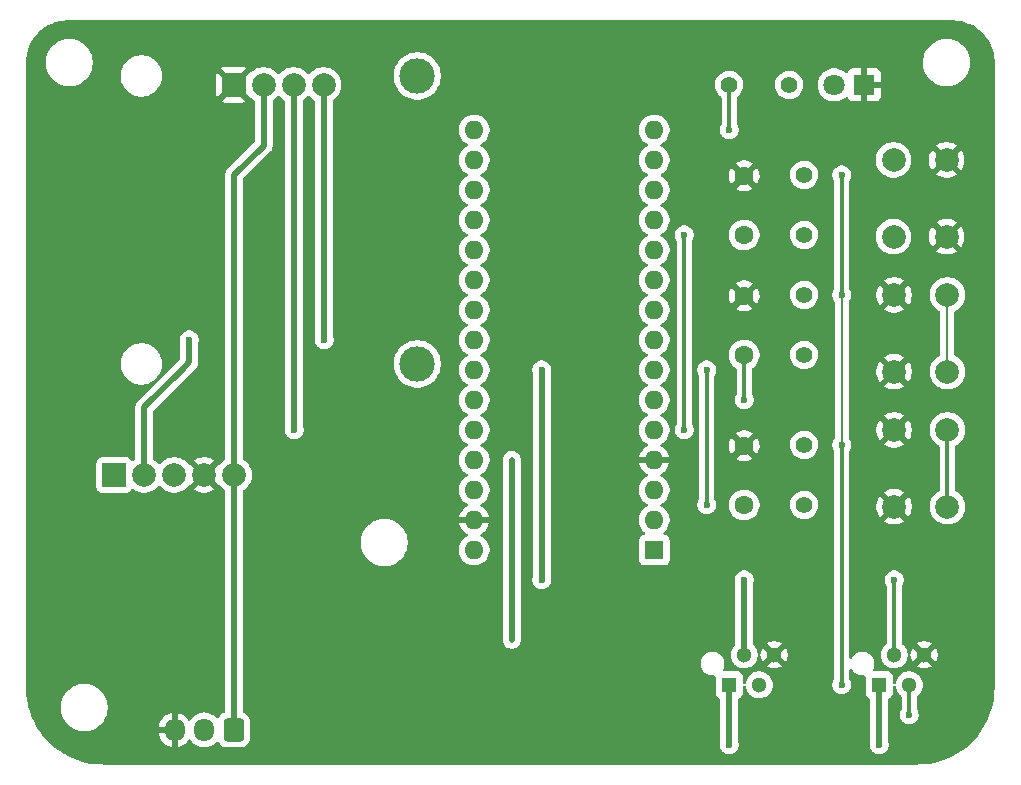
<source format=gbl>
G04 #@! TF.GenerationSoftware,KiCad,Pcbnew,9.0.3*
G04 #@! TF.CreationDate,2025-07-11T17:18:18-05:00*
G04 #@! TF.ProjectId,Projects,50726f6a-6563-4747-932e-6b696361645f,11/07/2026*
G04 #@! TF.SameCoordinates,Original*
G04 #@! TF.FileFunction,Copper,L2,Bot*
G04 #@! TF.FilePolarity,Positive*
%FSLAX46Y46*%
G04 Gerber Fmt 4.6, Leading zero omitted, Abs format (unit mm)*
G04 Created by KiCad (PCBNEW 9.0.3) date 2025-07-11 17:18:18*
%MOMM*%
%LPD*%
G01*
G04 APERTURE LIST*
G04 Aperture macros list*
%AMRoundRect*
0 Rectangle with rounded corners*
0 $1 Rounding radius*
0 $2 $3 $4 $5 $6 $7 $8 $9 X,Y pos of 4 corners*
0 Add a 4 corners polygon primitive as box body*
4,1,4,$2,$3,$4,$5,$6,$7,$8,$9,$2,$3,0*
0 Add four circle primitives for the rounded corners*
1,1,$1+$1,$2,$3*
1,1,$1+$1,$4,$5*
1,1,$1+$1,$6,$7*
1,1,$1+$1,$8,$9*
0 Add four rect primitives between the rounded corners*
20,1,$1+$1,$2,$3,$4,$5,0*
20,1,$1+$1,$4,$5,$6,$7,0*
20,1,$1+$1,$6,$7,$8,$9,0*
20,1,$1+$1,$8,$9,$2,$3,0*%
G04 Aperture macros list end*
G04 #@! TA.AperFunction,ComponentPad*
%ADD10R,2.000000X2.000000*%
G04 #@! TD*
G04 #@! TA.AperFunction,ComponentPad*
%ADD11C,2.000000*%
G04 #@! TD*
G04 #@! TA.AperFunction,ComponentPad*
%ADD12C,1.400000*%
G04 #@! TD*
G04 #@! TA.AperFunction,ComponentPad*
%ADD13R,1.300000X1.300000*%
G04 #@! TD*
G04 #@! TA.AperFunction,ComponentPad*
%ADD14C,1.300000*%
G04 #@! TD*
G04 #@! TA.AperFunction,ComponentPad*
%ADD15C,1.600000*%
G04 #@! TD*
G04 #@! TA.AperFunction,ComponentPad*
%ADD16R,1.600000X1.600000*%
G04 #@! TD*
G04 #@! TA.AperFunction,ComponentPad*
%ADD17O,1.600000X1.600000*%
G04 #@! TD*
G04 #@! TA.AperFunction,ComponentPad*
%ADD18RoundRect,0.250000X0.600000X0.725000X-0.600000X0.725000X-0.600000X-0.725000X0.600000X-0.725000X0*%
G04 #@! TD*
G04 #@! TA.AperFunction,ComponentPad*
%ADD19O,1.700000X1.950000*%
G04 #@! TD*
G04 #@! TA.AperFunction,ComponentPad*
%ADD20R,1.800000X1.800000*%
G04 #@! TD*
G04 #@! TA.AperFunction,ComponentPad*
%ADD21C,1.800000*%
G04 #@! TD*
G04 #@! TA.AperFunction,WasherPad*
%ADD22C,3.000000*%
G04 #@! TD*
G04 #@! TA.AperFunction,ComponentPad*
%ADD23RoundRect,0.300000X-0.700000X-0.700000X0.700000X-0.700000X0.700000X0.700000X-0.700000X0.700000X0*%
G04 #@! TD*
G04 #@! TA.AperFunction,ViaPad*
%ADD24C,0.600000*%
G04 #@! TD*
G04 #@! TA.AperFunction,ViaPad*
%ADD25C,0.300000*%
G04 #@! TD*
G04 #@! TA.AperFunction,Conductor*
%ADD26C,0.508000*%
G04 #@! TD*
G04 #@! TA.AperFunction,Conductor*
%ADD27C,0.304800*%
G04 #@! TD*
G04 #@! TA.AperFunction,Conductor*
%ADD28C,0.200000*%
G04 #@! TD*
G04 APERTURE END LIST*
D10*
X60960000Y-93980000D03*
D11*
X63500000Y-93980000D03*
X66040000Y-93980000D03*
X68580000Y-93980000D03*
X71120000Y-93980000D03*
D12*
X119380000Y-78740000D03*
X119380000Y-83820000D03*
D13*
X113030000Y-111760000D03*
D14*
X114300000Y-109220000D03*
X115570000Y-111760000D03*
X116840000Y-109220000D03*
D12*
X119380000Y-91440000D03*
X119380000Y-96520000D03*
X113030000Y-60960000D03*
X118110000Y-60960000D03*
X119380000Y-68580000D03*
X119380000Y-73660000D03*
D13*
X125730000Y-111760000D03*
D14*
X127000000Y-109220000D03*
X128270000Y-111760000D03*
X129540000Y-109220000D03*
D15*
X114300000Y-83820000D03*
X114300000Y-78820000D03*
D11*
X127000000Y-96670000D03*
X127000000Y-90170000D03*
X131500000Y-96670000D03*
X131500000Y-90170000D03*
D16*
X106680000Y-100330000D03*
D17*
X106680000Y-97790000D03*
X106680000Y-95250000D03*
X106680000Y-92710000D03*
X106680000Y-90170000D03*
X106680000Y-87630000D03*
X106680000Y-85090000D03*
X106680000Y-82550000D03*
X106680000Y-80010000D03*
X106680000Y-77470000D03*
X106680000Y-74930000D03*
X106680000Y-72390000D03*
X106680000Y-69850000D03*
X106680000Y-67310000D03*
X106680000Y-64770000D03*
X91440000Y-64770000D03*
X91440000Y-67310000D03*
X91440000Y-69850000D03*
X91440000Y-72390000D03*
X91440000Y-74930000D03*
X91440000Y-77470000D03*
X91440000Y-80010000D03*
X91440000Y-82550000D03*
X91440000Y-85090000D03*
X91440000Y-87630000D03*
X91440000Y-90170000D03*
X91440000Y-92710000D03*
X91440000Y-95250000D03*
X91440000Y-97790000D03*
X91440000Y-100330000D03*
D15*
X114300000Y-96520000D03*
X114300000Y-91520000D03*
D11*
X131445000Y-67310000D03*
X131445000Y-73810000D03*
X126945000Y-67310000D03*
X126945000Y-73810000D03*
D18*
X71080000Y-115570000D03*
D19*
X68580000Y-115570000D03*
X66080000Y-115570000D03*
D15*
X114300000Y-73660000D03*
X114300000Y-68660000D03*
D11*
X127000000Y-85240000D03*
X127000000Y-78740000D03*
X131500000Y-85240000D03*
X131500000Y-78740000D03*
D20*
X124460000Y-60960000D03*
D21*
X121920000Y-60960000D03*
D22*
X86614000Y-60198000D03*
X86614000Y-84582000D03*
D23*
X71069200Y-60960000D03*
D11*
X73609200Y-60960000D03*
X76149200Y-60960000D03*
X78689200Y-60960000D03*
D24*
X67310000Y-82550000D03*
X78740000Y-82550000D03*
X76200000Y-90170000D03*
X97155000Y-102870000D03*
X97155000Y-85090000D03*
X127000000Y-102870000D03*
X114300000Y-102870000D03*
D25*
X94615000Y-107950000D03*
D24*
X122555000Y-78740000D03*
X125730000Y-116840000D03*
D25*
X94615000Y-92710000D03*
D24*
X122555000Y-91440000D03*
X113030000Y-116840000D03*
X122555000Y-68580000D03*
X122555000Y-111760000D03*
X113030000Y-64770000D03*
X114300000Y-87630000D03*
X128270000Y-114300000D03*
X109220000Y-73660000D03*
X109220000Y-90170000D03*
X111125000Y-85090000D03*
X111125000Y-96520000D03*
D26*
X66675000Y-85090000D02*
X67310000Y-84455000D01*
X67310000Y-84455000D02*
X67310000Y-82550000D01*
X63500000Y-93980000D02*
X63500000Y-88265000D01*
X63500000Y-88265000D02*
X66675000Y-85090000D01*
X78689200Y-82499200D02*
X78740000Y-82550000D01*
X78689200Y-60960000D02*
X78689200Y-82499200D01*
X76149200Y-60960000D02*
X76149200Y-90119200D01*
X76149200Y-90119200D02*
X76200000Y-90170000D01*
X71120000Y-68580000D02*
X71120000Y-93980000D01*
X73609200Y-66090800D02*
X71120000Y-68580000D01*
X73609200Y-60960000D02*
X73609200Y-66090800D01*
X114300000Y-102870000D02*
X114300000Y-109220000D01*
D27*
X127000000Y-102870000D02*
X127000000Y-109220000D01*
D26*
X97155000Y-85090000D02*
X97155000Y-102870000D01*
D27*
X73660000Y-61010800D02*
X73710800Y-61061600D01*
X122555000Y-68580000D02*
X122555000Y-78740000D01*
X122555000Y-91440000D02*
X122555000Y-111760000D01*
D26*
X71120000Y-93980000D02*
X71120000Y-115530000D01*
X113030000Y-111760000D02*
X113030000Y-116840000D01*
X71170800Y-93929200D02*
X71120000Y-93980000D01*
D28*
X122555000Y-91440000D02*
X122555000Y-78740000D01*
D26*
X94615000Y-92710000D02*
X94615000Y-107950000D01*
X71120000Y-61010800D02*
X71170800Y-61061600D01*
X125730000Y-116840000D02*
X125730000Y-111760000D01*
X71120000Y-115530000D02*
X71080000Y-115570000D01*
D27*
X113030000Y-64770000D02*
X113030000Y-60960000D01*
X114300000Y-87630000D02*
X114300000Y-83820000D01*
D28*
X131500000Y-78740000D02*
X131500000Y-85240000D01*
D27*
X128270000Y-111760000D02*
X128270000Y-114300000D01*
X109220000Y-90170000D02*
X109220000Y-73660000D01*
X111125000Y-85090000D02*
X111125000Y-96520000D01*
X131500000Y-90170000D02*
X131500000Y-96670000D01*
G04 #@! TA.AperFunction,Conductor*
G36*
X132003032Y-55500648D02*
G01*
X132336929Y-55517052D01*
X132349037Y-55518245D01*
X132452146Y-55533539D01*
X132676699Y-55566849D01*
X132688617Y-55569219D01*
X133009951Y-55649709D01*
X133021588Y-55653240D01*
X133092806Y-55678722D01*
X133333467Y-55764832D01*
X133344688Y-55769479D01*
X133644163Y-55911120D01*
X133654871Y-55916844D01*
X133938988Y-56087137D01*
X133949106Y-56093897D01*
X134215170Y-56291224D01*
X134224576Y-56298944D01*
X134470013Y-56521395D01*
X134478604Y-56529986D01*
X134665755Y-56736475D01*
X134701055Y-56775423D01*
X134708775Y-56784829D01*
X134906102Y-57050893D01*
X134912862Y-57061011D01*
X135041776Y-57276092D01*
X135083148Y-57345116D01*
X135088883Y-57355844D01*
X135179636Y-57547726D01*
X135230514Y-57655297D01*
X135235170Y-57666540D01*
X135346759Y-57978411D01*
X135350292Y-57990055D01*
X135430777Y-58311369D01*
X135433151Y-58323305D01*
X135481754Y-58650962D01*
X135482947Y-58663071D01*
X135493560Y-58879089D01*
X135499269Y-58995308D01*
X135499351Y-58996966D01*
X135499500Y-59003051D01*
X135499500Y-111997688D01*
X135499413Y-112002325D01*
X135481499Y-112481071D01*
X135480806Y-112490318D01*
X135427425Y-112964089D01*
X135426043Y-112973258D01*
X135337407Y-113441708D01*
X135335344Y-113450749D01*
X135211945Y-113911280D01*
X135209212Y-113920140D01*
X135051747Y-114370151D01*
X135048359Y-114378784D01*
X134857697Y-114815784D01*
X134853673Y-114824138D01*
X134630903Y-115245640D01*
X134626267Y-115253671D01*
X134372606Y-115657371D01*
X134367382Y-115665033D01*
X134084273Y-116048633D01*
X134078491Y-116055883D01*
X133767488Y-116417275D01*
X133761181Y-116424072D01*
X133424072Y-116761181D01*
X133417275Y-116767488D01*
X133055883Y-117078491D01*
X133048633Y-117084273D01*
X132665033Y-117367382D01*
X132657371Y-117372606D01*
X132253671Y-117626267D01*
X132245640Y-117630903D01*
X131824138Y-117853673D01*
X131815784Y-117857697D01*
X131378784Y-118048359D01*
X131370151Y-118051747D01*
X130920140Y-118209212D01*
X130911280Y-118211945D01*
X130450749Y-118335344D01*
X130441708Y-118337407D01*
X129973258Y-118426043D01*
X129964089Y-118427425D01*
X129490318Y-118480806D01*
X129481071Y-118481499D01*
X129002325Y-118499413D01*
X128997688Y-118499500D01*
X60002312Y-118499500D01*
X59997675Y-118499413D01*
X59518928Y-118481499D01*
X59509681Y-118480806D01*
X59035910Y-118427425D01*
X59026741Y-118426043D01*
X58558291Y-118337407D01*
X58549250Y-118335344D01*
X58088719Y-118211945D01*
X58079859Y-118209212D01*
X57629848Y-118051747D01*
X57621215Y-118048359D01*
X57184215Y-117857697D01*
X57175861Y-117853673D01*
X56754359Y-117630903D01*
X56746328Y-117626267D01*
X56342628Y-117372606D01*
X56334966Y-117367382D01*
X55951366Y-117084273D01*
X55944116Y-117078491D01*
X55582724Y-116767488D01*
X55575927Y-116761181D01*
X55238818Y-116424072D01*
X55232511Y-116417275D01*
X54921508Y-116055883D01*
X54915726Y-116048633D01*
X54888045Y-116011127D01*
X54642346Y-115678216D01*
X54632617Y-115665033D01*
X54627393Y-115657371D01*
X54373732Y-115253671D01*
X54369096Y-115245640D01*
X54146326Y-114824138D01*
X54142302Y-114815784D01*
X54027082Y-114551697D01*
X53951637Y-114378778D01*
X53948252Y-114370151D01*
X53927004Y-114309428D01*
X53790784Y-113920133D01*
X53788054Y-113911280D01*
X53767955Y-113836271D01*
X53686931Y-113533886D01*
X53686927Y-113533872D01*
X56419500Y-113533872D01*
X56419500Y-113796127D01*
X56446123Y-113998339D01*
X56453730Y-114056116D01*
X56521602Y-114309418D01*
X56521605Y-114309428D01*
X56621953Y-114551690D01*
X56621958Y-114551700D01*
X56753075Y-114778803D01*
X56912718Y-114986851D01*
X56912726Y-114986860D01*
X57098140Y-115172274D01*
X57098148Y-115172281D01*
X57306196Y-115331924D01*
X57533299Y-115463041D01*
X57533309Y-115463046D01*
X57775571Y-115563394D01*
X57775581Y-115563398D01*
X58028884Y-115631270D01*
X58288880Y-115665500D01*
X58288887Y-115665500D01*
X58551113Y-115665500D01*
X58551120Y-115665500D01*
X58811116Y-115631270D01*
X59064419Y-115563398D01*
X59306697Y-115463043D01*
X59533803Y-115331924D01*
X59741851Y-115172282D01*
X59741855Y-115172277D01*
X59741860Y-115172274D01*
X59927274Y-114986860D01*
X59927277Y-114986855D01*
X59927282Y-114986851D01*
X60086924Y-114778803D01*
X60218043Y-114551697D01*
X60318398Y-114309419D01*
X60386270Y-114056116D01*
X60420500Y-113796120D01*
X60420500Y-113533880D01*
X60386270Y-113273884D01*
X60318398Y-113020581D01*
X60278500Y-112924259D01*
X60218046Y-112778309D01*
X60218041Y-112778299D01*
X60086924Y-112551196D01*
X59927281Y-112343148D01*
X59927274Y-112343140D01*
X59741860Y-112157726D01*
X59741851Y-112157718D01*
X59533803Y-111998075D01*
X59306700Y-111866958D01*
X59306690Y-111866953D01*
X59064428Y-111766605D01*
X59064421Y-111766603D01*
X59064419Y-111766602D01*
X58811116Y-111698730D01*
X58753339Y-111691123D01*
X58551127Y-111664500D01*
X58551120Y-111664500D01*
X58288880Y-111664500D01*
X58288872Y-111664500D01*
X58057772Y-111694926D01*
X58028884Y-111698730D01*
X57940785Y-111722336D01*
X57775581Y-111766602D01*
X57775571Y-111766605D01*
X57533309Y-111866953D01*
X57533299Y-111866958D01*
X57306196Y-111998075D01*
X57098148Y-112157718D01*
X56912718Y-112343148D01*
X56753075Y-112551196D01*
X56621958Y-112778299D01*
X56621953Y-112778309D01*
X56521605Y-113020571D01*
X56521602Y-113020581D01*
X56453730Y-113273885D01*
X56419500Y-113533872D01*
X53686927Y-113533872D01*
X53664655Y-113450749D01*
X53662592Y-113441708D01*
X53642572Y-113335901D01*
X53573954Y-112973247D01*
X53572574Y-112964089D01*
X53568086Y-112924259D01*
X53519192Y-112490306D01*
X53518500Y-112481070D01*
X53518063Y-112469397D01*
X53500587Y-112002324D01*
X53500500Y-111997688D01*
X53500500Y-92932135D01*
X59459500Y-92932135D01*
X59459500Y-95027870D01*
X59459501Y-95027876D01*
X59465908Y-95087483D01*
X59516202Y-95222328D01*
X59516206Y-95222335D01*
X59602452Y-95337544D01*
X59602455Y-95337547D01*
X59717664Y-95423793D01*
X59717671Y-95423797D01*
X59852517Y-95474091D01*
X59852516Y-95474091D01*
X59859444Y-95474835D01*
X59912127Y-95480500D01*
X62007872Y-95480499D01*
X62067483Y-95474091D01*
X62202331Y-95423796D01*
X62317546Y-95337546D01*
X62403796Y-95222331D01*
X62403797Y-95222326D01*
X62408047Y-95214546D01*
X62411380Y-95216366D01*
X62442292Y-95174766D01*
X62507669Y-95150116D01*
X62575994Y-95164725D01*
X62589835Y-95173446D01*
X62713567Y-95263343D01*
X62795596Y-95305139D01*
X62924003Y-95370566D01*
X62924005Y-95370566D01*
X62924008Y-95370568D01*
X63037528Y-95407453D01*
X63148631Y-95443553D01*
X63381903Y-95480500D01*
X63381908Y-95480500D01*
X63618097Y-95480500D01*
X63851368Y-95443553D01*
X63852870Y-95443065D01*
X64075992Y-95370568D01*
X64286433Y-95263343D01*
X64477510Y-95124517D01*
X64644517Y-94957510D01*
X64669682Y-94922872D01*
X64725011Y-94880207D01*
X64794625Y-94874228D01*
X64856420Y-94906833D01*
X64870315Y-94922870D01*
X64895483Y-94957510D01*
X65062490Y-95124517D01*
X65253567Y-95263343D01*
X65335596Y-95305139D01*
X65464003Y-95370566D01*
X65464005Y-95370566D01*
X65464008Y-95370568D01*
X65577528Y-95407453D01*
X65688631Y-95443553D01*
X65921903Y-95480500D01*
X65921908Y-95480500D01*
X66158097Y-95480500D01*
X66391368Y-95443553D01*
X66392870Y-95443065D01*
X66615992Y-95370568D01*
X66826433Y-95263343D01*
X67017510Y-95124517D01*
X67184517Y-94957510D01*
X67231370Y-94893022D01*
X67235713Y-94888199D01*
X67260150Y-94873142D01*
X67282877Y-94855618D01*
X67290393Y-94854509D01*
X67295199Y-94851549D01*
X67308730Y-94851806D01*
X67337594Y-94847551D01*
X67357340Y-94849105D01*
X68097037Y-94109408D01*
X68114075Y-94172993D01*
X68179901Y-94287007D01*
X68272993Y-94380099D01*
X68387007Y-94445925D01*
X68450590Y-94462962D01*
X67710893Y-95202658D01*
X67793828Y-95262914D01*
X68004197Y-95370102D01*
X68228752Y-95443065D01*
X68228751Y-95443065D01*
X68461948Y-95480000D01*
X68698052Y-95480000D01*
X68931247Y-95443065D01*
X69155802Y-95370102D01*
X69366163Y-95262918D01*
X69366169Y-95262914D01*
X69449104Y-95202658D01*
X69449105Y-95202658D01*
X68709408Y-94462962D01*
X68772993Y-94445925D01*
X68887007Y-94380099D01*
X68980099Y-94287007D01*
X69045925Y-94172993D01*
X69062962Y-94109409D01*
X69802657Y-94849104D01*
X69822404Y-94847550D01*
X69890781Y-94861914D01*
X69932451Y-94898282D01*
X69975483Y-94957510D01*
X70142490Y-95124517D01*
X70277115Y-95222328D01*
X70314386Y-95249407D01*
X70357051Y-95304737D01*
X70365500Y-95349725D01*
X70365500Y-114002769D01*
X70345815Y-114069808D01*
X70293011Y-114115563D01*
X70280505Y-114120475D01*
X70160666Y-114160186D01*
X70160663Y-114160187D01*
X70011342Y-114252289D01*
X69887289Y-114376342D01*
X69791821Y-114531121D01*
X69739873Y-114577845D01*
X69670910Y-114589068D01*
X69606828Y-114561224D01*
X69598601Y-114553705D01*
X69459786Y-114414890D01*
X69287820Y-114289951D01*
X69098414Y-114193444D01*
X69098413Y-114193443D01*
X69098412Y-114193443D01*
X68896243Y-114127754D01*
X68896241Y-114127753D01*
X68896240Y-114127753D01*
X68727882Y-114101088D01*
X68686287Y-114094500D01*
X68473713Y-114094500D01*
X68432118Y-114101088D01*
X68263760Y-114127753D01*
X68061585Y-114193444D01*
X67872179Y-114289951D01*
X67700213Y-114414890D01*
X67549894Y-114565209D01*
X67549890Y-114565214D01*
X67430008Y-114730218D01*
X67374678Y-114772884D01*
X67305065Y-114778863D01*
X67243270Y-114746257D01*
X67229372Y-114730218D01*
X67109727Y-114565540D01*
X67109723Y-114565535D01*
X66959464Y-114415276D01*
X66959459Y-114415272D01*
X66787557Y-114290379D01*
X66598215Y-114193903D01*
X66396124Y-114128241D01*
X66330000Y-114117768D01*
X66330000Y-115165854D01*
X66263343Y-115127370D01*
X66142535Y-115095000D01*
X66017465Y-115095000D01*
X65896657Y-115127370D01*
X65830000Y-115165854D01*
X65830000Y-114117768D01*
X65829999Y-114117768D01*
X65763875Y-114128241D01*
X65561784Y-114193903D01*
X65372442Y-114290379D01*
X65200540Y-114415272D01*
X65200535Y-114415276D01*
X65050276Y-114565535D01*
X65050272Y-114565540D01*
X64925379Y-114737442D01*
X64828904Y-114926782D01*
X64763242Y-115128869D01*
X64763242Y-115128872D01*
X64732970Y-115320000D01*
X65675854Y-115320000D01*
X65637370Y-115386657D01*
X65605000Y-115507465D01*
X65605000Y-115632535D01*
X65637370Y-115753343D01*
X65675854Y-115820000D01*
X64732970Y-115820000D01*
X64763242Y-116011127D01*
X64763242Y-116011130D01*
X64828904Y-116213217D01*
X64925379Y-116402557D01*
X65050272Y-116574459D01*
X65050276Y-116574464D01*
X65200535Y-116724723D01*
X65200540Y-116724727D01*
X65372442Y-116849620D01*
X65561782Y-116946095D01*
X65763871Y-117011757D01*
X65830000Y-117022231D01*
X65830000Y-115974145D01*
X65896657Y-116012630D01*
X66017465Y-116045000D01*
X66142535Y-116045000D01*
X66263343Y-116012630D01*
X66330000Y-115974145D01*
X66330000Y-117022230D01*
X66396126Y-117011757D01*
X66396129Y-117011757D01*
X66598217Y-116946095D01*
X66787557Y-116849620D01*
X66959459Y-116724727D01*
X66959464Y-116724723D01*
X67109721Y-116574466D01*
X67229371Y-116409781D01*
X67284701Y-116367115D01*
X67354314Y-116361136D01*
X67416110Y-116393741D01*
X67430008Y-116409781D01*
X67549890Y-116574785D01*
X67549894Y-116574790D01*
X67700213Y-116725109D01*
X67872179Y-116850048D01*
X67872181Y-116850049D01*
X67872184Y-116850051D01*
X68061588Y-116946557D01*
X68263757Y-117012246D01*
X68473713Y-117045500D01*
X68473714Y-117045500D01*
X68686286Y-117045500D01*
X68686287Y-117045500D01*
X68896243Y-117012246D01*
X69098412Y-116946557D01*
X69287816Y-116850051D01*
X69410172Y-116761155D01*
X69459784Y-116725110D01*
X69459784Y-116725109D01*
X69459792Y-116725104D01*
X69598604Y-116586291D01*
X69659923Y-116552809D01*
X69729615Y-116557793D01*
X69785549Y-116599664D01*
X69791821Y-116608878D01*
X69795185Y-116614333D01*
X69795186Y-116614334D01*
X69887288Y-116763656D01*
X70011344Y-116887712D01*
X70160666Y-116979814D01*
X70327203Y-117034999D01*
X70429991Y-117045500D01*
X71730008Y-117045499D01*
X71832797Y-117034999D01*
X71999334Y-116979814D01*
X72148656Y-116887712D01*
X72272712Y-116763656D01*
X72364814Y-116614334D01*
X72419999Y-116447797D01*
X72430500Y-116345009D01*
X72430499Y-114794992D01*
X72428851Y-114778863D01*
X72419999Y-114692203D01*
X72419998Y-114692200D01*
X72382104Y-114577845D01*
X72364814Y-114525666D01*
X72272712Y-114376344D01*
X72148656Y-114252288D01*
X71999334Y-114160186D01*
X71959493Y-114146984D01*
X71902050Y-114107212D01*
X71875228Y-114042696D01*
X71874500Y-114029279D01*
X71874500Y-110058543D01*
X110629499Y-110058543D01*
X110667947Y-110251829D01*
X110667950Y-110251839D01*
X110743364Y-110433907D01*
X110743371Y-110433920D01*
X110852860Y-110597781D01*
X110852863Y-110597785D01*
X110992214Y-110737136D01*
X110992218Y-110737139D01*
X111156079Y-110846628D01*
X111156092Y-110846635D01*
X111338160Y-110922049D01*
X111338165Y-110922051D01*
X111338169Y-110922051D01*
X111338170Y-110922052D01*
X111531456Y-110960500D01*
X111531459Y-110960500D01*
X111728542Y-110960500D01*
X111731307Y-110959950D01*
X111732785Y-110960082D01*
X111734606Y-110959903D01*
X111734639Y-110960248D01*
X111800899Y-110966177D01*
X111856077Y-111009039D01*
X111879322Y-111074929D01*
X111879500Y-111081567D01*
X111879500Y-112457870D01*
X111879501Y-112457876D01*
X111885908Y-112517483D01*
X111936202Y-112652328D01*
X111936206Y-112652335D01*
X112022452Y-112767544D01*
X112022455Y-112767547D01*
X112137664Y-112853793D01*
X112137669Y-112853796D01*
X112194833Y-112875117D01*
X112250766Y-112916986D01*
X112275184Y-112982449D01*
X112275500Y-112991298D01*
X112275500Y-116545053D01*
X112266062Y-116592501D01*
X112263096Y-116599664D01*
X112260262Y-116606506D01*
X112260260Y-116606511D01*
X112229500Y-116761153D01*
X112229500Y-116918846D01*
X112260261Y-117073489D01*
X112260264Y-117073501D01*
X112320602Y-117219172D01*
X112320609Y-117219185D01*
X112408210Y-117350288D01*
X112408213Y-117350292D01*
X112519707Y-117461786D01*
X112519711Y-117461789D01*
X112650814Y-117549390D01*
X112650827Y-117549397D01*
X112796498Y-117609735D01*
X112796503Y-117609737D01*
X112951153Y-117640499D01*
X112951156Y-117640500D01*
X112951158Y-117640500D01*
X113108844Y-117640500D01*
X113108845Y-117640499D01*
X113263497Y-117609737D01*
X113409179Y-117549394D01*
X113540289Y-117461789D01*
X113651789Y-117350289D01*
X113739394Y-117219179D01*
X113799737Y-117073497D01*
X113830500Y-116918842D01*
X113830500Y-116761158D01*
X113830500Y-116761155D01*
X113830499Y-116761153D01*
X113799739Y-116606511D01*
X113799738Y-116606508D01*
X113799737Y-116606503D01*
X113793937Y-116592501D01*
X113784500Y-116545053D01*
X113784500Y-112991298D01*
X113804185Y-112924259D01*
X113856989Y-112878504D01*
X113865144Y-112875125D01*
X113922331Y-112853796D01*
X114037546Y-112767546D01*
X114123796Y-112652331D01*
X114174091Y-112517483D01*
X114180500Y-112457873D01*
X114180499Y-111917125D01*
X114200183Y-111850089D01*
X114252987Y-111804334D01*
X114322146Y-111794390D01*
X114385702Y-111823415D01*
X114423476Y-111882193D01*
X114426972Y-111897729D01*
X114447829Y-112029410D01*
X114503787Y-112201636D01*
X114503788Y-112201639D01*
X114559664Y-112311300D01*
X114575892Y-112343149D01*
X114586006Y-112362997D01*
X114692441Y-112509494D01*
X114692445Y-112509499D01*
X114820500Y-112637554D01*
X114820505Y-112637558D01*
X114942136Y-112725927D01*
X114967006Y-112743996D01*
X115034349Y-112778309D01*
X115128360Y-112826211D01*
X115128363Y-112826212D01*
X115213251Y-112853793D01*
X115300591Y-112882171D01*
X115383429Y-112895291D01*
X115479449Y-112910500D01*
X115479454Y-112910500D01*
X115660551Y-112910500D01*
X115747259Y-112896765D01*
X115839409Y-112882171D01*
X116011639Y-112826211D01*
X116172994Y-112743996D01*
X116319501Y-112637553D01*
X116447553Y-112509501D01*
X116553996Y-112362994D01*
X116636211Y-112201639D01*
X116692171Y-112029409D01*
X116707265Y-111934108D01*
X116720500Y-111850551D01*
X116720500Y-111669448D01*
X116697858Y-111526498D01*
X116692171Y-111490591D01*
X116664191Y-111404476D01*
X116636212Y-111318363D01*
X116636211Y-111318360D01*
X116605790Y-111258656D01*
X116553996Y-111157006D01*
X116494364Y-111074929D01*
X116447558Y-111010505D01*
X116447554Y-111010500D01*
X116319499Y-110882445D01*
X116319494Y-110882441D01*
X116172997Y-110776006D01*
X116172996Y-110776005D01*
X116172994Y-110776004D01*
X116096712Y-110737136D01*
X116011639Y-110693788D01*
X116011636Y-110693787D01*
X115839410Y-110637829D01*
X115660551Y-110609500D01*
X115660546Y-110609500D01*
X115479454Y-110609500D01*
X115479449Y-110609500D01*
X115300589Y-110637829D01*
X115128363Y-110693787D01*
X115128360Y-110693788D01*
X114967002Y-110776006D01*
X114820505Y-110882441D01*
X114820500Y-110882445D01*
X114692445Y-111010500D01*
X114692441Y-111010505D01*
X114586006Y-111157002D01*
X114503788Y-111318360D01*
X114503787Y-111318363D01*
X114447829Y-111490589D01*
X114426972Y-111622271D01*
X114397042Y-111685405D01*
X114337731Y-111722336D01*
X114267868Y-111721338D01*
X114209636Y-111682728D01*
X114181522Y-111618764D01*
X114180499Y-111602872D01*
X114180499Y-111062129D01*
X114180498Y-111062123D01*
X114174091Y-111002516D01*
X114123797Y-110867671D01*
X114123793Y-110867664D01*
X114037547Y-110752455D01*
X114037544Y-110752452D01*
X113922335Y-110666206D01*
X113922328Y-110666202D01*
X113787482Y-110615908D01*
X113787483Y-110615908D01*
X113727883Y-110609501D01*
X113727881Y-110609500D01*
X113727873Y-110609500D01*
X113727865Y-110609500D01*
X112629481Y-110609500D01*
X112562442Y-110589815D01*
X112516687Y-110537011D01*
X112506743Y-110467853D01*
X112514920Y-110438048D01*
X112554835Y-110341682D01*
X112592051Y-110251835D01*
X112630500Y-110058541D01*
X112630500Y-109861459D01*
X112630500Y-109861456D01*
X112592052Y-109668170D01*
X112592051Y-109668169D01*
X112592051Y-109668165D01*
X112552862Y-109573553D01*
X112516635Y-109486092D01*
X112516628Y-109486079D01*
X112407139Y-109322218D01*
X112407136Y-109322214D01*
X112267785Y-109182863D01*
X112267781Y-109182860D01*
X112187845Y-109129448D01*
X113149500Y-109129448D01*
X113149500Y-109310551D01*
X113177829Y-109489410D01*
X113233787Y-109661636D01*
X113233788Y-109661639D01*
X113289664Y-109771300D01*
X113315869Y-109822730D01*
X113316006Y-109822997D01*
X113422441Y-109969494D01*
X113422445Y-109969499D01*
X113550500Y-110097554D01*
X113550505Y-110097558D01*
X113678287Y-110190396D01*
X113697006Y-110203996D01*
X113790883Y-110251829D01*
X113858360Y-110286211D01*
X113858363Y-110286212D01*
X113944476Y-110314191D01*
X114030591Y-110342171D01*
X114113429Y-110355291D01*
X114209449Y-110370500D01*
X114209454Y-110370500D01*
X114390551Y-110370500D01*
X114477259Y-110356765D01*
X114569409Y-110342171D01*
X114741639Y-110286211D01*
X114902994Y-110203996D01*
X115049501Y-110097553D01*
X115177553Y-109969501D01*
X115283996Y-109822994D01*
X115366211Y-109661639D01*
X115422171Y-109489409D01*
X115447780Y-109327720D01*
X115477709Y-109264585D01*
X115537021Y-109227654D01*
X115606883Y-109228652D01*
X115665116Y-109267262D01*
X115692726Y-109327720D01*
X115718317Y-109489293D01*
X115774251Y-109661444D01*
X115774252Y-109661447D01*
X115856431Y-109822730D01*
X115867913Y-109838532D01*
X115867913Y-109838533D01*
X116440000Y-109266446D01*
X116440000Y-109272661D01*
X116467259Y-109374394D01*
X116519920Y-109465606D01*
X116594394Y-109540080D01*
X116685606Y-109592741D01*
X116787339Y-109620000D01*
X116793553Y-109620000D01*
X116221466Y-110192085D01*
X116221466Y-110192086D01*
X116237267Y-110203566D01*
X116237275Y-110203571D01*
X116398552Y-110285747D01*
X116398555Y-110285748D01*
X116570706Y-110341682D01*
X116749494Y-110370000D01*
X116930506Y-110370000D01*
X117109293Y-110341682D01*
X117281444Y-110285748D01*
X117281452Y-110285745D01*
X117442730Y-110203568D01*
X117458532Y-110192085D01*
X117458533Y-110192085D01*
X116886448Y-109620000D01*
X116892661Y-109620000D01*
X116994394Y-109592741D01*
X117085606Y-109540080D01*
X117160080Y-109465606D01*
X117212741Y-109374394D01*
X117240000Y-109272661D01*
X117240000Y-109266447D01*
X117812085Y-109838532D01*
X117823568Y-109822730D01*
X117905745Y-109661452D01*
X117905748Y-109661444D01*
X117961682Y-109489293D01*
X117990000Y-109310506D01*
X117990000Y-109129493D01*
X117961682Y-108950706D01*
X117905748Y-108778555D01*
X117905747Y-108778552D01*
X117823571Y-108617275D01*
X117823566Y-108617267D01*
X117812085Y-108601466D01*
X117240000Y-109173551D01*
X117240000Y-109167339D01*
X117212741Y-109065606D01*
X117160080Y-108974394D01*
X117085606Y-108899920D01*
X116994394Y-108847259D01*
X116892661Y-108820000D01*
X116886447Y-108820000D01*
X117458533Y-108247913D01*
X117442730Y-108236431D01*
X117281447Y-108154252D01*
X117281444Y-108154251D01*
X117109293Y-108098317D01*
X116930506Y-108070000D01*
X116749494Y-108070000D01*
X116570706Y-108098317D01*
X116398555Y-108154251D01*
X116398547Y-108154254D01*
X116237269Y-108236432D01*
X116221466Y-108247912D01*
X116221466Y-108247913D01*
X116793554Y-108820000D01*
X116787339Y-108820000D01*
X116685606Y-108847259D01*
X116594394Y-108899920D01*
X116519920Y-108974394D01*
X116467259Y-109065606D01*
X116440000Y-109167339D01*
X116440000Y-109173553D01*
X115867912Y-108601466D01*
X115856432Y-108617269D01*
X115774254Y-108778547D01*
X115774251Y-108778555D01*
X115718317Y-108950706D01*
X115692726Y-109112279D01*
X115662797Y-109175414D01*
X115603485Y-109212345D01*
X115533622Y-109211347D01*
X115475390Y-109172737D01*
X115447780Y-109112279D01*
X115441089Y-109070038D01*
X115422171Y-108950591D01*
X115366273Y-108778552D01*
X115366212Y-108778363D01*
X115366211Y-108778360D01*
X115313803Y-108675506D01*
X115283996Y-108617006D01*
X115225185Y-108536059D01*
X115177558Y-108470505D01*
X115177554Y-108470500D01*
X115090819Y-108383765D01*
X115078859Y-108361862D01*
X115065706Y-108346683D01*
X115063718Y-108337547D01*
X115059523Y-108331019D01*
X115058631Y-108324818D01*
X115057334Y-108322442D01*
X115054500Y-108296084D01*
X115054500Y-103164947D01*
X115063939Y-103117494D01*
X115069737Y-103103497D01*
X115100500Y-102948842D01*
X115100500Y-102791158D01*
X115100500Y-102791155D01*
X115100499Y-102791153D01*
X115069737Y-102636503D01*
X115069735Y-102636498D01*
X115009397Y-102490827D01*
X115009390Y-102490814D01*
X114921789Y-102359711D01*
X114921786Y-102359707D01*
X114810292Y-102248213D01*
X114810288Y-102248210D01*
X114679185Y-102160609D01*
X114679172Y-102160602D01*
X114533501Y-102100264D01*
X114533489Y-102100261D01*
X114378845Y-102069500D01*
X114378842Y-102069500D01*
X114221158Y-102069500D01*
X114221155Y-102069500D01*
X114066510Y-102100261D01*
X114066498Y-102100264D01*
X113920827Y-102160602D01*
X113920814Y-102160609D01*
X113789711Y-102248210D01*
X113789707Y-102248213D01*
X113678213Y-102359707D01*
X113678210Y-102359711D01*
X113590609Y-102490814D01*
X113590602Y-102490827D01*
X113530264Y-102636498D01*
X113530261Y-102636510D01*
X113499500Y-102791153D01*
X113499500Y-102948846D01*
X113530261Y-103103489D01*
X113530263Y-103103497D01*
X113536061Y-103117494D01*
X113545500Y-103164947D01*
X113545500Y-108296084D01*
X113525815Y-108363123D01*
X113509181Y-108383765D01*
X113422445Y-108470500D01*
X113422441Y-108470505D01*
X113316006Y-108617002D01*
X113233788Y-108778360D01*
X113233787Y-108778363D01*
X113177829Y-108950589D01*
X113149500Y-109129448D01*
X112187845Y-109129448D01*
X112103920Y-109073371D01*
X112103907Y-109073364D01*
X111921839Y-108997950D01*
X111921829Y-108997947D01*
X111728543Y-108959500D01*
X111728541Y-108959500D01*
X111531459Y-108959500D01*
X111531457Y-108959500D01*
X111338170Y-108997947D01*
X111338160Y-108997950D01*
X111156092Y-109073364D01*
X111156079Y-109073371D01*
X110992218Y-109182860D01*
X110992214Y-109182863D01*
X110852863Y-109322214D01*
X110852860Y-109322218D01*
X110743371Y-109486079D01*
X110743364Y-109486092D01*
X110667950Y-109668160D01*
X110667947Y-109668170D01*
X110629500Y-109861456D01*
X110629500Y-109861459D01*
X110629500Y-110058541D01*
X110629500Y-110058543D01*
X110629499Y-110058543D01*
X71874500Y-110058543D01*
X71874500Y-99563872D01*
X81819500Y-99563872D01*
X81819500Y-99826127D01*
X81845745Y-100025465D01*
X81853730Y-100086116D01*
X81921602Y-100339418D01*
X81921605Y-100339428D01*
X82021953Y-100581690D01*
X82021958Y-100581700D01*
X82153075Y-100808803D01*
X82312718Y-101016851D01*
X82312726Y-101016860D01*
X82498140Y-101202274D01*
X82498148Y-101202281D01*
X82706196Y-101361924D01*
X82933299Y-101493041D01*
X82933309Y-101493046D01*
X83128260Y-101573797D01*
X83175581Y-101593398D01*
X83428884Y-101661270D01*
X83688880Y-101695500D01*
X83688887Y-101695500D01*
X83951113Y-101695500D01*
X83951120Y-101695500D01*
X84211116Y-101661270D01*
X84464419Y-101593398D01*
X84706697Y-101493043D01*
X84933803Y-101361924D01*
X85141851Y-101202282D01*
X85141855Y-101202277D01*
X85141860Y-101202274D01*
X85327274Y-101016860D01*
X85327277Y-101016855D01*
X85327282Y-101016851D01*
X85486924Y-100808803D01*
X85618043Y-100581697D01*
X85718398Y-100339419D01*
X85786270Y-100086116D01*
X85820500Y-99826120D01*
X85820500Y-99563880D01*
X85786270Y-99303884D01*
X85718398Y-99050581D01*
X85710676Y-99031938D01*
X85618046Y-98808309D01*
X85618041Y-98808299D01*
X85486924Y-98581196D01*
X85327281Y-98373148D01*
X85327274Y-98373140D01*
X85141860Y-98187726D01*
X85141851Y-98187718D01*
X84933803Y-98028075D01*
X84706700Y-97896958D01*
X84706690Y-97896953D01*
X84464428Y-97796605D01*
X84464421Y-97796603D01*
X84464419Y-97796602D01*
X84211116Y-97728730D01*
X84148605Y-97720500D01*
X83951127Y-97694500D01*
X83951120Y-97694500D01*
X83688880Y-97694500D01*
X83688872Y-97694500D01*
X83463489Y-97724174D01*
X83428884Y-97728730D01*
X83205904Y-97788477D01*
X83175581Y-97796602D01*
X83175571Y-97796605D01*
X82933309Y-97896953D01*
X82933299Y-97896958D01*
X82706196Y-98028075D01*
X82498148Y-98187718D01*
X82312718Y-98373148D01*
X82153075Y-98581196D01*
X82021958Y-98808299D01*
X82021953Y-98808309D01*
X81921605Y-99050571D01*
X81921602Y-99050581D01*
X81876820Y-99217713D01*
X81853730Y-99303885D01*
X81819500Y-99563872D01*
X71874500Y-99563872D01*
X71874500Y-95349725D01*
X71894185Y-95282686D01*
X71925614Y-95249407D01*
X71962875Y-95222335D01*
X72097510Y-95124517D01*
X72264517Y-94957510D01*
X72403343Y-94766433D01*
X72510568Y-94555992D01*
X72583553Y-94331368D01*
X72608637Y-94172993D01*
X72620500Y-94098097D01*
X72620500Y-93861902D01*
X72583553Y-93628631D01*
X72510566Y-93404003D01*
X72403342Y-93193566D01*
X72389999Y-93175201D01*
X72264517Y-93002490D01*
X72097510Y-92835483D01*
X72032142Y-92787990D01*
X71925614Y-92710592D01*
X71882949Y-92655261D01*
X71874500Y-92610274D01*
X71874500Y-68943885D01*
X71894185Y-68876846D01*
X71910814Y-68856209D01*
X74090163Y-66676860D01*
X74090166Y-66676859D01*
X74195259Y-66571766D01*
X74277829Y-66448190D01*
X74334705Y-66310880D01*
X74363700Y-66165112D01*
X74363700Y-62329725D01*
X74383385Y-62262686D01*
X74414814Y-62229407D01*
X74431629Y-62217190D01*
X74586710Y-62104517D01*
X74753717Y-61937510D01*
X74778882Y-61902872D01*
X74834211Y-61860207D01*
X74903825Y-61854228D01*
X74965620Y-61886833D01*
X74979515Y-61902870D01*
X75004683Y-61937510D01*
X75171690Y-62104517D01*
X75326771Y-62217190D01*
X75343586Y-62229407D01*
X75386251Y-62284737D01*
X75394700Y-62329725D01*
X75394700Y-90044882D01*
X75394699Y-90044888D01*
X75394699Y-90193512D01*
X75399191Y-90216096D01*
X75399460Y-90226730D01*
X75399264Y-90227465D01*
X75399500Y-90229860D01*
X75399500Y-90248846D01*
X75430261Y-90403489D01*
X75430264Y-90403501D01*
X75490602Y-90549172D01*
X75490609Y-90549185D01*
X75578210Y-90680288D01*
X75578213Y-90680292D01*
X75689707Y-90791786D01*
X75689711Y-90791789D01*
X75820814Y-90879390D01*
X75820827Y-90879397D01*
X75890901Y-90908422D01*
X75966503Y-90939737D01*
X76121153Y-90970499D01*
X76121156Y-90970500D01*
X76121158Y-90970500D01*
X76278844Y-90970500D01*
X76278845Y-90970499D01*
X76433497Y-90939737D01*
X76579179Y-90879394D01*
X76710289Y-90791789D01*
X76821789Y-90680289D01*
X76909394Y-90549179D01*
X76969737Y-90403497D01*
X77000500Y-90248842D01*
X77000500Y-90091158D01*
X77000500Y-90091155D01*
X77000499Y-90091153D01*
X76969737Y-89936503D01*
X76940313Y-89865466D01*
X76913139Y-89799861D01*
X76903700Y-89752409D01*
X76903700Y-84450872D01*
X84613500Y-84450872D01*
X84613500Y-84713127D01*
X84632377Y-84856503D01*
X84647730Y-84973116D01*
X84706474Y-85192351D01*
X84715602Y-85226418D01*
X84715605Y-85226428D01*
X84815953Y-85468690D01*
X84815958Y-85468700D01*
X84947075Y-85695803D01*
X85106718Y-85903851D01*
X85106726Y-85903860D01*
X85292140Y-86089274D01*
X85292148Y-86089281D01*
X85500196Y-86248924D01*
X85727299Y-86380041D01*
X85727309Y-86380046D01*
X85945649Y-86470485D01*
X85969581Y-86480398D01*
X86222884Y-86548270D01*
X86482880Y-86582500D01*
X86482887Y-86582500D01*
X86745113Y-86582500D01*
X86745120Y-86582500D01*
X87005116Y-86548270D01*
X87258419Y-86480398D01*
X87500697Y-86380043D01*
X87727803Y-86248924D01*
X87935851Y-86089282D01*
X87935855Y-86089277D01*
X87935860Y-86089274D01*
X88121274Y-85903860D01*
X88121277Y-85903855D01*
X88121282Y-85903851D01*
X88280924Y-85695803D01*
X88412043Y-85468697D01*
X88512398Y-85226419D01*
X88580270Y-84973116D01*
X88614500Y-84713120D01*
X88614500Y-84450880D01*
X88580270Y-84190884D01*
X88512398Y-83937581D01*
X88502830Y-83914481D01*
X88412046Y-83695309D01*
X88412041Y-83695299D01*
X88280924Y-83468196D01*
X88121281Y-83260148D01*
X88121274Y-83260140D01*
X87935860Y-83074726D01*
X87935851Y-83074718D01*
X87727803Y-82915075D01*
X87500700Y-82783958D01*
X87500690Y-82783953D01*
X87258428Y-82683605D01*
X87258421Y-82683603D01*
X87258419Y-82683602D01*
X87005116Y-82615730D01*
X86936756Y-82606730D01*
X86745127Y-82581500D01*
X86745120Y-82581500D01*
X86482880Y-82581500D01*
X86482872Y-82581500D01*
X86251772Y-82611926D01*
X86222884Y-82615730D01*
X85969581Y-82683602D01*
X85969571Y-82683605D01*
X85727309Y-82783953D01*
X85727299Y-82783958D01*
X85500196Y-82915075D01*
X85292148Y-83074718D01*
X85106718Y-83260148D01*
X84947075Y-83468196D01*
X84815958Y-83695299D01*
X84815953Y-83695309D01*
X84715605Y-83937571D01*
X84715602Y-83937581D01*
X84665509Y-84124534D01*
X84647730Y-84190885D01*
X84613500Y-84450872D01*
X76903700Y-84450872D01*
X76903700Y-62329725D01*
X76923385Y-62262686D01*
X76954814Y-62229407D01*
X76971629Y-62217190D01*
X77126710Y-62104517D01*
X77293717Y-61937510D01*
X77318882Y-61902872D01*
X77374211Y-61860207D01*
X77443825Y-61854228D01*
X77505620Y-61886833D01*
X77519515Y-61902870D01*
X77544683Y-61937510D01*
X77711690Y-62104517D01*
X77866771Y-62217190D01*
X77883586Y-62229407D01*
X77926251Y-62284737D01*
X77934700Y-62329725D01*
X77934700Y-82424882D01*
X77934699Y-82424888D01*
X77934699Y-82573512D01*
X77939191Y-82596096D01*
X77939460Y-82606730D01*
X77939264Y-82607465D01*
X77939500Y-82609860D01*
X77939500Y-82628846D01*
X77970261Y-82783489D01*
X77970264Y-82783501D01*
X78030602Y-82929172D01*
X78030609Y-82929185D01*
X78118210Y-83060288D01*
X78118213Y-83060292D01*
X78229707Y-83171786D01*
X78229711Y-83171789D01*
X78360814Y-83259390D01*
X78360827Y-83259397D01*
X78506498Y-83319735D01*
X78506503Y-83319737D01*
X78661153Y-83350499D01*
X78661156Y-83350500D01*
X78661158Y-83350500D01*
X78818844Y-83350500D01*
X78818845Y-83350499D01*
X78973497Y-83319737D01*
X79086166Y-83273067D01*
X79119172Y-83259397D01*
X79119172Y-83259396D01*
X79119179Y-83259394D01*
X79250289Y-83171789D01*
X79361789Y-83060289D01*
X79449394Y-82929179D01*
X79509737Y-82783497D01*
X79540500Y-82628842D01*
X79540500Y-82471158D01*
X79540500Y-82471155D01*
X79540499Y-82471153D01*
X79509737Y-82316503D01*
X79480313Y-82245466D01*
X79453139Y-82179861D01*
X79443700Y-82132409D01*
X79443700Y-64667648D01*
X90139500Y-64667648D01*
X90139500Y-64872351D01*
X90171522Y-65074534D01*
X90234781Y-65269223D01*
X90327715Y-65451613D01*
X90448028Y-65617213D01*
X90592786Y-65761971D01*
X90709060Y-65846447D01*
X90758390Y-65882287D01*
X90831291Y-65919432D01*
X90851080Y-65929515D01*
X90901876Y-65977490D01*
X90918671Y-66045311D01*
X90896134Y-66111446D01*
X90851080Y-66150485D01*
X90758386Y-66197715D01*
X90592786Y-66318028D01*
X90448028Y-66462786D01*
X90327715Y-66628386D01*
X90234781Y-66810776D01*
X90171522Y-67005465D01*
X90139500Y-67207648D01*
X90139500Y-67412351D01*
X90171522Y-67614534D01*
X90234781Y-67809223D01*
X90298398Y-67934076D01*
X90321106Y-67978644D01*
X90327715Y-67991613D01*
X90448028Y-68157213D01*
X90592786Y-68301971D01*
X90724573Y-68397718D01*
X90758390Y-68422287D01*
X90821645Y-68454517D01*
X90851080Y-68469515D01*
X90901876Y-68517490D01*
X90918671Y-68585311D01*
X90896134Y-68651446D01*
X90851080Y-68690485D01*
X90758386Y-68737715D01*
X90592786Y-68858028D01*
X90448028Y-69002786D01*
X90327715Y-69168386D01*
X90234781Y-69350776D01*
X90171522Y-69545465D01*
X90139500Y-69747648D01*
X90139500Y-69952351D01*
X90171522Y-70154534D01*
X90234781Y-70349223D01*
X90327715Y-70531613D01*
X90448028Y-70697213D01*
X90592786Y-70841971D01*
X90747749Y-70954556D01*
X90758390Y-70962287D01*
X90849840Y-71008883D01*
X90851080Y-71009515D01*
X90901876Y-71057490D01*
X90918671Y-71125311D01*
X90896134Y-71191446D01*
X90851080Y-71230485D01*
X90758386Y-71277715D01*
X90592786Y-71398028D01*
X90448028Y-71542786D01*
X90327715Y-71708386D01*
X90234781Y-71890776D01*
X90171522Y-72085465D01*
X90139500Y-72287648D01*
X90139500Y-72492351D01*
X90171522Y-72694534D01*
X90234781Y-72889223D01*
X90280213Y-72978386D01*
X90310696Y-73038213D01*
X90327715Y-73071613D01*
X90448028Y-73237213D01*
X90592786Y-73381971D01*
X90715214Y-73470918D01*
X90758390Y-73502287D01*
X90849840Y-73548883D01*
X90851080Y-73549515D01*
X90901876Y-73597490D01*
X90918671Y-73665311D01*
X90896134Y-73731446D01*
X90851080Y-73770485D01*
X90758386Y-73817715D01*
X90592786Y-73938028D01*
X90448028Y-74082786D01*
X90327715Y-74248386D01*
X90234781Y-74430776D01*
X90171522Y-74625465D01*
X90148227Y-74772547D01*
X90139500Y-74827648D01*
X90139500Y-75032352D01*
X90143878Y-75059995D01*
X90171522Y-75234534D01*
X90234781Y-75429223D01*
X90327715Y-75611613D01*
X90448028Y-75777213D01*
X90592786Y-75921971D01*
X90747749Y-76034556D01*
X90758390Y-76042287D01*
X90849840Y-76088883D01*
X90851080Y-76089515D01*
X90901876Y-76137490D01*
X90918671Y-76205311D01*
X90896134Y-76271446D01*
X90851080Y-76310485D01*
X90758386Y-76357715D01*
X90592786Y-76478028D01*
X90448028Y-76622786D01*
X90327715Y-76788386D01*
X90234781Y-76970776D01*
X90171522Y-77165465D01*
X90139500Y-77367648D01*
X90139500Y-77572351D01*
X90171522Y-77774534D01*
X90234781Y-77969223D01*
X90298398Y-78094076D01*
X90321106Y-78138644D01*
X90327715Y-78151613D01*
X90448028Y-78317213D01*
X90592786Y-78461971D01*
X90747526Y-78574394D01*
X90758390Y-78582287D01*
X90836227Y-78621947D01*
X90851080Y-78629515D01*
X90901876Y-78677490D01*
X90918671Y-78745311D01*
X90896134Y-78811446D01*
X90851080Y-78850485D01*
X90758386Y-78897715D01*
X90592786Y-79018028D01*
X90448028Y-79162786D01*
X90327715Y-79328386D01*
X90234781Y-79510776D01*
X90171522Y-79705465D01*
X90148227Y-79852547D01*
X90139500Y-79907648D01*
X90139500Y-80112352D01*
X90142311Y-80130102D01*
X90171522Y-80314534D01*
X90234781Y-80509223D01*
X90327715Y-80691613D01*
X90448028Y-80857213D01*
X90592786Y-81001971D01*
X90747749Y-81114556D01*
X90758390Y-81122287D01*
X90849840Y-81168883D01*
X90851080Y-81169515D01*
X90901876Y-81217490D01*
X90918671Y-81285311D01*
X90896134Y-81351446D01*
X90851080Y-81390485D01*
X90758386Y-81437715D01*
X90592786Y-81558028D01*
X90448028Y-81702786D01*
X90327715Y-81868386D01*
X90234781Y-82050776D01*
X90171522Y-82245465D01*
X90139500Y-82447648D01*
X90139500Y-82652351D01*
X90171522Y-82854534D01*
X90234781Y-83049223D01*
X90327715Y-83231613D01*
X90448028Y-83397213D01*
X90592786Y-83541971D01*
X90682827Y-83607388D01*
X90758390Y-83662287D01*
X90849840Y-83708883D01*
X90851080Y-83709515D01*
X90901876Y-83757490D01*
X90918671Y-83825311D01*
X90896134Y-83891446D01*
X90851080Y-83930485D01*
X90758386Y-83977715D01*
X90592786Y-84098028D01*
X90448028Y-84242786D01*
X90327715Y-84408386D01*
X90234781Y-84590776D01*
X90171522Y-84785465D01*
X90139500Y-84987648D01*
X90139500Y-85192351D01*
X90171522Y-85394534D01*
X90234781Y-85589223D01*
X90327715Y-85771613D01*
X90448028Y-85937213D01*
X90592786Y-86081971D01*
X90747749Y-86194556D01*
X90758390Y-86202287D01*
X90838602Y-86243157D01*
X90851080Y-86249515D01*
X90901876Y-86297490D01*
X90918671Y-86365311D01*
X90896134Y-86431446D01*
X90851080Y-86470485D01*
X90758386Y-86517715D01*
X90592786Y-86638028D01*
X90448028Y-86782786D01*
X90327715Y-86948386D01*
X90234781Y-87130776D01*
X90171522Y-87325465D01*
X90139500Y-87527648D01*
X90139500Y-87732351D01*
X90171522Y-87934534D01*
X90234781Y-88129223D01*
X90327715Y-88311613D01*
X90448028Y-88477213D01*
X90592786Y-88621971D01*
X90709060Y-88706447D01*
X90758390Y-88742287D01*
X90831291Y-88779432D01*
X90851080Y-88789515D01*
X90901876Y-88837490D01*
X90918671Y-88905311D01*
X90896134Y-88971446D01*
X90851080Y-89010485D01*
X90758386Y-89057715D01*
X90592786Y-89178028D01*
X90448028Y-89322786D01*
X90327715Y-89488386D01*
X90234781Y-89670776D01*
X90171522Y-89865465D01*
X90139500Y-90067648D01*
X90139500Y-90272351D01*
X90171522Y-90474534D01*
X90234781Y-90669223D01*
X90297231Y-90791786D01*
X90321106Y-90838644D01*
X90327715Y-90851613D01*
X90448028Y-91017213D01*
X90592786Y-91161971D01*
X90747526Y-91274394D01*
X90758390Y-91282287D01*
X90821645Y-91314517D01*
X90851080Y-91329515D01*
X90901876Y-91377490D01*
X90918671Y-91445311D01*
X90896134Y-91511446D01*
X90851080Y-91550485D01*
X90758386Y-91597715D01*
X90592786Y-91718028D01*
X90448028Y-91862786D01*
X90327715Y-92028386D01*
X90234781Y-92210776D01*
X90171522Y-92405465D01*
X90139500Y-92607648D01*
X90139500Y-92812351D01*
X90171522Y-93014534D01*
X90234781Y-93209223D01*
X90327715Y-93391613D01*
X90448028Y-93557213D01*
X90592786Y-93701971D01*
X90747749Y-93814556D01*
X90758390Y-93822287D01*
X90849840Y-93868883D01*
X90851080Y-93869515D01*
X90901876Y-93917490D01*
X90918671Y-93985311D01*
X90896134Y-94051446D01*
X90851080Y-94090485D01*
X90758386Y-94137715D01*
X90592786Y-94258028D01*
X90448028Y-94402786D01*
X90327715Y-94568386D01*
X90234781Y-94750776D01*
X90171522Y-94945465D01*
X90139500Y-95147648D01*
X90139500Y-95352351D01*
X90171522Y-95554534D01*
X90234781Y-95749223D01*
X90327715Y-95931613D01*
X90448028Y-96097213D01*
X90592786Y-96241971D01*
X90717105Y-96332292D01*
X90758390Y-96362287D01*
X90830424Y-96398990D01*
X90851629Y-96409795D01*
X90902425Y-96457770D01*
X90919220Y-96525591D01*
X90896682Y-96591726D01*
X90851629Y-96630765D01*
X90758650Y-96678140D01*
X90593105Y-96798417D01*
X90593104Y-96798417D01*
X90448417Y-96943104D01*
X90448417Y-96943105D01*
X90328140Y-97108650D01*
X90235244Y-97290970D01*
X90172009Y-97485586D01*
X90163391Y-97540000D01*
X91006988Y-97540000D01*
X90974075Y-97597007D01*
X90940000Y-97724174D01*
X90940000Y-97855826D01*
X90974075Y-97982993D01*
X91006988Y-98040000D01*
X90163391Y-98040000D01*
X90172009Y-98094413D01*
X90235244Y-98289029D01*
X90328140Y-98471349D01*
X90448417Y-98636894D01*
X90448417Y-98636895D01*
X90593104Y-98781582D01*
X90758652Y-98901861D01*
X90851628Y-98949234D01*
X90902425Y-98997208D01*
X90919220Y-99065029D01*
X90896683Y-99131164D01*
X90851630Y-99170203D01*
X90758388Y-99217713D01*
X90592786Y-99338028D01*
X90448028Y-99482786D01*
X90327715Y-99648386D01*
X90234781Y-99830776D01*
X90171522Y-100025465D01*
X90139500Y-100227648D01*
X90139500Y-100432351D01*
X90171522Y-100634534D01*
X90234781Y-100829223D01*
X90327715Y-101011613D01*
X90448028Y-101177213D01*
X90592786Y-101321971D01*
X90747749Y-101434556D01*
X90758390Y-101442287D01*
X90847212Y-101487544D01*
X90940776Y-101535218D01*
X90940778Y-101535218D01*
X90940781Y-101535220D01*
X91045137Y-101569127D01*
X91135465Y-101598477D01*
X91236557Y-101614488D01*
X91337648Y-101630500D01*
X91337649Y-101630500D01*
X91542351Y-101630500D01*
X91542352Y-101630500D01*
X91744534Y-101598477D01*
X91939219Y-101535220D01*
X92121610Y-101442287D01*
X92232221Y-101361924D01*
X92287213Y-101321971D01*
X92287215Y-101321968D01*
X92287219Y-101321966D01*
X92431966Y-101177219D01*
X92431968Y-101177215D01*
X92431971Y-101177213D01*
X92484732Y-101104590D01*
X92552287Y-101011610D01*
X92645220Y-100829219D01*
X92708477Y-100634534D01*
X92740500Y-100432352D01*
X92740500Y-100227648D01*
X92708477Y-100025466D01*
X92645220Y-99830781D01*
X92645218Y-99830778D01*
X92645218Y-99830776D01*
X92611503Y-99764607D01*
X92552287Y-99648390D01*
X92490892Y-99563886D01*
X92431971Y-99482786D01*
X92287213Y-99338028D01*
X92121611Y-99217713D01*
X92028369Y-99170203D01*
X91977574Y-99122229D01*
X91960779Y-99054407D01*
X91983317Y-98988273D01*
X92028371Y-98949234D01*
X92121347Y-98901861D01*
X92286894Y-98781582D01*
X92286895Y-98781582D01*
X92431582Y-98636895D01*
X92431582Y-98636894D01*
X92551859Y-98471349D01*
X92644755Y-98289029D01*
X92707990Y-98094413D01*
X92716609Y-98040000D01*
X91873012Y-98040000D01*
X91905925Y-97982993D01*
X91940000Y-97855826D01*
X91940000Y-97724174D01*
X91905925Y-97597007D01*
X91873012Y-97540000D01*
X92716609Y-97540000D01*
X92707990Y-97485586D01*
X92644755Y-97290970D01*
X92551859Y-97108650D01*
X92431582Y-96943105D01*
X92431582Y-96943104D01*
X92286895Y-96798417D01*
X92121349Y-96678140D01*
X92028370Y-96630765D01*
X91977574Y-96582790D01*
X91960779Y-96514969D01*
X91983316Y-96448835D01*
X92028370Y-96409795D01*
X92028920Y-96409515D01*
X92121610Y-96362287D01*
X92162895Y-96332292D01*
X92287213Y-96241971D01*
X92287215Y-96241968D01*
X92287219Y-96241966D01*
X92431966Y-96097219D01*
X92431968Y-96097215D01*
X92431971Y-96097213D01*
X92489045Y-96018656D01*
X92552287Y-95931610D01*
X92645220Y-95749219D01*
X92708477Y-95554534D01*
X92740500Y-95352352D01*
X92740500Y-95147648D01*
X92708477Y-94945466D01*
X92695924Y-94906833D01*
X92678045Y-94851806D01*
X92645220Y-94750781D01*
X92645218Y-94750778D01*
X92645218Y-94750776D01*
X92611503Y-94684607D01*
X92552287Y-94568390D01*
X92543279Y-94555992D01*
X92431971Y-94402786D01*
X92287213Y-94258028D01*
X92121614Y-94137715D01*
X92043859Y-94098097D01*
X92028917Y-94090483D01*
X91978123Y-94042511D01*
X91961328Y-93974690D01*
X91983865Y-93908555D01*
X92028917Y-93869516D01*
X92121610Y-93822287D01*
X92170169Y-93787007D01*
X92287213Y-93701971D01*
X92287215Y-93701968D01*
X92287219Y-93701966D01*
X92431966Y-93557219D01*
X92431968Y-93557215D01*
X92431971Y-93557213D01*
X92543279Y-93404008D01*
X92552287Y-93391610D01*
X92645220Y-93209219D01*
X92708477Y-93014534D01*
X92740500Y-92812352D01*
X92740500Y-92635683D01*
X93860500Y-92635683D01*
X93860500Y-108024316D01*
X93889493Y-108170072D01*
X93889495Y-108170080D01*
X93946371Y-108307391D01*
X94028939Y-108430964D01*
X94028945Y-108430971D01*
X94134028Y-108536054D01*
X94134035Y-108536060D01*
X94257608Y-108618628D01*
X94257609Y-108618628D01*
X94257610Y-108618629D01*
X94394920Y-108675505D01*
X94540683Y-108704499D01*
X94540687Y-108704500D01*
X94540688Y-108704500D01*
X94689313Y-108704500D01*
X94689314Y-108704499D01*
X94835080Y-108675505D01*
X94972390Y-108618629D01*
X95095966Y-108536059D01*
X95201059Y-108430966D01*
X95283629Y-108307390D01*
X95340505Y-108170080D01*
X95369500Y-108024312D01*
X95369500Y-92635688D01*
X95340505Y-92489920D01*
X95283629Y-92352610D01*
X95212342Y-92245921D01*
X95201060Y-92229035D01*
X95201054Y-92229028D01*
X95095971Y-92123945D01*
X95095964Y-92123939D01*
X94972391Y-92041371D01*
X94835080Y-91984495D01*
X94835072Y-91984493D01*
X94689316Y-91955500D01*
X94689312Y-91955500D01*
X94540688Y-91955500D01*
X94540683Y-91955500D01*
X94394927Y-91984493D01*
X94394919Y-91984495D01*
X94257608Y-92041371D01*
X94134035Y-92123939D01*
X94134028Y-92123945D01*
X94028945Y-92229028D01*
X94028939Y-92229035D01*
X93946371Y-92352608D01*
X93889495Y-92489919D01*
X93889493Y-92489927D01*
X93860500Y-92635683D01*
X92740500Y-92635683D01*
X92740500Y-92607648D01*
X92721855Y-92489927D01*
X92708477Y-92405465D01*
X92656638Y-92245922D01*
X92645220Y-92210781D01*
X92645218Y-92210778D01*
X92645218Y-92210776D01*
X92573080Y-92069199D01*
X92552287Y-92028390D01*
X92520396Y-91984495D01*
X92431971Y-91862786D01*
X92287213Y-91718028D01*
X92121614Y-91597715D01*
X92115006Y-91594348D01*
X92028917Y-91550483D01*
X91978123Y-91502511D01*
X91961328Y-91434690D01*
X91983865Y-91368555D01*
X92028917Y-91329516D01*
X92121610Y-91282287D01*
X92142770Y-91266913D01*
X92287213Y-91161971D01*
X92287215Y-91161968D01*
X92287219Y-91161966D01*
X92431966Y-91017219D01*
X92431968Y-91017215D01*
X92431971Y-91017213D01*
X92488259Y-90939738D01*
X92552287Y-90851610D01*
X92645220Y-90669219D01*
X92708477Y-90474534D01*
X92740500Y-90272352D01*
X92740500Y-90067648D01*
X92723087Y-89957708D01*
X92708477Y-89865465D01*
X92679127Y-89775137D01*
X92645220Y-89670781D01*
X92645218Y-89670778D01*
X92645218Y-89670776D01*
X92606100Y-89594003D01*
X92552287Y-89488390D01*
X92544556Y-89477749D01*
X92431971Y-89322786D01*
X92287213Y-89178028D01*
X92121614Y-89057715D01*
X92115006Y-89054348D01*
X92028917Y-89010483D01*
X91978123Y-88962511D01*
X91961328Y-88894690D01*
X91983865Y-88828555D01*
X92028917Y-88789516D01*
X92121610Y-88742287D01*
X92170941Y-88706446D01*
X92287213Y-88621971D01*
X92287215Y-88621968D01*
X92287219Y-88621966D01*
X92431966Y-88477219D01*
X92431968Y-88477215D01*
X92431971Y-88477213D01*
X92488259Y-88399738D01*
X92552287Y-88311610D01*
X92645220Y-88129219D01*
X92708477Y-87934534D01*
X92740500Y-87732352D01*
X92740500Y-87527648D01*
X92708477Y-87325465D01*
X92645218Y-87130776D01*
X92611503Y-87064607D01*
X92552287Y-86948390D01*
X92544556Y-86937749D01*
X92431971Y-86782786D01*
X92287213Y-86638028D01*
X92121614Y-86517715D01*
X92048367Y-86480394D01*
X92028917Y-86470483D01*
X91978123Y-86422511D01*
X91961328Y-86354690D01*
X91983865Y-86288555D01*
X92028917Y-86249516D01*
X92121610Y-86202287D01*
X92186225Y-86155342D01*
X92287213Y-86081971D01*
X92287215Y-86081968D01*
X92287219Y-86081966D01*
X92431966Y-85937219D01*
X92431968Y-85937215D01*
X92431971Y-85937213D01*
X92520039Y-85815996D01*
X92552287Y-85771610D01*
X92645220Y-85589219D01*
X92708477Y-85394534D01*
X92740500Y-85192352D01*
X92740500Y-85011153D01*
X96354500Y-85011153D01*
X96354500Y-85168846D01*
X96385261Y-85323489D01*
X96385263Y-85323497D01*
X96391061Y-85337494D01*
X96400500Y-85384947D01*
X96400500Y-102575053D01*
X96391062Y-102622501D01*
X96385265Y-102636498D01*
X96385262Y-102636506D01*
X96385260Y-102636511D01*
X96354500Y-102791153D01*
X96354500Y-102948846D01*
X96385261Y-103103489D01*
X96385264Y-103103501D01*
X96445602Y-103249172D01*
X96445609Y-103249185D01*
X96533210Y-103380288D01*
X96533213Y-103380292D01*
X96644707Y-103491786D01*
X96644711Y-103491789D01*
X96775814Y-103579390D01*
X96775827Y-103579397D01*
X96921498Y-103639735D01*
X96921503Y-103639737D01*
X97076153Y-103670499D01*
X97076156Y-103670500D01*
X97076158Y-103670500D01*
X97233844Y-103670500D01*
X97233845Y-103670499D01*
X97388497Y-103639737D01*
X97534179Y-103579394D01*
X97665289Y-103491789D01*
X97776789Y-103380289D01*
X97864394Y-103249179D01*
X97924737Y-103103497D01*
X97955500Y-102948842D01*
X97955500Y-102791158D01*
X97955500Y-102791155D01*
X97955499Y-102791153D01*
X97924739Y-102636511D01*
X97924738Y-102636508D01*
X97924737Y-102636503D01*
X97918937Y-102622501D01*
X97909500Y-102575053D01*
X97909500Y-85384947D01*
X97918939Y-85337494D01*
X97924737Y-85323497D01*
X97955500Y-85168842D01*
X97955500Y-85011158D01*
X97955500Y-85011155D01*
X97955499Y-85011153D01*
X97951478Y-84990940D01*
X97924737Y-84856503D01*
X97906465Y-84812389D01*
X97864397Y-84710827D01*
X97864390Y-84710814D01*
X97776789Y-84579711D01*
X97776786Y-84579707D01*
X97665292Y-84468213D01*
X97665288Y-84468210D01*
X97534185Y-84380609D01*
X97534172Y-84380602D01*
X97388501Y-84320264D01*
X97388489Y-84320261D01*
X97233845Y-84289500D01*
X97233842Y-84289500D01*
X97076158Y-84289500D01*
X97076155Y-84289500D01*
X96921510Y-84320261D01*
X96921498Y-84320264D01*
X96775827Y-84380602D01*
X96775814Y-84380609D01*
X96644711Y-84468210D01*
X96644707Y-84468213D01*
X96533213Y-84579707D01*
X96533210Y-84579711D01*
X96445609Y-84710814D01*
X96445602Y-84710827D01*
X96385264Y-84856498D01*
X96385261Y-84856510D01*
X96354500Y-85011153D01*
X92740500Y-85011153D01*
X92740500Y-84987648D01*
X92724471Y-84886446D01*
X92708477Y-84785465D01*
X92660503Y-84637818D01*
X92645220Y-84590781D01*
X92645218Y-84590778D01*
X92645218Y-84590776D01*
X92600972Y-84503940D01*
X92552287Y-84408390D01*
X92544556Y-84397749D01*
X92431971Y-84242786D01*
X92287213Y-84098028D01*
X92121614Y-83977715D01*
X92080281Y-83956655D01*
X92028917Y-83930483D01*
X91978123Y-83882511D01*
X91961328Y-83814690D01*
X91983865Y-83748555D01*
X92028917Y-83709516D01*
X92121610Y-83662287D01*
X92197181Y-83607382D01*
X92287213Y-83541971D01*
X92287215Y-83541968D01*
X92287219Y-83541966D01*
X92431966Y-83397219D01*
X92431968Y-83397215D01*
X92431971Y-83397213D01*
X92488259Y-83319738D01*
X92552287Y-83231610D01*
X92645220Y-83049219D01*
X92708477Y-82854534D01*
X92740500Y-82652352D01*
X92740500Y-82447648D01*
X92735837Y-82418206D01*
X92708477Y-82245465D01*
X92679127Y-82155137D01*
X92645220Y-82050781D01*
X92645218Y-82050778D01*
X92645218Y-82050776D01*
X92582767Y-81928211D01*
X92552287Y-81868390D01*
X92532098Y-81840602D01*
X92431971Y-81702786D01*
X92287213Y-81558028D01*
X92121614Y-81437715D01*
X92115006Y-81434348D01*
X92028917Y-81390483D01*
X91978123Y-81342511D01*
X91961328Y-81274690D01*
X91983865Y-81208555D01*
X92028917Y-81169516D01*
X92121610Y-81122287D01*
X92142770Y-81106913D01*
X92287213Y-81001971D01*
X92287215Y-81001968D01*
X92287219Y-81001966D01*
X92431966Y-80857219D01*
X92431968Y-80857215D01*
X92431971Y-80857213D01*
X92484732Y-80784590D01*
X92552287Y-80691610D01*
X92645220Y-80509219D01*
X92708477Y-80314534D01*
X92740500Y-80112352D01*
X92740500Y-79907648D01*
X92708477Y-79705466D01*
X92645220Y-79510781D01*
X92645218Y-79510778D01*
X92645218Y-79510776D01*
X92573080Y-79369199D01*
X92552287Y-79328390D01*
X92543141Y-79315802D01*
X92431971Y-79162786D01*
X92287213Y-79018028D01*
X92121614Y-78897715D01*
X92115006Y-78894348D01*
X92028917Y-78850483D01*
X91978123Y-78802511D01*
X91961328Y-78734690D01*
X91983865Y-78668555D01*
X92028917Y-78629516D01*
X92121610Y-78582287D01*
X92196732Y-78527708D01*
X92287213Y-78461971D01*
X92287215Y-78461968D01*
X92287219Y-78461966D01*
X92431966Y-78317219D01*
X92431968Y-78317215D01*
X92431971Y-78317213D01*
X92524395Y-78190000D01*
X92552287Y-78151610D01*
X92645220Y-77969219D01*
X92708477Y-77774534D01*
X92740500Y-77572352D01*
X92740500Y-77367648D01*
X92708477Y-77165466D01*
X92645220Y-76970781D01*
X92645218Y-76970778D01*
X92645218Y-76970776D01*
X92611503Y-76904607D01*
X92552287Y-76788390D01*
X92544556Y-76777749D01*
X92431971Y-76622786D01*
X92287213Y-76478028D01*
X92121614Y-76357715D01*
X92115006Y-76354348D01*
X92028917Y-76310483D01*
X91978123Y-76262511D01*
X91961328Y-76194690D01*
X91983865Y-76128555D01*
X92028917Y-76089516D01*
X92121610Y-76042287D01*
X92142770Y-76026913D01*
X92287213Y-75921971D01*
X92287215Y-75921968D01*
X92287219Y-75921966D01*
X92431966Y-75777219D01*
X92431968Y-75777215D01*
X92431971Y-75777213D01*
X92484732Y-75704590D01*
X92552287Y-75611610D01*
X92645220Y-75429219D01*
X92708477Y-75234534D01*
X92740500Y-75032352D01*
X92740500Y-74827648D01*
X92708477Y-74625466D01*
X92698959Y-74596174D01*
X92670054Y-74507213D01*
X92645220Y-74430781D01*
X92645218Y-74430778D01*
X92645218Y-74430776D01*
X92609155Y-74360000D01*
X92552287Y-74248390D01*
X92490651Y-74163554D01*
X92431971Y-74082786D01*
X92287213Y-73938028D01*
X92121614Y-73817715D01*
X92106470Y-73809999D01*
X92028917Y-73770483D01*
X91978123Y-73722511D01*
X91961328Y-73654690D01*
X91983865Y-73588555D01*
X92028917Y-73549516D01*
X92121610Y-73502287D01*
X92164786Y-73470918D01*
X92287213Y-73381971D01*
X92287215Y-73381968D01*
X92287219Y-73381966D01*
X92431966Y-73237219D01*
X92431968Y-73237215D01*
X92431971Y-73237213D01*
X92495547Y-73149707D01*
X92552287Y-73071610D01*
X92645220Y-72889219D01*
X92708477Y-72694534D01*
X92740500Y-72492352D01*
X92740500Y-72287648D01*
X92708477Y-72085466D01*
X92645220Y-71890781D01*
X92645218Y-71890778D01*
X92645218Y-71890776D01*
X92611503Y-71824607D01*
X92552287Y-71708390D01*
X92544556Y-71697749D01*
X92431971Y-71542786D01*
X92287213Y-71398028D01*
X92121614Y-71277715D01*
X92115006Y-71274348D01*
X92028917Y-71230483D01*
X91978123Y-71182511D01*
X91961328Y-71114690D01*
X91983865Y-71048555D01*
X92028917Y-71009516D01*
X92121610Y-70962287D01*
X92142770Y-70946913D01*
X92287213Y-70841971D01*
X92287215Y-70841968D01*
X92287219Y-70841966D01*
X92431966Y-70697219D01*
X92431968Y-70697215D01*
X92431971Y-70697213D01*
X92484732Y-70624590D01*
X92552287Y-70531610D01*
X92645220Y-70349219D01*
X92708477Y-70154534D01*
X92740500Y-69952352D01*
X92740500Y-69747648D01*
X92708477Y-69545466D01*
X92645220Y-69350781D01*
X92645218Y-69350778D01*
X92645218Y-69350776D01*
X92573080Y-69209199D01*
X92552287Y-69168390D01*
X92544556Y-69157749D01*
X92431971Y-69002786D01*
X92287213Y-68858028D01*
X92121614Y-68737715D01*
X92115006Y-68734348D01*
X92028917Y-68690483D01*
X91978123Y-68642511D01*
X91961328Y-68574690D01*
X91983865Y-68508555D01*
X92028917Y-68469516D01*
X92121610Y-68422287D01*
X92155427Y-68397718D01*
X92287213Y-68301971D01*
X92287215Y-68301968D01*
X92287219Y-68301966D01*
X92431966Y-68157219D01*
X92431968Y-68157215D01*
X92431971Y-68157213D01*
X92495547Y-68069707D01*
X92552287Y-67991610D01*
X92645220Y-67809219D01*
X92708477Y-67614534D01*
X92740500Y-67412352D01*
X92740500Y-67207648D01*
X92708477Y-67005466D01*
X92693259Y-66958631D01*
X92645218Y-66810776D01*
X92606100Y-66734003D01*
X92552287Y-66628390D01*
X92511147Y-66571765D01*
X92431971Y-66462786D01*
X92287213Y-66318028D01*
X92121614Y-66197715D01*
X92115006Y-66194348D01*
X92028917Y-66150483D01*
X91978123Y-66102511D01*
X91961328Y-66034690D01*
X91983865Y-65968555D01*
X92028917Y-65929516D01*
X92121610Y-65882287D01*
X92214784Y-65814593D01*
X92287213Y-65761971D01*
X92287215Y-65761968D01*
X92287219Y-65761966D01*
X92431966Y-65617219D01*
X92431968Y-65617215D01*
X92431971Y-65617213D01*
X92488259Y-65539738D01*
X92552287Y-65451610D01*
X92645220Y-65269219D01*
X92708477Y-65074534D01*
X92740500Y-64872352D01*
X92740500Y-64667648D01*
X105379500Y-64667648D01*
X105379500Y-64872351D01*
X105411522Y-65074534D01*
X105474781Y-65269223D01*
X105567715Y-65451613D01*
X105688028Y-65617213D01*
X105832786Y-65761971D01*
X105949060Y-65846447D01*
X105998390Y-65882287D01*
X106071291Y-65919432D01*
X106091080Y-65929515D01*
X106141876Y-65977490D01*
X106158671Y-66045311D01*
X106136134Y-66111446D01*
X106091080Y-66150485D01*
X105998386Y-66197715D01*
X105832786Y-66318028D01*
X105688028Y-66462786D01*
X105567715Y-66628386D01*
X105474781Y-66810776D01*
X105411522Y-67005465D01*
X105379500Y-67207648D01*
X105379500Y-67412351D01*
X105411522Y-67614534D01*
X105474781Y-67809223D01*
X105538398Y-67934076D01*
X105561106Y-67978644D01*
X105567715Y-67991613D01*
X105688028Y-68157213D01*
X105832786Y-68301971D01*
X105964573Y-68397718D01*
X105998390Y-68422287D01*
X106061645Y-68454517D01*
X106091080Y-68469515D01*
X106141876Y-68517490D01*
X106158671Y-68585311D01*
X106136134Y-68651446D01*
X106091080Y-68690485D01*
X105998386Y-68737715D01*
X105832786Y-68858028D01*
X105688028Y-69002786D01*
X105567715Y-69168386D01*
X105474781Y-69350776D01*
X105411522Y-69545465D01*
X105379500Y-69747648D01*
X105379500Y-69952351D01*
X105411522Y-70154534D01*
X105474781Y-70349223D01*
X105567715Y-70531613D01*
X105688028Y-70697213D01*
X105832786Y-70841971D01*
X105987749Y-70954556D01*
X105998390Y-70962287D01*
X106089840Y-71008883D01*
X106091080Y-71009515D01*
X106141876Y-71057490D01*
X106158671Y-71125311D01*
X106136134Y-71191446D01*
X106091080Y-71230485D01*
X105998386Y-71277715D01*
X105832786Y-71398028D01*
X105688028Y-71542786D01*
X105567715Y-71708386D01*
X105474781Y-71890776D01*
X105411522Y-72085465D01*
X105379500Y-72287648D01*
X105379500Y-72492351D01*
X105411522Y-72694534D01*
X105474781Y-72889223D01*
X105520213Y-72978386D01*
X105550696Y-73038213D01*
X105567715Y-73071613D01*
X105688028Y-73237213D01*
X105832786Y-73381971D01*
X105955214Y-73470918D01*
X105998390Y-73502287D01*
X106089840Y-73548883D01*
X106091080Y-73549515D01*
X106141876Y-73597490D01*
X106158671Y-73665311D01*
X106136134Y-73731446D01*
X106091080Y-73770485D01*
X105998386Y-73817715D01*
X105832786Y-73938028D01*
X105688028Y-74082786D01*
X105567715Y-74248386D01*
X105474781Y-74430776D01*
X105411522Y-74625465D01*
X105388227Y-74772547D01*
X105379500Y-74827648D01*
X105379500Y-75032352D01*
X105383878Y-75059995D01*
X105411522Y-75234534D01*
X105474781Y-75429223D01*
X105567715Y-75611613D01*
X105688028Y-75777213D01*
X105832786Y-75921971D01*
X105987749Y-76034556D01*
X105998390Y-76042287D01*
X106089840Y-76088883D01*
X106091080Y-76089515D01*
X106141876Y-76137490D01*
X106158671Y-76205311D01*
X106136134Y-76271446D01*
X106091080Y-76310485D01*
X105998386Y-76357715D01*
X105832786Y-76478028D01*
X105688028Y-76622786D01*
X105567715Y-76788386D01*
X105474781Y-76970776D01*
X105411522Y-77165465D01*
X105379500Y-77367648D01*
X105379500Y-77572351D01*
X105411522Y-77774534D01*
X105474781Y-77969223D01*
X105538398Y-78094076D01*
X105561106Y-78138644D01*
X105567715Y-78151613D01*
X105688028Y-78317213D01*
X105832786Y-78461971D01*
X105987526Y-78574394D01*
X105998390Y-78582287D01*
X106076227Y-78621947D01*
X106091080Y-78629515D01*
X106141876Y-78677490D01*
X106158671Y-78745311D01*
X106136134Y-78811446D01*
X106091080Y-78850485D01*
X105998386Y-78897715D01*
X105832786Y-79018028D01*
X105688028Y-79162786D01*
X105567715Y-79328386D01*
X105474781Y-79510776D01*
X105411522Y-79705465D01*
X105388227Y-79852547D01*
X105379500Y-79907648D01*
X105379500Y-80112352D01*
X105382311Y-80130102D01*
X105411522Y-80314534D01*
X105474781Y-80509223D01*
X105567715Y-80691613D01*
X105688028Y-80857213D01*
X105832786Y-81001971D01*
X105987749Y-81114556D01*
X105998390Y-81122287D01*
X106089840Y-81168883D01*
X106091080Y-81169515D01*
X106141876Y-81217490D01*
X106158671Y-81285311D01*
X106136134Y-81351446D01*
X106091080Y-81390485D01*
X105998386Y-81437715D01*
X105832786Y-81558028D01*
X105688028Y-81702786D01*
X105567715Y-81868386D01*
X105474781Y-82050776D01*
X105411522Y-82245465D01*
X105379500Y-82447648D01*
X105379500Y-82652351D01*
X105411522Y-82854534D01*
X105474781Y-83049223D01*
X105567715Y-83231613D01*
X105688028Y-83397213D01*
X105832786Y-83541971D01*
X105922827Y-83607388D01*
X105998390Y-83662287D01*
X106089840Y-83708883D01*
X106091080Y-83709515D01*
X106141876Y-83757490D01*
X106158671Y-83825311D01*
X106136134Y-83891446D01*
X106091080Y-83930485D01*
X105998386Y-83977715D01*
X105832786Y-84098028D01*
X105688028Y-84242786D01*
X105567715Y-84408386D01*
X105474781Y-84590776D01*
X105411522Y-84785465D01*
X105379500Y-84987648D01*
X105379500Y-85192351D01*
X105411522Y-85394534D01*
X105474781Y-85589223D01*
X105567715Y-85771613D01*
X105688028Y-85937213D01*
X105832786Y-86081971D01*
X105987749Y-86194556D01*
X105998390Y-86202287D01*
X106078602Y-86243157D01*
X106091080Y-86249515D01*
X106141876Y-86297490D01*
X106158671Y-86365311D01*
X106136134Y-86431446D01*
X106091080Y-86470485D01*
X105998386Y-86517715D01*
X105832786Y-86638028D01*
X105688028Y-86782786D01*
X105567715Y-86948386D01*
X105474781Y-87130776D01*
X105411522Y-87325465D01*
X105379500Y-87527648D01*
X105379500Y-87732351D01*
X105411522Y-87934534D01*
X105474781Y-88129223D01*
X105567715Y-88311613D01*
X105688028Y-88477213D01*
X105832786Y-88621971D01*
X105949060Y-88706447D01*
X105998390Y-88742287D01*
X106071291Y-88779432D01*
X106091080Y-88789515D01*
X106141876Y-88837490D01*
X106158671Y-88905311D01*
X106136134Y-88971446D01*
X106091080Y-89010485D01*
X105998386Y-89057715D01*
X105832786Y-89178028D01*
X105688028Y-89322786D01*
X105567715Y-89488386D01*
X105474781Y-89670776D01*
X105411522Y-89865465D01*
X105379500Y-90067648D01*
X105379500Y-90272351D01*
X105411522Y-90474534D01*
X105474781Y-90669223D01*
X105537231Y-90791786D01*
X105561106Y-90838644D01*
X105567715Y-90851613D01*
X105688028Y-91017213D01*
X105832786Y-91161971D01*
X105987526Y-91274394D01*
X105998390Y-91282287D01*
X106061639Y-91314514D01*
X106091629Y-91329795D01*
X106142425Y-91377770D01*
X106159220Y-91445591D01*
X106136682Y-91511726D01*
X106091629Y-91550765D01*
X105998650Y-91598140D01*
X105833105Y-91718417D01*
X105833104Y-91718417D01*
X105688417Y-91863104D01*
X105688417Y-91863105D01*
X105568140Y-92028650D01*
X105475244Y-92210970D01*
X105412009Y-92405586D01*
X105403391Y-92460000D01*
X106246988Y-92460000D01*
X106214075Y-92517007D01*
X106180000Y-92644174D01*
X106180000Y-92775826D01*
X106214075Y-92902993D01*
X106246988Y-92960000D01*
X105403391Y-92960000D01*
X105412009Y-93014413D01*
X105475244Y-93209029D01*
X105568140Y-93391349D01*
X105688417Y-93556894D01*
X105688417Y-93556895D01*
X105833104Y-93701582D01*
X105998652Y-93821861D01*
X106091628Y-93869234D01*
X106142425Y-93917208D01*
X106159220Y-93985029D01*
X106136683Y-94051164D01*
X106091630Y-94090203D01*
X105998388Y-94137713D01*
X105832786Y-94258028D01*
X105688028Y-94402786D01*
X105567715Y-94568386D01*
X105474781Y-94750776D01*
X105411522Y-94945465D01*
X105379500Y-95147648D01*
X105379500Y-95352351D01*
X105411522Y-95554534D01*
X105474781Y-95749223D01*
X105567715Y-95931613D01*
X105688028Y-96097213D01*
X105832786Y-96241971D01*
X105957105Y-96332292D01*
X105998390Y-96362287D01*
X106089840Y-96408883D01*
X106091080Y-96409515D01*
X106141876Y-96457490D01*
X106158671Y-96525311D01*
X106136134Y-96591446D01*
X106091080Y-96630485D01*
X105998386Y-96677715D01*
X105832786Y-96798028D01*
X105688028Y-96942786D01*
X105567715Y-97108386D01*
X105474781Y-97290776D01*
X105411522Y-97485465D01*
X105388227Y-97632547D01*
X105379500Y-97687648D01*
X105379500Y-97892352D01*
X105380230Y-97896958D01*
X105411522Y-98094534D01*
X105474781Y-98289223D01*
X105567715Y-98471613D01*
X105688028Y-98637213D01*
X105832784Y-98781969D01*
X105869068Y-98808330D01*
X105911735Y-98863659D01*
X105917715Y-98933273D01*
X105885109Y-98995068D01*
X105824271Y-99029426D01*
X105809440Y-99031938D01*
X105772519Y-99035907D01*
X105637671Y-99086202D01*
X105637664Y-99086206D01*
X105522455Y-99172452D01*
X105522452Y-99172455D01*
X105436206Y-99287664D01*
X105436202Y-99287671D01*
X105385908Y-99422517D01*
X105379501Y-99482116D01*
X105379501Y-99482123D01*
X105379500Y-99482135D01*
X105379500Y-101177870D01*
X105379501Y-101177876D01*
X105385908Y-101237483D01*
X105436202Y-101372328D01*
X105436206Y-101372335D01*
X105522452Y-101487544D01*
X105522455Y-101487547D01*
X105637664Y-101573793D01*
X105637671Y-101573797D01*
X105772517Y-101624091D01*
X105772516Y-101624091D01*
X105779444Y-101624835D01*
X105832127Y-101630500D01*
X107527872Y-101630499D01*
X107587483Y-101624091D01*
X107722331Y-101573796D01*
X107837546Y-101487546D01*
X107923796Y-101372331D01*
X107974091Y-101237483D01*
X107980500Y-101177873D01*
X107980499Y-99482128D01*
X107974091Y-99422517D01*
X107923796Y-99287669D01*
X107923795Y-99287668D01*
X107923793Y-99287664D01*
X107837547Y-99172455D01*
X107837544Y-99172452D01*
X107722335Y-99086206D01*
X107722328Y-99086202D01*
X107587482Y-99035908D01*
X107587483Y-99035908D01*
X107550560Y-99031939D01*
X107486009Y-99005201D01*
X107446160Y-98947809D01*
X107443667Y-98877984D01*
X107479319Y-98817895D01*
X107490930Y-98808331D01*
X107527219Y-98781966D01*
X107671966Y-98637219D01*
X107671968Y-98637215D01*
X107671971Y-98637213D01*
X107724732Y-98564590D01*
X107792287Y-98471610D01*
X107885220Y-98289219D01*
X107948477Y-98094534D01*
X107980500Y-97892352D01*
X107980500Y-97687648D01*
X107958185Y-97546759D01*
X107948477Y-97485465D01*
X107894876Y-97320499D01*
X107885220Y-97290781D01*
X107885218Y-97290778D01*
X107885218Y-97290776D01*
X107849155Y-97220000D01*
X107792287Y-97108390D01*
X107784556Y-97097749D01*
X107671971Y-96942786D01*
X107527213Y-96798028D01*
X107361614Y-96677715D01*
X107346470Y-96669999D01*
X107268917Y-96630483D01*
X107218123Y-96582511D01*
X107201328Y-96514690D01*
X107223865Y-96448555D01*
X107268917Y-96409516D01*
X107361610Y-96362287D01*
X107402895Y-96332292D01*
X107527213Y-96241971D01*
X107527215Y-96241968D01*
X107527219Y-96241966D01*
X107671966Y-96097219D01*
X107671968Y-96097215D01*
X107671971Y-96097213D01*
X107729045Y-96018656D01*
X107792287Y-95931610D01*
X107885220Y-95749219D01*
X107948477Y-95554534D01*
X107980500Y-95352352D01*
X107980500Y-95147648D01*
X107948477Y-94945466D01*
X107935924Y-94906833D01*
X107918045Y-94851806D01*
X107885220Y-94750781D01*
X107885218Y-94750778D01*
X107885218Y-94750776D01*
X107851503Y-94684607D01*
X107792287Y-94568390D01*
X107783279Y-94555992D01*
X107671971Y-94402786D01*
X107527213Y-94258028D01*
X107361611Y-94137713D01*
X107268369Y-94090203D01*
X107217574Y-94042229D01*
X107200779Y-93974407D01*
X107223317Y-93908273D01*
X107268371Y-93869234D01*
X107361347Y-93821861D01*
X107526894Y-93701582D01*
X107526895Y-93701582D01*
X107671582Y-93556895D01*
X107671582Y-93556894D01*
X107791859Y-93391349D01*
X107884755Y-93209029D01*
X107947990Y-93014413D01*
X107956609Y-92960000D01*
X107113012Y-92960000D01*
X107145925Y-92902993D01*
X107180000Y-92775826D01*
X107180000Y-92644174D01*
X107145925Y-92517007D01*
X107113012Y-92460000D01*
X107956609Y-92460000D01*
X107947990Y-92405586D01*
X107884755Y-92210970D01*
X107791859Y-92028650D01*
X107671582Y-91863105D01*
X107671582Y-91863104D01*
X107526895Y-91718417D01*
X107361349Y-91598140D01*
X107268370Y-91550765D01*
X107217574Y-91502790D01*
X107200779Y-91434969D01*
X107223316Y-91368835D01*
X107268370Y-91329795D01*
X107268920Y-91329515D01*
X107361610Y-91282287D01*
X107382770Y-91266913D01*
X107527213Y-91161971D01*
X107527215Y-91161968D01*
X107527219Y-91161966D01*
X107671966Y-91017219D01*
X107671968Y-91017215D01*
X107671971Y-91017213D01*
X107728259Y-90939738D01*
X107792287Y-90851610D01*
X107885220Y-90669219D01*
X107948477Y-90474534D01*
X107980500Y-90272352D01*
X107980500Y-90067648D01*
X107963087Y-89957708D01*
X107948477Y-89865465D01*
X107919127Y-89775137D01*
X107885220Y-89670781D01*
X107885218Y-89670778D01*
X107885218Y-89670776D01*
X107846100Y-89594003D01*
X107792287Y-89488390D01*
X107784556Y-89477749D01*
X107671971Y-89322786D01*
X107527213Y-89178028D01*
X107361614Y-89057715D01*
X107355006Y-89054348D01*
X107268917Y-89010483D01*
X107218123Y-88962511D01*
X107201328Y-88894690D01*
X107223865Y-88828555D01*
X107268917Y-88789516D01*
X107361610Y-88742287D01*
X107410941Y-88706446D01*
X107527213Y-88621971D01*
X107527215Y-88621968D01*
X107527219Y-88621966D01*
X107671966Y-88477219D01*
X107671968Y-88477215D01*
X107671971Y-88477213D01*
X107728259Y-88399738D01*
X107792287Y-88311610D01*
X107885220Y-88129219D01*
X107948477Y-87934534D01*
X107980500Y-87732352D01*
X107980500Y-87527648D01*
X107948477Y-87325465D01*
X107885218Y-87130776D01*
X107851503Y-87064607D01*
X107792287Y-86948390D01*
X107784556Y-86937749D01*
X107671971Y-86782786D01*
X107527213Y-86638028D01*
X107361614Y-86517715D01*
X107288367Y-86480394D01*
X107268917Y-86470483D01*
X107218123Y-86422511D01*
X107201328Y-86354690D01*
X107223865Y-86288555D01*
X107268917Y-86249516D01*
X107361610Y-86202287D01*
X107426225Y-86155342D01*
X107527213Y-86081971D01*
X107527215Y-86081968D01*
X107527219Y-86081966D01*
X107671966Y-85937219D01*
X107671968Y-85937215D01*
X107671971Y-85937213D01*
X107760039Y-85815996D01*
X107792287Y-85771610D01*
X107885220Y-85589219D01*
X107948477Y-85394534D01*
X107980500Y-85192352D01*
X107980500Y-84987648D01*
X107964471Y-84886446D01*
X107948477Y-84785465D01*
X107900503Y-84637818D01*
X107885220Y-84590781D01*
X107885218Y-84590778D01*
X107885218Y-84590776D01*
X107840972Y-84503940D01*
X107792287Y-84408390D01*
X107784556Y-84397749D01*
X107671971Y-84242786D01*
X107527213Y-84098028D01*
X107361614Y-83977715D01*
X107320281Y-83956655D01*
X107268917Y-83930483D01*
X107218123Y-83882511D01*
X107201328Y-83814690D01*
X107223865Y-83748555D01*
X107268917Y-83709516D01*
X107361610Y-83662287D01*
X107437181Y-83607382D01*
X107527213Y-83541971D01*
X107527215Y-83541968D01*
X107527219Y-83541966D01*
X107671966Y-83397219D01*
X107671968Y-83397215D01*
X107671971Y-83397213D01*
X107728259Y-83319738D01*
X107792287Y-83231610D01*
X107885220Y-83049219D01*
X107948477Y-82854534D01*
X107980500Y-82652352D01*
X107980500Y-82447648D01*
X107975837Y-82418206D01*
X107948477Y-82245465D01*
X107919127Y-82155137D01*
X107885220Y-82050781D01*
X107885218Y-82050778D01*
X107885218Y-82050776D01*
X107822767Y-81928211D01*
X107792287Y-81868390D01*
X107772098Y-81840602D01*
X107671971Y-81702786D01*
X107527213Y-81558028D01*
X107361614Y-81437715D01*
X107355006Y-81434348D01*
X107268917Y-81390483D01*
X107218123Y-81342511D01*
X107201328Y-81274690D01*
X107223865Y-81208555D01*
X107268917Y-81169516D01*
X107361610Y-81122287D01*
X107382770Y-81106913D01*
X107527213Y-81001971D01*
X107527215Y-81001968D01*
X107527219Y-81001966D01*
X107671966Y-80857219D01*
X107671968Y-80857215D01*
X107671971Y-80857213D01*
X107724732Y-80784590D01*
X107792287Y-80691610D01*
X107885220Y-80509219D01*
X107948477Y-80314534D01*
X107980500Y-80112352D01*
X107980500Y-79907648D01*
X107948477Y-79705466D01*
X107885220Y-79510781D01*
X107885218Y-79510778D01*
X107885218Y-79510776D01*
X107813080Y-79369199D01*
X107792287Y-79328390D01*
X107783141Y-79315802D01*
X107671971Y-79162786D01*
X107527213Y-79018028D01*
X107361614Y-78897715D01*
X107355006Y-78894348D01*
X107268917Y-78850483D01*
X107218123Y-78802511D01*
X107201328Y-78734690D01*
X107223865Y-78668555D01*
X107268917Y-78629516D01*
X107361610Y-78582287D01*
X107436732Y-78527708D01*
X107527213Y-78461971D01*
X107527215Y-78461968D01*
X107527219Y-78461966D01*
X107671966Y-78317219D01*
X107671968Y-78317215D01*
X107671971Y-78317213D01*
X107764395Y-78190000D01*
X107792287Y-78151610D01*
X107885220Y-77969219D01*
X107948477Y-77774534D01*
X107980500Y-77572352D01*
X107980500Y-77367648D01*
X107948477Y-77165466D01*
X107885220Y-76970781D01*
X107885218Y-76970778D01*
X107885218Y-76970776D01*
X107851503Y-76904607D01*
X107792287Y-76788390D01*
X107784556Y-76777749D01*
X107671971Y-76622786D01*
X107527213Y-76478028D01*
X107361614Y-76357715D01*
X107355006Y-76354348D01*
X107268917Y-76310483D01*
X107218123Y-76262511D01*
X107201328Y-76194690D01*
X107223865Y-76128555D01*
X107268917Y-76089516D01*
X107361610Y-76042287D01*
X107382770Y-76026913D01*
X107527213Y-75921971D01*
X107527215Y-75921968D01*
X107527219Y-75921966D01*
X107671966Y-75777219D01*
X107671968Y-75777215D01*
X107671971Y-75777213D01*
X107724732Y-75704590D01*
X107792287Y-75611610D01*
X107885220Y-75429219D01*
X107948477Y-75234534D01*
X107980500Y-75032352D01*
X107980500Y-74827648D01*
X107948477Y-74625466D01*
X107938959Y-74596174D01*
X107910054Y-74507213D01*
X107885220Y-74430781D01*
X107885218Y-74430778D01*
X107885218Y-74430776D01*
X107849155Y-74360000D01*
X107792287Y-74248390D01*
X107730651Y-74163554D01*
X107671971Y-74082786D01*
X107527213Y-73938028D01*
X107361614Y-73817715D01*
X107346470Y-73809999D01*
X107268917Y-73770483D01*
X107262110Y-73764055D01*
X107253264Y-73760991D01*
X107237119Y-73740452D01*
X107218123Y-73722511D01*
X107215871Y-73713420D01*
X107210086Y-73706060D01*
X107207608Y-73680050D01*
X107201328Y-73654690D01*
X107204348Y-73645827D01*
X107203460Y-73636505D01*
X107215438Y-73613283D01*
X107223865Y-73588555D01*
X107231969Y-73581153D01*
X108419500Y-73581153D01*
X108419500Y-73738846D01*
X108450261Y-73893489D01*
X108450264Y-73893501D01*
X108510602Y-74039172D01*
X108510606Y-74039179D01*
X108546202Y-74092452D01*
X108567080Y-74159129D01*
X108567100Y-74161343D01*
X108567100Y-89668656D01*
X108547415Y-89735695D01*
X108546203Y-89737546D01*
X108510608Y-89790817D01*
X108510602Y-89790828D01*
X108450264Y-89936498D01*
X108450261Y-89936510D01*
X108419500Y-90091153D01*
X108419500Y-90248846D01*
X108450261Y-90403489D01*
X108450264Y-90403501D01*
X108510602Y-90549172D01*
X108510609Y-90549185D01*
X108598210Y-90680288D01*
X108598213Y-90680292D01*
X108709707Y-90791786D01*
X108709711Y-90791789D01*
X108840814Y-90879390D01*
X108840827Y-90879397D01*
X108910901Y-90908422D01*
X108986503Y-90939737D01*
X109141153Y-90970499D01*
X109141156Y-90970500D01*
X109141158Y-90970500D01*
X109298844Y-90970500D01*
X109298845Y-90970499D01*
X109453497Y-90939737D01*
X109599179Y-90879394D01*
X109730289Y-90791789D01*
X109841789Y-90680289D01*
X109929394Y-90549179D01*
X109989737Y-90403497D01*
X110020500Y-90248842D01*
X110020500Y-90091158D01*
X110020500Y-90091155D01*
X110020499Y-90091153D01*
X109989737Y-89936503D01*
X109940008Y-89816446D01*
X109929397Y-89790828D01*
X109929396Y-89790827D01*
X109929394Y-89790821D01*
X109893796Y-89737545D01*
X109872920Y-89670868D01*
X109872900Y-89668656D01*
X109872900Y-85011153D01*
X110324500Y-85011153D01*
X110324500Y-85168846D01*
X110355261Y-85323489D01*
X110355264Y-85323501D01*
X110415602Y-85469172D01*
X110415606Y-85469179D01*
X110451202Y-85522452D01*
X110472080Y-85589129D01*
X110472100Y-85591343D01*
X110472100Y-96018656D01*
X110452415Y-96085695D01*
X110451203Y-96087546D01*
X110415608Y-96140817D01*
X110415602Y-96140828D01*
X110355264Y-96286498D01*
X110355261Y-96286510D01*
X110324500Y-96441153D01*
X110324500Y-96598846D01*
X110355261Y-96753489D01*
X110355264Y-96753501D01*
X110415602Y-96899172D01*
X110415609Y-96899185D01*
X110503210Y-97030288D01*
X110503213Y-97030292D01*
X110614707Y-97141786D01*
X110614711Y-97141789D01*
X110745814Y-97229390D01*
X110745827Y-97229397D01*
X110891498Y-97289735D01*
X110891503Y-97289737D01*
X111046153Y-97320499D01*
X111046156Y-97320500D01*
X111046158Y-97320500D01*
X111203844Y-97320500D01*
X111203845Y-97320499D01*
X111358497Y-97289737D01*
X111504179Y-97229394D01*
X111635289Y-97141789D01*
X111746789Y-97030289D01*
X111834394Y-96899179D01*
X111894737Y-96753497D01*
X111925500Y-96598842D01*
X111925500Y-96441158D01*
X111925500Y-96441155D01*
X111924667Y-96436968D01*
X111924667Y-96436967D01*
X111920824Y-96417648D01*
X112999500Y-96417648D01*
X112999500Y-96622351D01*
X113031522Y-96824534D01*
X113094781Y-97019223D01*
X113187715Y-97201613D01*
X113308028Y-97367213D01*
X113452786Y-97511971D01*
X113607749Y-97624556D01*
X113618390Y-97632287D01*
X113727042Y-97687648D01*
X113800776Y-97725218D01*
X113800778Y-97725218D01*
X113800781Y-97725220D01*
X113905137Y-97759127D01*
X113995465Y-97788477D01*
X114046764Y-97796602D01*
X114197648Y-97820500D01*
X114197649Y-97820500D01*
X114402351Y-97820500D01*
X114402352Y-97820500D01*
X114604534Y-97788477D01*
X114799219Y-97725220D01*
X114981610Y-97632287D01*
X115099330Y-97546759D01*
X115147213Y-97511971D01*
X115147215Y-97511968D01*
X115147219Y-97511966D01*
X115291966Y-97367219D01*
X115291968Y-97367215D01*
X115291971Y-97367213D01*
X115348259Y-97289738D01*
X115412287Y-97201610D01*
X115505220Y-97019219D01*
X115568477Y-96824534D01*
X115600500Y-96622352D01*
X115600500Y-96425513D01*
X118179500Y-96425513D01*
X118179500Y-96614486D01*
X118209059Y-96801118D01*
X118267454Y-96980836D01*
X118332445Y-97108386D01*
X118353240Y-97149199D01*
X118464310Y-97302073D01*
X118597927Y-97435690D01*
X118750801Y-97546760D01*
X118830347Y-97587290D01*
X118919163Y-97632545D01*
X118919165Y-97632545D01*
X118919168Y-97632547D01*
X119015497Y-97663846D01*
X119098881Y-97690940D01*
X119285514Y-97720500D01*
X119285519Y-97720500D01*
X119474486Y-97720500D01*
X119661118Y-97690940D01*
X119671250Y-97687648D01*
X119840832Y-97632547D01*
X120009199Y-97546760D01*
X120162073Y-97435690D01*
X120295690Y-97302073D01*
X120406760Y-97149199D01*
X120492547Y-96980832D01*
X120550940Y-96801118D01*
X120558482Y-96753501D01*
X120580500Y-96614486D01*
X120580500Y-96425513D01*
X120550940Y-96238881D01*
X120519078Y-96140821D01*
X120492547Y-96059168D01*
X120492545Y-96059165D01*
X120492545Y-96059163D01*
X120447290Y-95970347D01*
X120406760Y-95890801D01*
X120295690Y-95737927D01*
X120162073Y-95604310D01*
X120009199Y-95493240D01*
X119840836Y-95407454D01*
X119661118Y-95349059D01*
X119474486Y-95319500D01*
X119474481Y-95319500D01*
X119285519Y-95319500D01*
X119285514Y-95319500D01*
X119098881Y-95349059D01*
X118919163Y-95407454D01*
X118750800Y-95493240D01*
X118702911Y-95528034D01*
X118597927Y-95604310D01*
X118597925Y-95604312D01*
X118597924Y-95604312D01*
X118464312Y-95737924D01*
X118464312Y-95737925D01*
X118464310Y-95737927D01*
X118456106Y-95749219D01*
X118353240Y-95890800D01*
X118267454Y-96059163D01*
X118209059Y-96238881D01*
X118179500Y-96425513D01*
X115600500Y-96425513D01*
X115600500Y-96417648D01*
X115584471Y-96316446D01*
X115568477Y-96215465D01*
X115526312Y-96085695D01*
X115505220Y-96020781D01*
X115505218Y-96020778D01*
X115505218Y-96020776D01*
X115471503Y-95954607D01*
X115412287Y-95838390D01*
X115385044Y-95800893D01*
X115291971Y-95672786D01*
X115147213Y-95528028D01*
X114981613Y-95407715D01*
X114981612Y-95407714D01*
X114981610Y-95407713D01*
X114908705Y-95370566D01*
X114799223Y-95314781D01*
X114604534Y-95251522D01*
X114420207Y-95222328D01*
X114402352Y-95219500D01*
X114197648Y-95219500D01*
X114179793Y-95222328D01*
X113995465Y-95251522D01*
X113800776Y-95314781D01*
X113618386Y-95407715D01*
X113452786Y-95528028D01*
X113308028Y-95672786D01*
X113187715Y-95838386D01*
X113094781Y-96020776D01*
X113031522Y-96215465D01*
X112999500Y-96417648D01*
X111920824Y-96417648D01*
X111894738Y-96286510D01*
X111894737Y-96286503D01*
X111875012Y-96238882D01*
X111834397Y-96140828D01*
X111834396Y-96140827D01*
X111834394Y-96140821D01*
X111798796Y-96087545D01*
X111777920Y-96020868D01*
X111777900Y-96018656D01*
X111777900Y-91417682D01*
X113000000Y-91417682D01*
X113000000Y-91622317D01*
X113032009Y-91824417D01*
X113095244Y-92019031D01*
X113188141Y-92201350D01*
X113188147Y-92201359D01*
X113220523Y-92245921D01*
X113220524Y-92245922D01*
X113900000Y-91566446D01*
X113900000Y-91572661D01*
X113927259Y-91674394D01*
X113979920Y-91765606D01*
X114054394Y-91840080D01*
X114145606Y-91892741D01*
X114247339Y-91920000D01*
X114253553Y-91920000D01*
X113574076Y-92599474D01*
X113618650Y-92631859D01*
X113800968Y-92724755D01*
X113995582Y-92787990D01*
X114197683Y-92820000D01*
X114402317Y-92820000D01*
X114604417Y-92787990D01*
X114799031Y-92724755D01*
X114981349Y-92631859D01*
X115025921Y-92599474D01*
X114346447Y-91920000D01*
X114352661Y-91920000D01*
X114454394Y-91892741D01*
X114545606Y-91840080D01*
X114620080Y-91765606D01*
X114672741Y-91674394D01*
X114700000Y-91572661D01*
X114700000Y-91566448D01*
X115379474Y-92245922D01*
X115379474Y-92245921D01*
X115411859Y-92201349D01*
X115504755Y-92019031D01*
X115567990Y-91824417D01*
X115600000Y-91622317D01*
X115600000Y-91417682D01*
X115590871Y-91360045D01*
X115588569Y-91345513D01*
X118179500Y-91345513D01*
X118179500Y-91534486D01*
X118209059Y-91721118D01*
X118267454Y-91900836D01*
X118310080Y-91984493D01*
X118353240Y-92069199D01*
X118464310Y-92222073D01*
X118597927Y-92355690D01*
X118750801Y-92466760D01*
X118796269Y-92489927D01*
X118919163Y-92552545D01*
X118919165Y-92552545D01*
X118919168Y-92552547D01*
X119015497Y-92583846D01*
X119098881Y-92610940D01*
X119285514Y-92640500D01*
X119285519Y-92640500D01*
X119474486Y-92640500D01*
X119661118Y-92610940D01*
X119696406Y-92599474D01*
X119840832Y-92552547D01*
X120009199Y-92466760D01*
X120162073Y-92355690D01*
X120295690Y-92222073D01*
X120406760Y-92069199D01*
X120492547Y-91900832D01*
X120550940Y-91721118D01*
X120558482Y-91673501D01*
X120580500Y-91534486D01*
X120580500Y-91345513D01*
X120550940Y-91158881D01*
X120512022Y-91039105D01*
X120492547Y-90979168D01*
X120492545Y-90979165D01*
X120492545Y-90979163D01*
X120431947Y-90860234D01*
X120406760Y-90810801D01*
X120295690Y-90657927D01*
X120162073Y-90524310D01*
X120009199Y-90413240D01*
X119840836Y-90327454D01*
X119661118Y-90269059D01*
X119474486Y-90239500D01*
X119474481Y-90239500D01*
X119285519Y-90239500D01*
X119285514Y-90239500D01*
X119098881Y-90269059D01*
X118919163Y-90327454D01*
X118750800Y-90413240D01*
X118666437Y-90474534D01*
X118597927Y-90524310D01*
X118597925Y-90524312D01*
X118597924Y-90524312D01*
X118464312Y-90657924D01*
X118464312Y-90657925D01*
X118464310Y-90657927D01*
X118456106Y-90669219D01*
X118353240Y-90810800D01*
X118267454Y-90979163D01*
X118209059Y-91158881D01*
X118179500Y-91345513D01*
X115588569Y-91345513D01*
X115567990Y-91215582D01*
X115504755Y-91020968D01*
X115411859Y-90838650D01*
X115379474Y-90794077D01*
X115379474Y-90794076D01*
X114700000Y-91473551D01*
X114700000Y-91467339D01*
X114672741Y-91365606D01*
X114620080Y-91274394D01*
X114545606Y-91199920D01*
X114454394Y-91147259D01*
X114352661Y-91120000D01*
X114346446Y-91120000D01*
X115025922Y-90440524D01*
X115025921Y-90440523D01*
X114981359Y-90408147D01*
X114981350Y-90408141D01*
X114799031Y-90315244D01*
X114604417Y-90252009D01*
X114402317Y-90220000D01*
X114197683Y-90220000D01*
X113995582Y-90252009D01*
X113800968Y-90315244D01*
X113618644Y-90408143D01*
X113574077Y-90440523D01*
X113574077Y-90440524D01*
X114253554Y-91120000D01*
X114247339Y-91120000D01*
X114145606Y-91147259D01*
X114054394Y-91199920D01*
X113979920Y-91274394D01*
X113927259Y-91365606D01*
X113900000Y-91467339D01*
X113900000Y-91473553D01*
X113220524Y-90794077D01*
X113220523Y-90794077D01*
X113188143Y-90838644D01*
X113095244Y-91020968D01*
X113032009Y-91215582D01*
X113000000Y-91417682D01*
X111777900Y-91417682D01*
X111777900Y-85591343D01*
X111797585Y-85524304D01*
X111798764Y-85522501D01*
X111834394Y-85469179D01*
X111834593Y-85468700D01*
X111894735Y-85323501D01*
X111894737Y-85323497D01*
X111925500Y-85168842D01*
X111925500Y-85011158D01*
X111925500Y-85011155D01*
X111925499Y-85011153D01*
X111921478Y-84990940D01*
X111894737Y-84856503D01*
X111876465Y-84812389D01*
X111834397Y-84710827D01*
X111834390Y-84710814D01*
X111746789Y-84579711D01*
X111746786Y-84579707D01*
X111635292Y-84468213D01*
X111635288Y-84468210D01*
X111504185Y-84380609D01*
X111504172Y-84380602D01*
X111358501Y-84320264D01*
X111358489Y-84320261D01*
X111203845Y-84289500D01*
X111203842Y-84289500D01*
X111046158Y-84289500D01*
X111046155Y-84289500D01*
X110891510Y-84320261D01*
X110891498Y-84320264D01*
X110745827Y-84380602D01*
X110745814Y-84380609D01*
X110614711Y-84468210D01*
X110614707Y-84468213D01*
X110503213Y-84579707D01*
X110503210Y-84579711D01*
X110415609Y-84710814D01*
X110415602Y-84710827D01*
X110355264Y-84856498D01*
X110355261Y-84856510D01*
X110324500Y-85011153D01*
X109872900Y-85011153D01*
X109872900Y-83717648D01*
X112999500Y-83717648D01*
X112999500Y-83922352D01*
X113001912Y-83937581D01*
X113031522Y-84124534D01*
X113094781Y-84319223D01*
X113126100Y-84380688D01*
X113170696Y-84468213D01*
X113187715Y-84501613D01*
X113308028Y-84667213D01*
X113308034Y-84667219D01*
X113452781Y-84811966D01*
X113595986Y-84916010D01*
X113638651Y-84971338D01*
X113647100Y-85016327D01*
X113647100Y-87128656D01*
X113627415Y-87195695D01*
X113626203Y-87197546D01*
X113590608Y-87250817D01*
X113590602Y-87250828D01*
X113530264Y-87396498D01*
X113530261Y-87396510D01*
X113499500Y-87551153D01*
X113499500Y-87708846D01*
X113530261Y-87863489D01*
X113530264Y-87863501D01*
X113590602Y-88009172D01*
X113590609Y-88009185D01*
X113678210Y-88140288D01*
X113678213Y-88140292D01*
X113789707Y-88251786D01*
X113789711Y-88251789D01*
X113920814Y-88339390D01*
X113920827Y-88339397D01*
X114066498Y-88399735D01*
X114066503Y-88399737D01*
X114221153Y-88430499D01*
X114221156Y-88430500D01*
X114221158Y-88430500D01*
X114378844Y-88430500D01*
X114378845Y-88430499D01*
X114533497Y-88399737D01*
X114679179Y-88339394D01*
X114810289Y-88251789D01*
X114921789Y-88140289D01*
X115009394Y-88009179D01*
X115069737Y-87863497D01*
X115100500Y-87708842D01*
X115100500Y-87551158D01*
X115100500Y-87551155D01*
X115100499Y-87551153D01*
X115069737Y-87396503D01*
X115009394Y-87250821D01*
X114973796Y-87197545D01*
X114952920Y-87130868D01*
X114952900Y-87128656D01*
X114952900Y-85016327D01*
X114972585Y-84949288D01*
X115004012Y-84916011D01*
X115147219Y-84811966D01*
X115291966Y-84667219D01*
X115291968Y-84667215D01*
X115291971Y-84667213D01*
X115410593Y-84503941D01*
X115412287Y-84501610D01*
X115505220Y-84319219D01*
X115568477Y-84124534D01*
X115600500Y-83922352D01*
X115600500Y-83725513D01*
X118179500Y-83725513D01*
X118179500Y-83914486D01*
X118209059Y-84101118D01*
X118267454Y-84280836D01*
X118318329Y-84380682D01*
X118353240Y-84449199D01*
X118464310Y-84602073D01*
X118597927Y-84735690D01*
X118750801Y-84846760D01*
X118769937Y-84856510D01*
X118919163Y-84932545D01*
X118919165Y-84932545D01*
X118919168Y-84932547D01*
X119015497Y-84963846D01*
X119098881Y-84990940D01*
X119285514Y-85020500D01*
X119285519Y-85020500D01*
X119474486Y-85020500D01*
X119661118Y-84990940D01*
X119721446Y-84971338D01*
X119840832Y-84932547D01*
X120009199Y-84846760D01*
X120162073Y-84735690D01*
X120295690Y-84602073D01*
X120406760Y-84449199D01*
X120492547Y-84280832D01*
X120550940Y-84101118D01*
X120551832Y-84095485D01*
X120580500Y-83914486D01*
X120580500Y-83725513D01*
X120550940Y-83538881D01*
X120514044Y-83425330D01*
X120492547Y-83359168D01*
X120492545Y-83359165D01*
X120492545Y-83359163D01*
X120441708Y-83259390D01*
X120406760Y-83190801D01*
X120295690Y-83037927D01*
X120162073Y-82904310D01*
X120009199Y-82793240D01*
X119990062Y-82783489D01*
X119840836Y-82707454D01*
X119661118Y-82649059D01*
X119474486Y-82619500D01*
X119474481Y-82619500D01*
X119285519Y-82619500D01*
X119285514Y-82619500D01*
X119098881Y-82649059D01*
X118919163Y-82707454D01*
X118750800Y-82793240D01*
X118679633Y-82844947D01*
X118597927Y-82904310D01*
X118597925Y-82904312D01*
X118597924Y-82904312D01*
X118464312Y-83037924D01*
X118464312Y-83037925D01*
X118464310Y-83037927D01*
X118456106Y-83049219D01*
X118353240Y-83190800D01*
X118267454Y-83359163D01*
X118209059Y-83538881D01*
X118179500Y-83725513D01*
X115600500Y-83725513D01*
X115600500Y-83717648D01*
X115568477Y-83515466D01*
X115553118Y-83468197D01*
X115530054Y-83397213D01*
X115505220Y-83320781D01*
X115505218Y-83320778D01*
X115505218Y-83320776D01*
X115471503Y-83254607D01*
X115412287Y-83138390D01*
X115366027Y-83074718D01*
X115291971Y-82972786D01*
X115147213Y-82828028D01*
X114981613Y-82707715D01*
X114981612Y-82707714D01*
X114981610Y-82707713D01*
X114924653Y-82678691D01*
X114799223Y-82614781D01*
X114604534Y-82551522D01*
X114429995Y-82523878D01*
X114402352Y-82519500D01*
X114197648Y-82519500D01*
X114173329Y-82523351D01*
X113995465Y-82551522D01*
X113800776Y-82614781D01*
X113618386Y-82707715D01*
X113452786Y-82828028D01*
X113308028Y-82972786D01*
X113187715Y-83138386D01*
X113094781Y-83320776D01*
X113031522Y-83515465D01*
X113008269Y-83662284D01*
X112999500Y-83717648D01*
X109872900Y-83717648D01*
X109872900Y-78717682D01*
X113000000Y-78717682D01*
X113000000Y-78922317D01*
X113032009Y-79124417D01*
X113095244Y-79319031D01*
X113188141Y-79501350D01*
X113188147Y-79501359D01*
X113220523Y-79545921D01*
X113220524Y-79545922D01*
X113900000Y-78866446D01*
X113900000Y-78872661D01*
X113927259Y-78974394D01*
X113979920Y-79065606D01*
X114054394Y-79140080D01*
X114145606Y-79192741D01*
X114247339Y-79220000D01*
X114253553Y-79220000D01*
X113574076Y-79899474D01*
X113618650Y-79931859D01*
X113800968Y-80024755D01*
X113995582Y-80087990D01*
X114197683Y-80120000D01*
X114402317Y-80120000D01*
X114604417Y-80087990D01*
X114799031Y-80024755D01*
X114981349Y-79931859D01*
X115025921Y-79899474D01*
X114346447Y-79220000D01*
X114352661Y-79220000D01*
X114454394Y-79192741D01*
X114545606Y-79140080D01*
X114620080Y-79065606D01*
X114672741Y-78974394D01*
X114700000Y-78872661D01*
X114700000Y-78866448D01*
X115379474Y-79545922D01*
X115379474Y-79545921D01*
X115411859Y-79501349D01*
X115504755Y-79319031D01*
X115567990Y-79124417D01*
X115600000Y-78922317D01*
X115600000Y-78717682D01*
X115590871Y-78660045D01*
X115588569Y-78645513D01*
X118179500Y-78645513D01*
X118179500Y-78834486D01*
X118209059Y-79021118D01*
X118267454Y-79200836D01*
X118326924Y-79317551D01*
X118353240Y-79369199D01*
X118464310Y-79522073D01*
X118597927Y-79655690D01*
X118750801Y-79766760D01*
X118830347Y-79807290D01*
X118919163Y-79852545D01*
X118919165Y-79852545D01*
X118919168Y-79852547D01*
X119015497Y-79883846D01*
X119098881Y-79910940D01*
X119285514Y-79940500D01*
X119285519Y-79940500D01*
X119474486Y-79940500D01*
X119661118Y-79910940D01*
X119696406Y-79899474D01*
X119840832Y-79852547D01*
X120009199Y-79766760D01*
X120162073Y-79655690D01*
X120295690Y-79522073D01*
X120406760Y-79369199D01*
X120492547Y-79200832D01*
X120550940Y-79021118D01*
X120558482Y-78973501D01*
X120580500Y-78834486D01*
X120580500Y-78645513D01*
X120550940Y-78458881D01*
X120519078Y-78360821D01*
X120492547Y-78279168D01*
X120492545Y-78279165D01*
X120492545Y-78279163D01*
X120447114Y-78190000D01*
X120406760Y-78110801D01*
X120295690Y-77957927D01*
X120162073Y-77824310D01*
X120009199Y-77713240D01*
X119840836Y-77627454D01*
X119661118Y-77569059D01*
X119474486Y-77539500D01*
X119474481Y-77539500D01*
X119285519Y-77539500D01*
X119285514Y-77539500D01*
X119098881Y-77569059D01*
X118919163Y-77627454D01*
X118750800Y-77713240D01*
X118666437Y-77774534D01*
X118597927Y-77824310D01*
X118597925Y-77824312D01*
X118597924Y-77824312D01*
X118464312Y-77957924D01*
X118464312Y-77957925D01*
X118464310Y-77957927D01*
X118456106Y-77969219D01*
X118353240Y-78110800D01*
X118267454Y-78279163D01*
X118209059Y-78458881D01*
X118179500Y-78645513D01*
X115588569Y-78645513D01*
X115567990Y-78515582D01*
X115504755Y-78320968D01*
X115411859Y-78138650D01*
X115379474Y-78094077D01*
X115379474Y-78094076D01*
X114700000Y-78773551D01*
X114700000Y-78767339D01*
X114672741Y-78665606D01*
X114620080Y-78574394D01*
X114545606Y-78499920D01*
X114454394Y-78447259D01*
X114352661Y-78420000D01*
X114346446Y-78420000D01*
X115025922Y-77740524D01*
X115025921Y-77740523D01*
X114981359Y-77708147D01*
X114981350Y-77708141D01*
X114799031Y-77615244D01*
X114604417Y-77552009D01*
X114402317Y-77520000D01*
X114197683Y-77520000D01*
X113995582Y-77552009D01*
X113800968Y-77615244D01*
X113618644Y-77708143D01*
X113574077Y-77740523D01*
X113574077Y-77740524D01*
X114253554Y-78420000D01*
X114247339Y-78420000D01*
X114145606Y-78447259D01*
X114054394Y-78499920D01*
X113979920Y-78574394D01*
X113927259Y-78665606D01*
X113900000Y-78767339D01*
X113900000Y-78773553D01*
X113220524Y-78094077D01*
X113220523Y-78094077D01*
X113188143Y-78138644D01*
X113095244Y-78320968D01*
X113032009Y-78515582D01*
X113000000Y-78717682D01*
X109872900Y-78717682D01*
X109872900Y-74161343D01*
X109892585Y-74094304D01*
X109893764Y-74092501D01*
X109929394Y-74039179D01*
X109989737Y-73893497D01*
X110020500Y-73738842D01*
X110020500Y-73581158D01*
X110020500Y-73581155D01*
X110019667Y-73576968D01*
X110019667Y-73576967D01*
X110015824Y-73557648D01*
X112999500Y-73557648D01*
X112999500Y-73762351D01*
X113031522Y-73964534D01*
X113094781Y-74159223D01*
X113187715Y-74341613D01*
X113308028Y-74507213D01*
X113452786Y-74651971D01*
X113607749Y-74764556D01*
X113618390Y-74772287D01*
X113727042Y-74827648D01*
X113800776Y-74865218D01*
X113800778Y-74865218D01*
X113800781Y-74865220D01*
X113900800Y-74897718D01*
X113995465Y-74928477D01*
X114096557Y-74944488D01*
X114197648Y-74960500D01*
X114197649Y-74960500D01*
X114402351Y-74960500D01*
X114402352Y-74960500D01*
X114604534Y-74928477D01*
X114799219Y-74865220D01*
X114981610Y-74772287D01*
X115109865Y-74679105D01*
X115147213Y-74651971D01*
X115147215Y-74651968D01*
X115147219Y-74651966D01*
X115291966Y-74507219D01*
X115291968Y-74507215D01*
X115291971Y-74507213D01*
X115380039Y-74385996D01*
X115412287Y-74341610D01*
X115505220Y-74159219D01*
X115568477Y-73964534D01*
X115600500Y-73762352D01*
X115600500Y-73565513D01*
X118179500Y-73565513D01*
X118179500Y-73754486D01*
X118209059Y-73941118D01*
X118267454Y-74120836D01*
X118332445Y-74248386D01*
X118353240Y-74289199D01*
X118464310Y-74442073D01*
X118597927Y-74575690D01*
X118750801Y-74686760D01*
X118830347Y-74727290D01*
X118919163Y-74772545D01*
X118919165Y-74772545D01*
X118919168Y-74772547D01*
X119015497Y-74803846D01*
X119098881Y-74830940D01*
X119285514Y-74860500D01*
X119285519Y-74860500D01*
X119474486Y-74860500D01*
X119661118Y-74830940D01*
X119671250Y-74827648D01*
X119840832Y-74772547D01*
X120009199Y-74686760D01*
X120162073Y-74575690D01*
X120295690Y-74442073D01*
X120406760Y-74289199D01*
X120492547Y-74120832D01*
X120550940Y-73941118D01*
X120558482Y-73893501D01*
X120580500Y-73754486D01*
X120580500Y-73565513D01*
X120550940Y-73378881D01*
X120512313Y-73260000D01*
X120492547Y-73199168D01*
X120492545Y-73199165D01*
X120492545Y-73199163D01*
X120447290Y-73110347D01*
X120406760Y-73030801D01*
X120295690Y-72877927D01*
X120162073Y-72744310D01*
X120009199Y-72633240D01*
X119840836Y-72547454D01*
X119661118Y-72489059D01*
X119474486Y-72459500D01*
X119474481Y-72459500D01*
X119285519Y-72459500D01*
X119285514Y-72459500D01*
X119098881Y-72489059D01*
X118919163Y-72547454D01*
X118750800Y-72633240D01*
X118702911Y-72668034D01*
X118597927Y-72744310D01*
X118597925Y-72744312D01*
X118597924Y-72744312D01*
X118464312Y-72877924D01*
X118464312Y-72877925D01*
X118464310Y-72877927D01*
X118455347Y-72890264D01*
X118353240Y-73030800D01*
X118267454Y-73199163D01*
X118209059Y-73378881D01*
X118179500Y-73565513D01*
X115600500Y-73565513D01*
X115600500Y-73557648D01*
X115584471Y-73456446D01*
X115568477Y-73355465D01*
X115529011Y-73234003D01*
X115505220Y-73160781D01*
X115505218Y-73160778D01*
X115505218Y-73160776D01*
X115471503Y-73094607D01*
X115412287Y-72978390D01*
X115385044Y-72940893D01*
X115291971Y-72812786D01*
X115147213Y-72668028D01*
X114981613Y-72547715D01*
X114981612Y-72547714D01*
X114981610Y-72547713D01*
X114924653Y-72518691D01*
X114799223Y-72454781D01*
X114604534Y-72391522D01*
X114429995Y-72363878D01*
X114402352Y-72359500D01*
X114197648Y-72359500D01*
X114173329Y-72363351D01*
X113995465Y-72391522D01*
X113800776Y-72454781D01*
X113618386Y-72547715D01*
X113452786Y-72668028D01*
X113308028Y-72812786D01*
X113187715Y-72978386D01*
X113094781Y-73160776D01*
X113031522Y-73355465D01*
X112999500Y-73557648D01*
X110015824Y-73557648D01*
X109989738Y-73426510D01*
X109989737Y-73426503D01*
X109989735Y-73426498D01*
X109929397Y-73280827D01*
X109929390Y-73280814D01*
X109841789Y-73149711D01*
X109841786Y-73149707D01*
X109730292Y-73038213D01*
X109730288Y-73038210D01*
X109599185Y-72950609D01*
X109599172Y-72950602D01*
X109453501Y-72890264D01*
X109453489Y-72890261D01*
X109298845Y-72859500D01*
X109298842Y-72859500D01*
X109141158Y-72859500D01*
X109141155Y-72859500D01*
X108986510Y-72890261D01*
X108986498Y-72890264D01*
X108840827Y-72950602D01*
X108840814Y-72950609D01*
X108709711Y-73038210D01*
X108709707Y-73038213D01*
X108598213Y-73149707D01*
X108598210Y-73149711D01*
X108510609Y-73280814D01*
X108510602Y-73280827D01*
X108450264Y-73426498D01*
X108450261Y-73426510D01*
X108419500Y-73581153D01*
X107231969Y-73581153D01*
X107232048Y-73581081D01*
X107235490Y-73574410D01*
X107256432Y-73558813D01*
X107263238Y-73552599D01*
X107266035Y-73550984D01*
X107361610Y-73502287D01*
X107404782Y-73470920D01*
X107404787Y-73470918D01*
X107527212Y-73381971D01*
X107527210Y-73381971D01*
X107527219Y-73381966D01*
X107671966Y-73237219D01*
X107671968Y-73237215D01*
X107671971Y-73237213D01*
X107735547Y-73149707D01*
X107792287Y-73071610D01*
X107885220Y-72889219D01*
X107948477Y-72694534D01*
X107980500Y-72492352D01*
X107980500Y-72287648D01*
X107948477Y-72085466D01*
X107885220Y-71890781D01*
X107885218Y-71890778D01*
X107885218Y-71890776D01*
X107851503Y-71824607D01*
X107792287Y-71708390D01*
X107784556Y-71697749D01*
X107671971Y-71542786D01*
X107527213Y-71398028D01*
X107361614Y-71277715D01*
X107355006Y-71274348D01*
X107268917Y-71230483D01*
X107218123Y-71182511D01*
X107201328Y-71114690D01*
X107223865Y-71048555D01*
X107268917Y-71009516D01*
X107361610Y-70962287D01*
X107382770Y-70946913D01*
X107527213Y-70841971D01*
X107527215Y-70841968D01*
X107527219Y-70841966D01*
X107671966Y-70697219D01*
X107671968Y-70697215D01*
X107671971Y-70697213D01*
X107724732Y-70624590D01*
X107792287Y-70531610D01*
X107885220Y-70349219D01*
X107948477Y-70154534D01*
X107980500Y-69952352D01*
X107980500Y-69747648D01*
X107948477Y-69545466D01*
X107885220Y-69350781D01*
X107885218Y-69350778D01*
X107885218Y-69350776D01*
X107813080Y-69209199D01*
X107792287Y-69168390D01*
X107784556Y-69157749D01*
X107671971Y-69002786D01*
X107527213Y-68858028D01*
X107361614Y-68737715D01*
X107355006Y-68734348D01*
X107268917Y-68690483D01*
X107259764Y-68681838D01*
X107248099Y-68677104D01*
X107234847Y-68658306D01*
X107218123Y-68642511D01*
X107215096Y-68630288D01*
X107207842Y-68619998D01*
X107206856Y-68597017D01*
X107201328Y-68574690D01*
X107205389Y-68562772D01*
X107205171Y-68557682D01*
X113000000Y-68557682D01*
X113000000Y-68762317D01*
X113032009Y-68964417D01*
X113095244Y-69159031D01*
X113188141Y-69341350D01*
X113188147Y-69341359D01*
X113220523Y-69385921D01*
X113220524Y-69385922D01*
X113900000Y-68706446D01*
X113900000Y-68712661D01*
X113927259Y-68814394D01*
X113979920Y-68905606D01*
X114054394Y-68980080D01*
X114145606Y-69032741D01*
X114247339Y-69060000D01*
X114253553Y-69060000D01*
X113574076Y-69739474D01*
X113618650Y-69771859D01*
X113800968Y-69864755D01*
X113995582Y-69927990D01*
X114197683Y-69960000D01*
X114402317Y-69960000D01*
X114604417Y-69927990D01*
X114799031Y-69864755D01*
X114981349Y-69771859D01*
X115025921Y-69739474D01*
X114346447Y-69060000D01*
X114352661Y-69060000D01*
X114454394Y-69032741D01*
X114545606Y-68980080D01*
X114620080Y-68905606D01*
X114672741Y-68814394D01*
X114700000Y-68712661D01*
X114700000Y-68706448D01*
X115379474Y-69385922D01*
X115379474Y-69385921D01*
X115411859Y-69341349D01*
X115504755Y-69159031D01*
X115567990Y-68964417D01*
X115600000Y-68762317D01*
X115600000Y-68557682D01*
X115590871Y-68500045D01*
X115588569Y-68485513D01*
X118179500Y-68485513D01*
X118179500Y-68674486D01*
X118209059Y-68861118D01*
X118267454Y-69040836D01*
X118288094Y-69081343D01*
X118353240Y-69209199D01*
X118464310Y-69362073D01*
X118597927Y-69495690D01*
X118750801Y-69606760D01*
X118830347Y-69647290D01*
X118919163Y-69692545D01*
X118919165Y-69692545D01*
X118919168Y-69692547D01*
X118977847Y-69711613D01*
X119098881Y-69750940D01*
X119285514Y-69780500D01*
X119285519Y-69780500D01*
X119474486Y-69780500D01*
X119661118Y-69750940D01*
X119840832Y-69692547D01*
X120009199Y-69606760D01*
X120162073Y-69495690D01*
X120295690Y-69362073D01*
X120406760Y-69209199D01*
X120492547Y-69040832D01*
X120550940Y-68861118D01*
X120558482Y-68813501D01*
X120580500Y-68674486D01*
X120580500Y-68501153D01*
X121754500Y-68501153D01*
X121754500Y-68658846D01*
X121785261Y-68813489D01*
X121785264Y-68813501D01*
X121845602Y-68959172D01*
X121845606Y-68959179D01*
X121881202Y-69012452D01*
X121902080Y-69079129D01*
X121902100Y-69081343D01*
X121902100Y-78238656D01*
X121882415Y-78305695D01*
X121881203Y-78307546D01*
X121845608Y-78360817D01*
X121845602Y-78360828D01*
X121785264Y-78506498D01*
X121785261Y-78506510D01*
X121754500Y-78661153D01*
X121754500Y-78818846D01*
X121785261Y-78973489D01*
X121785264Y-78973501D01*
X121845602Y-79119172D01*
X121845609Y-79119185D01*
X121933602Y-79250874D01*
X121954480Y-79317551D01*
X121954500Y-79319765D01*
X121954500Y-90860234D01*
X121934815Y-90927273D01*
X121933602Y-90929125D01*
X121845609Y-91060814D01*
X121845602Y-91060827D01*
X121785264Y-91206498D01*
X121785261Y-91206510D01*
X121754500Y-91361153D01*
X121754500Y-91518846D01*
X121785261Y-91673489D01*
X121785264Y-91673501D01*
X121845602Y-91819172D01*
X121845606Y-91819179D01*
X121881202Y-91872452D01*
X121902080Y-91939129D01*
X121902100Y-91941343D01*
X121902100Y-111258656D01*
X121882415Y-111325695D01*
X121881203Y-111327546D01*
X121845608Y-111380817D01*
X121845602Y-111380828D01*
X121785264Y-111526498D01*
X121785261Y-111526510D01*
X121754500Y-111681153D01*
X121754500Y-111838846D01*
X121785261Y-111993489D01*
X121785264Y-111993501D01*
X121845602Y-112139172D01*
X121845609Y-112139185D01*
X121933210Y-112270288D01*
X121933213Y-112270292D01*
X122044707Y-112381786D01*
X122044711Y-112381789D01*
X122175814Y-112469390D01*
X122175827Y-112469397D01*
X122291919Y-112517483D01*
X122321503Y-112529737D01*
X122476153Y-112560499D01*
X122476156Y-112560500D01*
X122476158Y-112560500D01*
X122633844Y-112560500D01*
X122633845Y-112560499D01*
X122788497Y-112529737D01*
X122934179Y-112469394D01*
X123065289Y-112381789D01*
X123176789Y-112270289D01*
X123264394Y-112139179D01*
X123324737Y-111993497D01*
X123355500Y-111838842D01*
X123355500Y-111681158D01*
X123355500Y-111681155D01*
X123355499Y-111681153D01*
X123352186Y-111664500D01*
X123324737Y-111526503D01*
X123264394Y-111380821D01*
X123228796Y-111327545D01*
X123207920Y-111260868D01*
X123207900Y-111258656D01*
X123207900Y-110488420D01*
X123227585Y-110421381D01*
X123280389Y-110375626D01*
X123349547Y-110365682D01*
X123413103Y-110394707D01*
X123441261Y-110429973D01*
X123443366Y-110433913D01*
X123552860Y-110597781D01*
X123552863Y-110597785D01*
X123692214Y-110737136D01*
X123692218Y-110737139D01*
X123856079Y-110846628D01*
X123856092Y-110846635D01*
X124038160Y-110922049D01*
X124038165Y-110922051D01*
X124038169Y-110922051D01*
X124038170Y-110922052D01*
X124231456Y-110960500D01*
X124231459Y-110960500D01*
X124428542Y-110960500D01*
X124431307Y-110959950D01*
X124432785Y-110960082D01*
X124434606Y-110959903D01*
X124434639Y-110960248D01*
X124500899Y-110966177D01*
X124556077Y-111009039D01*
X124579322Y-111074929D01*
X124579500Y-111081567D01*
X124579500Y-112457870D01*
X124579501Y-112457876D01*
X124585908Y-112517483D01*
X124636202Y-112652328D01*
X124636206Y-112652335D01*
X124722452Y-112767544D01*
X124722455Y-112767547D01*
X124837664Y-112853793D01*
X124837669Y-112853796D01*
X124894833Y-112875117D01*
X124950766Y-112916986D01*
X124975184Y-112982449D01*
X124975500Y-112991298D01*
X124975500Y-116545053D01*
X124966062Y-116592501D01*
X124963096Y-116599664D01*
X124960262Y-116606506D01*
X124960260Y-116606511D01*
X124929500Y-116761153D01*
X124929500Y-116918846D01*
X124960261Y-117073489D01*
X124960264Y-117073501D01*
X125020602Y-117219172D01*
X125020609Y-117219185D01*
X125108210Y-117350288D01*
X125108213Y-117350292D01*
X125219707Y-117461786D01*
X125219711Y-117461789D01*
X125350814Y-117549390D01*
X125350827Y-117549397D01*
X125496498Y-117609735D01*
X125496503Y-117609737D01*
X125651153Y-117640499D01*
X125651156Y-117640500D01*
X125651158Y-117640500D01*
X125808844Y-117640500D01*
X125808845Y-117640499D01*
X125963497Y-117609737D01*
X126109179Y-117549394D01*
X126240289Y-117461789D01*
X126351789Y-117350289D01*
X126439394Y-117219179D01*
X126499737Y-117073497D01*
X126530500Y-116918842D01*
X126530500Y-116761158D01*
X126530500Y-116761155D01*
X126530499Y-116761153D01*
X126499739Y-116606511D01*
X126499738Y-116606508D01*
X126499737Y-116606503D01*
X126493937Y-116592501D01*
X126484500Y-116545053D01*
X126484500Y-112991298D01*
X126504185Y-112924259D01*
X126556989Y-112878504D01*
X126565144Y-112875125D01*
X126622331Y-112853796D01*
X126737546Y-112767546D01*
X126823796Y-112652331D01*
X126874091Y-112517483D01*
X126880500Y-112457873D01*
X126880499Y-111917125D01*
X126900183Y-111850089D01*
X126952987Y-111804334D01*
X127022146Y-111794390D01*
X127085702Y-111823415D01*
X127123476Y-111882193D01*
X127126972Y-111897729D01*
X127147829Y-112029410D01*
X127203787Y-112201636D01*
X127203788Y-112201639D01*
X127259664Y-112311300D01*
X127275892Y-112343149D01*
X127286006Y-112362997D01*
X127392441Y-112509494D01*
X127392445Y-112509499D01*
X127392447Y-112509501D01*
X127520499Y-112637553D01*
X127520500Y-112637554D01*
X127520499Y-112637554D01*
X127540835Y-112652328D01*
X127565984Y-112670599D01*
X127608650Y-112725927D01*
X127617100Y-112770918D01*
X127617100Y-113798656D01*
X127597415Y-113865695D01*
X127596203Y-113867546D01*
X127560608Y-113920817D01*
X127560602Y-113920828D01*
X127500264Y-114066498D01*
X127500261Y-114066510D01*
X127469500Y-114221153D01*
X127469500Y-114378846D01*
X127500261Y-114533489D01*
X127500264Y-114533501D01*
X127560602Y-114679172D01*
X127560609Y-114679185D01*
X127648210Y-114810288D01*
X127648213Y-114810292D01*
X127759707Y-114921786D01*
X127759711Y-114921789D01*
X127890814Y-115009390D01*
X127890827Y-115009397D01*
X128036498Y-115069735D01*
X128036503Y-115069737D01*
X128163508Y-115095000D01*
X128191153Y-115100499D01*
X128191156Y-115100500D01*
X128191158Y-115100500D01*
X128348844Y-115100500D01*
X128348845Y-115100499D01*
X128503497Y-115069737D01*
X128649179Y-115009394D01*
X128780289Y-114921789D01*
X128891789Y-114810289D01*
X128979394Y-114679179D01*
X129039737Y-114533497D01*
X129070500Y-114378842D01*
X129070500Y-114221158D01*
X129070500Y-114221155D01*
X129070499Y-114221153D01*
X129055746Y-114146985D01*
X129039737Y-114066503D01*
X129029876Y-114042696D01*
X128979397Y-113920828D01*
X128979396Y-113920827D01*
X128979394Y-113920821D01*
X128943796Y-113867545D01*
X128922920Y-113800868D01*
X128922900Y-113798656D01*
X128922900Y-112770918D01*
X128942585Y-112703879D01*
X128974014Y-112670600D01*
X129019501Y-112637553D01*
X129147553Y-112509501D01*
X129253996Y-112362994D01*
X129336211Y-112201639D01*
X129392171Y-112029409D01*
X129407265Y-111934108D01*
X129420500Y-111850551D01*
X129420500Y-111669448D01*
X129397858Y-111526498D01*
X129392171Y-111490591D01*
X129364191Y-111404476D01*
X129336212Y-111318363D01*
X129336211Y-111318360D01*
X129305790Y-111258656D01*
X129253996Y-111157006D01*
X129194364Y-111074929D01*
X129147558Y-111010505D01*
X129147554Y-111010500D01*
X129019499Y-110882445D01*
X129019494Y-110882441D01*
X128872997Y-110776006D01*
X128872996Y-110776005D01*
X128872994Y-110776004D01*
X128796712Y-110737136D01*
X128711639Y-110693788D01*
X128711636Y-110693787D01*
X128539410Y-110637829D01*
X128360551Y-110609500D01*
X128360546Y-110609500D01*
X128179454Y-110609500D01*
X128179449Y-110609500D01*
X128000589Y-110637829D01*
X127828363Y-110693787D01*
X127828360Y-110693788D01*
X127667002Y-110776006D01*
X127520505Y-110882441D01*
X127520500Y-110882445D01*
X127392445Y-111010500D01*
X127392441Y-111010505D01*
X127286006Y-111157002D01*
X127203788Y-111318360D01*
X127203787Y-111318363D01*
X127147829Y-111490589D01*
X127126972Y-111622271D01*
X127097042Y-111685405D01*
X127037731Y-111722336D01*
X126967868Y-111721338D01*
X126909636Y-111682728D01*
X126881522Y-111618764D01*
X126880499Y-111602872D01*
X126880499Y-111062129D01*
X126880498Y-111062123D01*
X126874091Y-111002516D01*
X126823797Y-110867671D01*
X126823793Y-110867664D01*
X126737547Y-110752455D01*
X126737544Y-110752452D01*
X126622335Y-110666206D01*
X126622328Y-110666202D01*
X126487482Y-110615908D01*
X126487483Y-110615908D01*
X126427883Y-110609501D01*
X126427881Y-110609500D01*
X126427873Y-110609500D01*
X126427865Y-110609500D01*
X125329481Y-110609500D01*
X125262442Y-110589815D01*
X125216687Y-110537011D01*
X125206743Y-110467853D01*
X125214920Y-110438048D01*
X125254835Y-110341682D01*
X125292051Y-110251835D01*
X125330500Y-110058541D01*
X125330500Y-109861459D01*
X125330500Y-109861456D01*
X125292052Y-109668170D01*
X125292051Y-109668169D01*
X125292051Y-109668165D01*
X125252862Y-109573553D01*
X125216635Y-109486092D01*
X125216628Y-109486079D01*
X125107139Y-109322218D01*
X125107136Y-109322214D01*
X124967785Y-109182863D01*
X124967781Y-109182860D01*
X124887845Y-109129448D01*
X125849500Y-109129448D01*
X125849500Y-109310551D01*
X125877829Y-109489410D01*
X125933787Y-109661636D01*
X125933788Y-109661639D01*
X125989664Y-109771300D01*
X126015869Y-109822730D01*
X126016006Y-109822997D01*
X126122441Y-109969494D01*
X126122445Y-109969499D01*
X126250500Y-110097554D01*
X126250505Y-110097558D01*
X126378287Y-110190396D01*
X126397006Y-110203996D01*
X126490883Y-110251829D01*
X126558360Y-110286211D01*
X126558363Y-110286212D01*
X126644476Y-110314191D01*
X126730591Y-110342171D01*
X126813429Y-110355291D01*
X126909449Y-110370500D01*
X126909454Y-110370500D01*
X127090551Y-110370500D01*
X127177259Y-110356765D01*
X127269409Y-110342171D01*
X127441639Y-110286211D01*
X127602994Y-110203996D01*
X127749501Y-110097553D01*
X127877553Y-109969501D01*
X127983996Y-109822994D01*
X128066211Y-109661639D01*
X128122171Y-109489409D01*
X128147780Y-109327720D01*
X128177709Y-109264585D01*
X128237021Y-109227654D01*
X128306883Y-109228652D01*
X128365116Y-109267262D01*
X128392726Y-109327720D01*
X128418317Y-109489293D01*
X128474251Y-109661444D01*
X128474252Y-109661447D01*
X128556431Y-109822730D01*
X128567913Y-109838532D01*
X128567913Y-109838533D01*
X129140000Y-109266446D01*
X129140000Y-109272661D01*
X129167259Y-109374394D01*
X129219920Y-109465606D01*
X129294394Y-109540080D01*
X129385606Y-109592741D01*
X129487339Y-109620000D01*
X129493553Y-109620000D01*
X128921466Y-110192085D01*
X128921466Y-110192086D01*
X128937267Y-110203566D01*
X128937275Y-110203571D01*
X129098552Y-110285747D01*
X129098555Y-110285748D01*
X129270706Y-110341682D01*
X129449494Y-110370000D01*
X129630506Y-110370000D01*
X129809293Y-110341682D01*
X129981444Y-110285748D01*
X129981452Y-110285745D01*
X130142730Y-110203568D01*
X130158532Y-110192085D01*
X130158533Y-110192085D01*
X129586448Y-109620000D01*
X129592661Y-109620000D01*
X129694394Y-109592741D01*
X129785606Y-109540080D01*
X129860080Y-109465606D01*
X129912741Y-109374394D01*
X129940000Y-109272661D01*
X129940000Y-109266448D01*
X130512085Y-109838533D01*
X130512085Y-109838532D01*
X130523568Y-109822730D01*
X130605745Y-109661452D01*
X130605748Y-109661444D01*
X130661682Y-109489293D01*
X130690000Y-109310506D01*
X130690000Y-109129493D01*
X130661682Y-108950706D01*
X130605748Y-108778555D01*
X130605747Y-108778552D01*
X130523571Y-108617275D01*
X130523566Y-108617267D01*
X130512085Y-108601466D01*
X129940000Y-109173551D01*
X129940000Y-109167339D01*
X129912741Y-109065606D01*
X129860080Y-108974394D01*
X129785606Y-108899920D01*
X129694394Y-108847259D01*
X129592661Y-108820000D01*
X129586447Y-108820000D01*
X130158533Y-108247913D01*
X130142730Y-108236431D01*
X129981447Y-108154252D01*
X129981444Y-108154251D01*
X129809293Y-108098317D01*
X129630506Y-108070000D01*
X129449494Y-108070000D01*
X129270706Y-108098317D01*
X129098555Y-108154251D01*
X129098547Y-108154254D01*
X128937269Y-108236432D01*
X128921466Y-108247912D01*
X128921466Y-108247913D01*
X129493554Y-108820000D01*
X129487339Y-108820000D01*
X129385606Y-108847259D01*
X129294394Y-108899920D01*
X129219920Y-108974394D01*
X129167259Y-109065606D01*
X129140000Y-109167339D01*
X129140000Y-109173553D01*
X128567912Y-108601466D01*
X128556432Y-108617269D01*
X128474254Y-108778547D01*
X128474251Y-108778555D01*
X128418317Y-108950706D01*
X128392726Y-109112279D01*
X128362797Y-109175414D01*
X128303485Y-109212345D01*
X128233622Y-109211347D01*
X128175390Y-109172737D01*
X128147780Y-109112279D01*
X128141089Y-109070038D01*
X128122171Y-108950591D01*
X128066273Y-108778552D01*
X128066212Y-108778363D01*
X128066211Y-108778360D01*
X128013803Y-108675506D01*
X127983996Y-108617006D01*
X127925185Y-108536059D01*
X127877558Y-108470505D01*
X127877554Y-108470500D01*
X127793334Y-108386280D01*
X127749501Y-108342447D01*
X127700049Y-108306518D01*
X127696316Y-108303326D01*
X127679805Y-108278003D01*
X127661348Y-108254066D01*
X127660194Y-108247924D01*
X127658156Y-108244798D01*
X127658103Y-108236786D01*
X127652900Y-108209080D01*
X127652900Y-103371343D01*
X127672585Y-103304304D01*
X127673764Y-103302501D01*
X127709394Y-103249179D01*
X127769737Y-103103497D01*
X127800500Y-102948842D01*
X127800500Y-102791158D01*
X127800500Y-102791155D01*
X127800499Y-102791153D01*
X127769737Y-102636503D01*
X127769735Y-102636498D01*
X127709397Y-102490827D01*
X127709390Y-102490814D01*
X127621789Y-102359711D01*
X127621786Y-102359707D01*
X127510292Y-102248213D01*
X127510288Y-102248210D01*
X127379185Y-102160609D01*
X127379172Y-102160602D01*
X127233501Y-102100264D01*
X127233489Y-102100261D01*
X127078845Y-102069500D01*
X127078842Y-102069500D01*
X126921158Y-102069500D01*
X126921155Y-102069500D01*
X126766510Y-102100261D01*
X126766498Y-102100264D01*
X126620827Y-102160602D01*
X126620814Y-102160609D01*
X126489711Y-102248210D01*
X126489707Y-102248213D01*
X126378213Y-102359707D01*
X126378210Y-102359711D01*
X126290609Y-102490814D01*
X126290602Y-102490827D01*
X126230264Y-102636498D01*
X126230261Y-102636510D01*
X126199500Y-102791153D01*
X126199500Y-102948846D01*
X126230261Y-103103489D01*
X126230264Y-103103501D01*
X126290602Y-103249172D01*
X126290606Y-103249179D01*
X126326202Y-103302452D01*
X126347080Y-103369129D01*
X126347100Y-103371343D01*
X126347100Y-108209080D01*
X126327415Y-108276119D01*
X126295987Y-108309397D01*
X126250499Y-108342446D01*
X126122445Y-108470500D01*
X126122441Y-108470505D01*
X126016006Y-108617002D01*
X125933788Y-108778360D01*
X125933787Y-108778363D01*
X125877829Y-108950589D01*
X125849500Y-109129448D01*
X124887845Y-109129448D01*
X124803920Y-109073371D01*
X124803907Y-109073364D01*
X124621839Y-108997950D01*
X124621829Y-108997947D01*
X124428543Y-108959500D01*
X124428541Y-108959500D01*
X124231459Y-108959500D01*
X124231457Y-108959500D01*
X124038170Y-108997947D01*
X124038160Y-108997950D01*
X123856092Y-109073364D01*
X123856079Y-109073371D01*
X123692218Y-109182860D01*
X123692214Y-109182863D01*
X123552863Y-109322214D01*
X123552860Y-109322218D01*
X123443368Y-109486083D01*
X123441259Y-109490031D01*
X123392297Y-109539876D01*
X123324159Y-109555337D01*
X123258479Y-109531506D01*
X123216110Y-109475949D01*
X123207900Y-109431579D01*
X123207900Y-96551947D01*
X125500000Y-96551947D01*
X125500000Y-96788052D01*
X125536934Y-97021247D01*
X125609897Y-97245802D01*
X125717087Y-97456174D01*
X125777338Y-97539104D01*
X125777340Y-97539105D01*
X126476212Y-96840233D01*
X126487482Y-96882292D01*
X126559890Y-97007708D01*
X126662292Y-97110110D01*
X126787708Y-97182518D01*
X126829765Y-97193787D01*
X126130893Y-97892658D01*
X126213828Y-97952914D01*
X126424197Y-98060102D01*
X126648752Y-98133065D01*
X126648751Y-98133065D01*
X126881948Y-98170000D01*
X127118052Y-98170000D01*
X127351247Y-98133065D01*
X127575802Y-98060102D01*
X127786163Y-97952918D01*
X127786169Y-97952914D01*
X127869104Y-97892658D01*
X127869105Y-97892658D01*
X127170233Y-97193787D01*
X127212292Y-97182518D01*
X127337708Y-97110110D01*
X127440110Y-97007708D01*
X127512518Y-96882292D01*
X127523787Y-96840234D01*
X128222658Y-97539105D01*
X128222658Y-97539104D01*
X128282914Y-97456169D01*
X128282918Y-97456163D01*
X128390102Y-97245802D01*
X128463065Y-97021247D01*
X128500000Y-96788052D01*
X128500000Y-96551947D01*
X128463065Y-96318752D01*
X128390102Y-96094197D01*
X128282914Y-95883828D01*
X128222658Y-95800894D01*
X128222658Y-95800893D01*
X127523787Y-96499765D01*
X127512518Y-96457708D01*
X127440110Y-96332292D01*
X127337708Y-96229890D01*
X127212292Y-96157482D01*
X127170234Y-96146212D01*
X127869105Y-95447340D01*
X127869104Y-95447338D01*
X127786174Y-95387087D01*
X127575802Y-95279897D01*
X127351247Y-95206934D01*
X127351248Y-95206934D01*
X127118052Y-95170000D01*
X126881948Y-95170000D01*
X126648752Y-95206934D01*
X126424197Y-95279897D01*
X126213830Y-95387084D01*
X126130894Y-95447340D01*
X126829766Y-96146212D01*
X126787708Y-96157482D01*
X126662292Y-96229890D01*
X126559890Y-96332292D01*
X126487482Y-96457708D01*
X126476212Y-96499766D01*
X125777340Y-95800894D01*
X125717084Y-95883830D01*
X125609897Y-96094197D01*
X125536934Y-96318752D01*
X125500000Y-96551947D01*
X123207900Y-96551947D01*
X123207900Y-91941343D01*
X123227585Y-91874304D01*
X123228764Y-91872501D01*
X123264394Y-91819179D01*
X123324737Y-91673497D01*
X123355500Y-91518842D01*
X123355500Y-91361158D01*
X123349261Y-91329795D01*
X123324738Y-91206510D01*
X123324737Y-91206503D01*
X123308145Y-91166446D01*
X123264397Y-91060827D01*
X123264390Y-91060814D01*
X123176398Y-90929125D01*
X123155520Y-90862447D01*
X123155500Y-90860234D01*
X123155500Y-90051947D01*
X125500000Y-90051947D01*
X125500000Y-90288052D01*
X125536934Y-90521247D01*
X125609897Y-90745802D01*
X125717087Y-90956174D01*
X125777338Y-91039104D01*
X125777340Y-91039105D01*
X126476212Y-90340233D01*
X126487482Y-90382292D01*
X126559890Y-90507708D01*
X126662292Y-90610110D01*
X126787708Y-90682518D01*
X126829765Y-90693787D01*
X126130893Y-91392658D01*
X126213828Y-91452914D01*
X126424197Y-91560102D01*
X126648752Y-91633065D01*
X126648751Y-91633065D01*
X126881948Y-91670000D01*
X127118052Y-91670000D01*
X127351247Y-91633065D01*
X127575802Y-91560102D01*
X127786163Y-91452918D01*
X127786169Y-91452914D01*
X127869104Y-91392658D01*
X127869105Y-91392658D01*
X127170233Y-90693787D01*
X127212292Y-90682518D01*
X127337708Y-90610110D01*
X127440110Y-90507708D01*
X127512518Y-90382292D01*
X127523787Y-90340234D01*
X128222658Y-91039105D01*
X128222658Y-91039104D01*
X128282914Y-90956169D01*
X128282918Y-90956163D01*
X128390102Y-90745802D01*
X128463065Y-90521247D01*
X128500000Y-90288052D01*
X128500000Y-90051947D01*
X128499993Y-90051902D01*
X129999500Y-90051902D01*
X129999500Y-90288097D01*
X130036446Y-90521368D01*
X130109433Y-90745996D01*
X130177405Y-90879397D01*
X130216657Y-90956433D01*
X130355483Y-91147510D01*
X130522490Y-91314517D01*
X130609165Y-91377490D01*
X130713568Y-91453344D01*
X130741036Y-91467339D01*
X130779394Y-91486883D01*
X130830190Y-91534856D01*
X130847100Y-91597368D01*
X130847100Y-95242630D01*
X130827415Y-95309669D01*
X130779396Y-95353114D01*
X130713569Y-95386655D01*
X130630047Y-95447338D01*
X130522490Y-95525483D01*
X130522488Y-95525485D01*
X130522487Y-95525485D01*
X130355485Y-95692487D01*
X130355485Y-95692488D01*
X130355483Y-95692490D01*
X130322471Y-95737927D01*
X130216657Y-95883566D01*
X130109433Y-96094003D01*
X130036446Y-96318631D01*
X129999500Y-96551902D01*
X129999500Y-96788097D01*
X130036446Y-97021368D01*
X130109433Y-97245996D01*
X130149217Y-97324075D01*
X130216657Y-97456433D01*
X130355483Y-97647510D01*
X130522490Y-97814517D01*
X130713567Y-97953343D01*
X130812991Y-98004002D01*
X130924003Y-98060566D01*
X130924005Y-98060566D01*
X130924008Y-98060568D01*
X131028172Y-98094413D01*
X131148631Y-98133553D01*
X131381903Y-98170500D01*
X131381908Y-98170500D01*
X131618097Y-98170500D01*
X131851368Y-98133553D01*
X131852870Y-98133065D01*
X132075992Y-98060568D01*
X132286433Y-97953343D01*
X132477510Y-97814517D01*
X132644517Y-97647510D01*
X132783343Y-97456433D01*
X132890568Y-97245992D01*
X132963553Y-97021368D01*
X132982907Y-96899172D01*
X133000500Y-96788097D01*
X133000500Y-96551902D01*
X132963553Y-96318631D01*
X132905781Y-96140828D01*
X132890568Y-96094008D01*
X132890566Y-96094005D01*
X132890566Y-96094003D01*
X132834002Y-95982991D01*
X132783343Y-95883567D01*
X132644517Y-95692490D01*
X132477510Y-95525483D01*
X132286433Y-95386657D01*
X132286432Y-95386656D01*
X132286430Y-95386655D01*
X132220604Y-95353114D01*
X132169808Y-95305139D01*
X132152900Y-95242630D01*
X132152900Y-91597368D01*
X132172585Y-91530329D01*
X132220605Y-91486883D01*
X132286433Y-91453343D01*
X132477510Y-91314517D01*
X132644517Y-91147510D01*
X132783343Y-90956433D01*
X132890568Y-90745992D01*
X132963553Y-90521368D01*
X132970971Y-90474534D01*
X133000500Y-90288097D01*
X133000500Y-90051902D01*
X132963553Y-89818631D01*
X132915513Y-89670781D01*
X132890568Y-89594008D01*
X132890566Y-89594005D01*
X132890566Y-89594003D01*
X132783477Y-89383830D01*
X132783343Y-89383567D01*
X132644517Y-89192490D01*
X132477510Y-89025483D01*
X132286433Y-88886657D01*
X132075996Y-88779433D01*
X131851368Y-88706446D01*
X131618097Y-88669500D01*
X131618092Y-88669500D01*
X131381908Y-88669500D01*
X131381903Y-88669500D01*
X131148631Y-88706446D01*
X130924003Y-88779433D01*
X130713566Y-88886657D01*
X130630047Y-88947338D01*
X130522490Y-89025483D01*
X130522488Y-89025485D01*
X130522487Y-89025485D01*
X130355485Y-89192487D01*
X130355485Y-89192488D01*
X130355483Y-89192490D01*
X130295862Y-89274550D01*
X130216657Y-89383566D01*
X130109433Y-89594003D01*
X130036446Y-89818631D01*
X129999500Y-90051902D01*
X128499993Y-90051902D01*
X128463065Y-89818752D01*
X128390102Y-89594197D01*
X128282914Y-89383828D01*
X128222658Y-89300894D01*
X128222658Y-89300893D01*
X127523787Y-89999765D01*
X127512518Y-89957708D01*
X127440110Y-89832292D01*
X127337708Y-89729890D01*
X127212292Y-89657482D01*
X127170234Y-89646212D01*
X127869105Y-88947340D01*
X127869104Y-88947338D01*
X127786174Y-88887087D01*
X127575802Y-88779897D01*
X127351247Y-88706934D01*
X127351248Y-88706934D01*
X127118052Y-88670000D01*
X126881948Y-88670000D01*
X126648752Y-88706934D01*
X126424197Y-88779897D01*
X126213830Y-88887084D01*
X126130894Y-88947340D01*
X126829766Y-89646212D01*
X126787708Y-89657482D01*
X126662292Y-89729890D01*
X126559890Y-89832292D01*
X126487482Y-89957708D01*
X126476212Y-89999766D01*
X125777340Y-89300894D01*
X125717084Y-89383830D01*
X125609897Y-89594197D01*
X125536934Y-89818752D01*
X125500000Y-90051947D01*
X123155500Y-90051947D01*
X123155500Y-85121947D01*
X125500000Y-85121947D01*
X125500000Y-85358052D01*
X125536934Y-85591247D01*
X125609897Y-85815802D01*
X125717087Y-86026174D01*
X125777338Y-86109104D01*
X125777340Y-86109105D01*
X126476212Y-85410233D01*
X126487482Y-85452292D01*
X126559890Y-85577708D01*
X126662292Y-85680110D01*
X126787708Y-85752518D01*
X126829765Y-85763787D01*
X126130893Y-86462658D01*
X126213828Y-86522914D01*
X126424197Y-86630102D01*
X126648752Y-86703065D01*
X126648751Y-86703065D01*
X126881948Y-86740000D01*
X127118052Y-86740000D01*
X127351247Y-86703065D01*
X127575802Y-86630102D01*
X127786163Y-86522918D01*
X127786169Y-86522914D01*
X127869104Y-86462658D01*
X127869105Y-86462658D01*
X127170233Y-85763787D01*
X127212292Y-85752518D01*
X127337708Y-85680110D01*
X127440110Y-85577708D01*
X127512518Y-85452292D01*
X127523787Y-85410234D01*
X128222658Y-86109105D01*
X128222658Y-86109104D01*
X128282914Y-86026169D01*
X128282918Y-86026163D01*
X128390102Y-85815802D01*
X128463065Y-85591247D01*
X128500000Y-85358052D01*
X128500000Y-85121947D01*
X128463065Y-84888752D01*
X128390102Y-84664197D01*
X128282914Y-84453828D01*
X128222658Y-84370894D01*
X128222658Y-84370893D01*
X127523787Y-85069765D01*
X127512518Y-85027708D01*
X127440110Y-84902292D01*
X127337708Y-84799890D01*
X127212292Y-84727482D01*
X127170234Y-84716212D01*
X127869105Y-84017340D01*
X127869104Y-84017338D01*
X127786174Y-83957087D01*
X127575802Y-83849897D01*
X127351247Y-83776934D01*
X127351248Y-83776934D01*
X127118052Y-83740000D01*
X126881948Y-83740000D01*
X126648752Y-83776934D01*
X126424197Y-83849897D01*
X126213830Y-83957084D01*
X126130894Y-84017340D01*
X126829766Y-84716212D01*
X126787708Y-84727482D01*
X126662292Y-84799890D01*
X126559890Y-84902292D01*
X126487482Y-85027708D01*
X126476212Y-85069766D01*
X125777340Y-84370894D01*
X125717084Y-84453830D01*
X125609897Y-84664197D01*
X125536934Y-84888752D01*
X125500000Y-85121947D01*
X123155500Y-85121947D01*
X123155500Y-79319765D01*
X123175185Y-79252726D01*
X123176398Y-79250874D01*
X123264390Y-79119185D01*
X123264390Y-79119184D01*
X123264394Y-79119179D01*
X123324737Y-78973497D01*
X123355500Y-78818842D01*
X123355500Y-78661158D01*
X123355500Y-78661155D01*
X123355499Y-78661153D01*
X123351544Y-78641266D01*
X123347701Y-78621947D01*
X125500000Y-78621947D01*
X125500000Y-78858052D01*
X125536934Y-79091247D01*
X125609897Y-79315802D01*
X125717087Y-79526174D01*
X125777338Y-79609104D01*
X125777340Y-79609105D01*
X126476212Y-78910233D01*
X126487482Y-78952292D01*
X126559890Y-79077708D01*
X126662292Y-79180110D01*
X126787708Y-79252518D01*
X126829765Y-79263787D01*
X126130893Y-79962658D01*
X126213828Y-80022914D01*
X126424197Y-80130102D01*
X126648752Y-80203065D01*
X126648751Y-80203065D01*
X126881948Y-80240000D01*
X127118052Y-80240000D01*
X127351247Y-80203065D01*
X127575802Y-80130102D01*
X127786163Y-80022918D01*
X127786169Y-80022914D01*
X127869104Y-79962658D01*
X127869105Y-79962658D01*
X127170233Y-79263787D01*
X127212292Y-79252518D01*
X127337708Y-79180110D01*
X127440110Y-79077708D01*
X127512518Y-78952292D01*
X127523787Y-78910234D01*
X128222658Y-79609105D01*
X128222658Y-79609104D01*
X128282914Y-79526169D01*
X128282918Y-79526163D01*
X128390102Y-79315802D01*
X128463065Y-79091247D01*
X128500000Y-78858052D01*
X128500000Y-78621947D01*
X128499993Y-78621902D01*
X129999500Y-78621902D01*
X129999500Y-78858097D01*
X130036446Y-79091368D01*
X130109433Y-79315996D01*
X130203881Y-79501359D01*
X130216657Y-79526433D01*
X130355483Y-79717510D01*
X130522490Y-79884517D01*
X130599544Y-79940500D01*
X130713568Y-80023344D01*
X130788177Y-80061358D01*
X130831794Y-80083582D01*
X130882590Y-80131556D01*
X130899500Y-80194067D01*
X130899500Y-83785931D01*
X130879815Y-83852970D01*
X130831796Y-83896415D01*
X130713568Y-83956655D01*
X130628980Y-84018113D01*
X130522490Y-84095483D01*
X130522488Y-84095485D01*
X130522487Y-84095485D01*
X130355485Y-84262487D01*
X130355485Y-84262488D01*
X130355483Y-84262490D01*
X130342157Y-84280832D01*
X130216657Y-84453566D01*
X130109433Y-84664003D01*
X130036446Y-84888631D01*
X129999500Y-85121902D01*
X129999500Y-85358097D01*
X130036446Y-85591368D01*
X130109433Y-85815996D01*
X130171197Y-85937213D01*
X130216657Y-86026433D01*
X130355483Y-86217510D01*
X130522490Y-86384517D01*
X130713567Y-86523343D01*
X130812991Y-86574002D01*
X130924003Y-86630566D01*
X130924005Y-86630566D01*
X130924008Y-86630568D01*
X131044412Y-86669689D01*
X131148631Y-86703553D01*
X131381903Y-86740500D01*
X131381908Y-86740500D01*
X131618097Y-86740500D01*
X131851368Y-86703553D01*
X131852870Y-86703065D01*
X132075992Y-86630568D01*
X132286433Y-86523343D01*
X132477510Y-86384517D01*
X132644517Y-86217510D01*
X132783343Y-86026433D01*
X132890568Y-85815992D01*
X132963553Y-85591368D01*
X132966784Y-85570966D01*
X133000500Y-85358097D01*
X133000500Y-85121902D01*
X132963553Y-84888631D01*
X132906528Y-84713127D01*
X132890568Y-84664008D01*
X132890566Y-84664005D01*
X132890566Y-84664003D01*
X132809009Y-84503940D01*
X132783343Y-84453567D01*
X132644517Y-84262490D01*
X132477510Y-84095483D01*
X132315417Y-83977715D01*
X132286431Y-83956655D01*
X132168204Y-83896415D01*
X132117409Y-83848441D01*
X132100500Y-83785931D01*
X132100500Y-80194067D01*
X132120185Y-80127028D01*
X132168205Y-80083582D01*
X132286433Y-80023343D01*
X132477510Y-79884517D01*
X132644517Y-79717510D01*
X132783343Y-79526433D01*
X132890568Y-79315992D01*
X132963553Y-79091368D01*
X132967633Y-79065606D01*
X133000500Y-78858097D01*
X133000500Y-78621902D01*
X132963553Y-78388631D01*
X132890566Y-78164003D01*
X132791318Y-77969219D01*
X132783343Y-77953567D01*
X132644517Y-77762490D01*
X132477510Y-77595483D01*
X132286433Y-77456657D01*
X132075996Y-77349433D01*
X131851368Y-77276446D01*
X131618097Y-77239500D01*
X131618092Y-77239500D01*
X131381908Y-77239500D01*
X131381903Y-77239500D01*
X131148631Y-77276446D01*
X130924003Y-77349433D01*
X130713566Y-77456657D01*
X130630047Y-77517338D01*
X130522490Y-77595483D01*
X130522488Y-77595485D01*
X130522487Y-77595485D01*
X130355485Y-77762487D01*
X130355485Y-77762488D01*
X130355483Y-77762490D01*
X130310568Y-77824310D01*
X130216657Y-77953566D01*
X130109433Y-78164003D01*
X130036446Y-78388631D01*
X129999500Y-78621902D01*
X128499993Y-78621902D01*
X128463065Y-78388752D01*
X128390102Y-78164197D01*
X128282914Y-77953828D01*
X128222658Y-77870894D01*
X128222658Y-77870893D01*
X127523787Y-78569765D01*
X127512518Y-78527708D01*
X127440110Y-78402292D01*
X127337708Y-78299890D01*
X127212292Y-78227482D01*
X127170234Y-78216212D01*
X127869105Y-77517340D01*
X127869104Y-77517338D01*
X127786174Y-77457087D01*
X127575802Y-77349897D01*
X127351247Y-77276934D01*
X127351248Y-77276934D01*
X127118052Y-77240000D01*
X126881948Y-77240000D01*
X126648752Y-77276934D01*
X126424197Y-77349897D01*
X126213830Y-77457084D01*
X126130894Y-77517340D01*
X126829766Y-78216212D01*
X126787708Y-78227482D01*
X126662292Y-78299890D01*
X126559890Y-78402292D01*
X126487482Y-78527708D01*
X126476212Y-78569766D01*
X125777340Y-77870894D01*
X125717084Y-77953830D01*
X125609897Y-78164197D01*
X125536934Y-78388752D01*
X125500000Y-78621947D01*
X123347701Y-78621947D01*
X123324738Y-78506508D01*
X123324737Y-78506507D01*
X123324737Y-78506503D01*
X123305012Y-78458882D01*
X123264397Y-78360828D01*
X123264396Y-78360827D01*
X123264394Y-78360821D01*
X123228796Y-78307545D01*
X123207920Y-78240868D01*
X123207900Y-78238656D01*
X123207900Y-73691902D01*
X125444500Y-73691902D01*
X125444500Y-73928097D01*
X125481446Y-74161368D01*
X125554433Y-74385996D01*
X125616197Y-74507213D01*
X125661657Y-74596433D01*
X125800483Y-74787510D01*
X125967490Y-74954517D01*
X126158567Y-75093343D01*
X126257991Y-75144002D01*
X126369003Y-75200566D01*
X126369005Y-75200566D01*
X126369008Y-75200568D01*
X126473544Y-75234534D01*
X126593631Y-75273553D01*
X126826903Y-75310500D01*
X126826908Y-75310500D01*
X127063097Y-75310500D01*
X127296368Y-75273553D01*
X127297870Y-75273065D01*
X127520992Y-75200568D01*
X127731433Y-75093343D01*
X127922510Y-74954517D01*
X128089517Y-74787510D01*
X128228343Y-74596433D01*
X128335568Y-74385992D01*
X128408553Y-74161368D01*
X128419175Y-74094304D01*
X128445500Y-73928097D01*
X128445500Y-73691947D01*
X129945000Y-73691947D01*
X129945000Y-73928052D01*
X129981934Y-74161247D01*
X130054897Y-74385802D01*
X130162087Y-74596174D01*
X130222338Y-74679104D01*
X130222340Y-74679105D01*
X130921212Y-73980233D01*
X130932482Y-74022292D01*
X131004890Y-74147708D01*
X131107292Y-74250110D01*
X131232708Y-74322518D01*
X131274765Y-74333787D01*
X130575893Y-75032658D01*
X130658828Y-75092914D01*
X130869197Y-75200102D01*
X131093752Y-75273065D01*
X131093751Y-75273065D01*
X131326948Y-75310000D01*
X131563052Y-75310000D01*
X131796247Y-75273065D01*
X132020802Y-75200102D01*
X132231163Y-75092918D01*
X132231169Y-75092914D01*
X132314104Y-75032658D01*
X132314105Y-75032658D01*
X131615233Y-74333787D01*
X131657292Y-74322518D01*
X131782708Y-74250110D01*
X131885110Y-74147708D01*
X131957518Y-74022292D01*
X131968787Y-73980234D01*
X132667658Y-74679105D01*
X132667658Y-74679104D01*
X132727914Y-74596169D01*
X132727918Y-74596163D01*
X132835102Y-74385802D01*
X132908065Y-74161247D01*
X132945000Y-73928052D01*
X132945000Y-73691947D01*
X132908065Y-73458752D01*
X132835102Y-73234197D01*
X132727914Y-73023828D01*
X132667658Y-72940894D01*
X132667658Y-72940893D01*
X131968787Y-73639765D01*
X131957518Y-73597708D01*
X131885110Y-73472292D01*
X131782708Y-73369890D01*
X131657292Y-73297482D01*
X131615234Y-73286212D01*
X132314105Y-72587340D01*
X132314104Y-72587338D01*
X132231174Y-72527087D01*
X132020802Y-72419897D01*
X131796247Y-72346934D01*
X131796248Y-72346934D01*
X131563052Y-72310000D01*
X131326948Y-72310000D01*
X131093752Y-72346934D01*
X130869197Y-72419897D01*
X130658830Y-72527084D01*
X130575894Y-72587340D01*
X131274766Y-73286212D01*
X131232708Y-73297482D01*
X131107292Y-73369890D01*
X131004890Y-73472292D01*
X130932482Y-73597708D01*
X130921212Y-73639766D01*
X130222340Y-72940894D01*
X130162084Y-73023830D01*
X130054897Y-73234197D01*
X129981934Y-73458752D01*
X129945000Y-73691947D01*
X128445500Y-73691947D01*
X128445500Y-73691902D01*
X128408553Y-73458631D01*
X128350780Y-73280827D01*
X128335568Y-73234008D01*
X128335566Y-73234005D01*
X128335566Y-73234003D01*
X128279002Y-73122991D01*
X128228343Y-73023567D01*
X128089517Y-72832490D01*
X127922510Y-72665483D01*
X127731433Y-72526657D01*
X127657643Y-72489059D01*
X127520996Y-72419433D01*
X127296368Y-72346446D01*
X127063097Y-72309500D01*
X127063092Y-72309500D01*
X126826908Y-72309500D01*
X126826903Y-72309500D01*
X126593631Y-72346446D01*
X126369003Y-72419433D01*
X126158566Y-72526657D01*
X126129583Y-72547715D01*
X125967490Y-72665483D01*
X125967488Y-72665485D01*
X125967487Y-72665485D01*
X125800485Y-72832487D01*
X125800485Y-72832488D01*
X125800483Y-72832490D01*
X125767471Y-72877927D01*
X125661657Y-73023566D01*
X125554433Y-73234003D01*
X125481446Y-73458631D01*
X125444500Y-73691902D01*
X123207900Y-73691902D01*
X123207900Y-69081343D01*
X123227585Y-69014304D01*
X123228764Y-69012501D01*
X123264394Y-68959179D01*
X123324737Y-68813497D01*
X123355500Y-68658842D01*
X123355500Y-68501158D01*
X123355500Y-68501155D01*
X123355499Y-68501153D01*
X123343799Y-68442332D01*
X123324737Y-68346503D01*
X123308145Y-68306446D01*
X123264397Y-68200827D01*
X123264390Y-68200814D01*
X123176789Y-68069711D01*
X123176786Y-68069707D01*
X123065292Y-67958213D01*
X123065288Y-67958210D01*
X122934185Y-67870609D01*
X122934172Y-67870602D01*
X122788501Y-67810264D01*
X122788489Y-67810261D01*
X122633845Y-67779500D01*
X122633842Y-67779500D01*
X122476158Y-67779500D01*
X122476155Y-67779500D01*
X122321510Y-67810261D01*
X122321498Y-67810264D01*
X122175827Y-67870602D01*
X122175814Y-67870609D01*
X122044711Y-67958210D01*
X122044707Y-67958213D01*
X121933213Y-68069707D01*
X121933210Y-68069711D01*
X121845609Y-68200814D01*
X121845602Y-68200827D01*
X121785264Y-68346498D01*
X121785261Y-68346510D01*
X121754500Y-68501153D01*
X120580500Y-68501153D01*
X120580500Y-68485513D01*
X120550940Y-68298881D01*
X120512022Y-68179105D01*
X120492547Y-68119168D01*
X120492545Y-68119165D01*
X120492545Y-68119163D01*
X120447290Y-68030347D01*
X120406760Y-67950801D01*
X120295690Y-67797927D01*
X120162073Y-67664310D01*
X120009199Y-67553240D01*
X119840836Y-67467454D01*
X119661118Y-67409059D01*
X119474486Y-67379500D01*
X119474481Y-67379500D01*
X119285519Y-67379500D01*
X119285514Y-67379500D01*
X119098881Y-67409059D01*
X118919163Y-67467454D01*
X118750800Y-67553240D01*
X118674901Y-67608385D01*
X118597927Y-67664310D01*
X118597925Y-67664312D01*
X118597924Y-67664312D01*
X118464312Y-67797924D01*
X118464312Y-67797925D01*
X118464310Y-67797927D01*
X118455347Y-67810264D01*
X118353240Y-67950800D01*
X118267454Y-68119163D01*
X118209059Y-68298881D01*
X118179500Y-68485513D01*
X115588569Y-68485513D01*
X115567990Y-68355582D01*
X115504755Y-68160968D01*
X115411859Y-67978650D01*
X115379474Y-67934077D01*
X115379474Y-67934076D01*
X114700000Y-68613551D01*
X114700000Y-68607339D01*
X114672741Y-68505606D01*
X114620080Y-68414394D01*
X114545606Y-68339920D01*
X114454394Y-68287259D01*
X114352661Y-68260000D01*
X114346446Y-68260000D01*
X115025922Y-67580524D01*
X115025921Y-67580523D01*
X114981359Y-67548147D01*
X114981350Y-67548141D01*
X114799031Y-67455244D01*
X114604417Y-67392009D01*
X114402317Y-67360000D01*
X114197683Y-67360000D01*
X113995582Y-67392009D01*
X113800968Y-67455244D01*
X113618644Y-67548143D01*
X113574077Y-67580523D01*
X113574077Y-67580524D01*
X114253554Y-68260000D01*
X114247339Y-68260000D01*
X114145606Y-68287259D01*
X114054394Y-68339920D01*
X113979920Y-68414394D01*
X113927259Y-68505606D01*
X113900000Y-68607339D01*
X113900000Y-68613553D01*
X113220524Y-67934077D01*
X113220523Y-67934077D01*
X113188143Y-67978644D01*
X113095244Y-68160968D01*
X113032009Y-68355582D01*
X113000000Y-68557682D01*
X107205171Y-68557682D01*
X107204850Y-68550192D01*
X107216445Y-68530326D01*
X107223865Y-68508555D01*
X107234567Y-68499280D01*
X107240073Y-68489850D01*
X107268920Y-68469515D01*
X107298361Y-68454514D01*
X107361610Y-68422287D01*
X107395427Y-68397718D01*
X107527213Y-68301971D01*
X107527215Y-68301968D01*
X107527219Y-68301966D01*
X107671966Y-68157219D01*
X107671968Y-68157215D01*
X107671971Y-68157213D01*
X107735547Y-68069707D01*
X107792287Y-67991610D01*
X107885220Y-67809219D01*
X107948477Y-67614534D01*
X107980500Y-67412352D01*
X107980500Y-67207648D01*
X107978006Y-67191902D01*
X125444500Y-67191902D01*
X125444500Y-67428097D01*
X125481446Y-67661368D01*
X125554433Y-67885996D01*
X125648039Y-68069707D01*
X125661657Y-68096433D01*
X125800483Y-68287510D01*
X125967490Y-68454517D01*
X126158567Y-68593343D01*
X126231076Y-68630288D01*
X126369003Y-68700566D01*
X126369005Y-68700566D01*
X126369008Y-68700568D01*
X126483328Y-68737713D01*
X126593631Y-68773553D01*
X126826903Y-68810500D01*
X126826908Y-68810500D01*
X127063097Y-68810500D01*
X127296368Y-68773553D01*
X127297870Y-68773065D01*
X127520992Y-68700568D01*
X127731433Y-68593343D01*
X127922510Y-68454517D01*
X128089517Y-68287510D01*
X128228343Y-68096433D01*
X128335568Y-67885992D01*
X128408553Y-67661368D01*
X128415971Y-67614533D01*
X128445500Y-67428097D01*
X128445500Y-67191947D01*
X129945000Y-67191947D01*
X129945000Y-67428052D01*
X129981934Y-67661247D01*
X130054897Y-67885802D01*
X130162087Y-68096174D01*
X130222338Y-68179104D01*
X130222340Y-68179105D01*
X130921212Y-67480233D01*
X130932482Y-67522292D01*
X131004890Y-67647708D01*
X131107292Y-67750110D01*
X131232708Y-67822518D01*
X131274765Y-67833787D01*
X130575893Y-68532658D01*
X130658828Y-68592914D01*
X130869197Y-68700102D01*
X131093752Y-68773065D01*
X131093751Y-68773065D01*
X131326948Y-68810000D01*
X131563052Y-68810000D01*
X131796247Y-68773065D01*
X132020802Y-68700102D01*
X132231163Y-68592918D01*
X132231169Y-68592914D01*
X132314104Y-68532658D01*
X132314105Y-68532658D01*
X131615233Y-67833787D01*
X131657292Y-67822518D01*
X131782708Y-67750110D01*
X131885110Y-67647708D01*
X131957518Y-67522292D01*
X131968787Y-67480234D01*
X132667658Y-68179105D01*
X132667658Y-68179104D01*
X132727914Y-68096169D01*
X132727918Y-68096163D01*
X132835102Y-67885802D01*
X132908065Y-67661247D01*
X132945000Y-67428052D01*
X132945000Y-67191947D01*
X132908065Y-66958752D01*
X132835102Y-66734197D01*
X132727914Y-66523828D01*
X132667658Y-66440894D01*
X132667658Y-66440893D01*
X131968787Y-67139765D01*
X131957518Y-67097708D01*
X131885110Y-66972292D01*
X131782708Y-66869890D01*
X131657292Y-66797482D01*
X131615234Y-66786212D01*
X132314105Y-66087340D01*
X132314104Y-66087338D01*
X132231174Y-66027087D01*
X132020802Y-65919897D01*
X131796247Y-65846934D01*
X131796248Y-65846934D01*
X131563052Y-65810000D01*
X131326948Y-65810000D01*
X131093752Y-65846934D01*
X130869197Y-65919897D01*
X130658830Y-66027084D01*
X130575894Y-66087340D01*
X131274766Y-66786212D01*
X131232708Y-66797482D01*
X131107292Y-66869890D01*
X131004890Y-66972292D01*
X130932482Y-67097708D01*
X130921212Y-67139766D01*
X130222340Y-66440894D01*
X130162084Y-66523830D01*
X130054897Y-66734197D01*
X129981934Y-66958752D01*
X129945000Y-67191947D01*
X128445500Y-67191947D01*
X128445500Y-67191902D01*
X128408553Y-66958631D01*
X128360513Y-66810781D01*
X128335568Y-66734008D01*
X128335566Y-66734005D01*
X128335566Y-66734003D01*
X128279002Y-66622991D01*
X128228343Y-66523567D01*
X128089517Y-66332490D01*
X127922510Y-66165483D01*
X127731433Y-66026657D01*
X127520996Y-65919433D01*
X127296368Y-65846446D01*
X127063097Y-65809500D01*
X127063092Y-65809500D01*
X126826908Y-65809500D01*
X126826903Y-65809500D01*
X126593631Y-65846446D01*
X126369003Y-65919433D01*
X126158566Y-66026657D01*
X126075047Y-66087338D01*
X125967490Y-66165483D01*
X125967488Y-66165485D01*
X125967487Y-66165485D01*
X125800485Y-66332487D01*
X125800485Y-66332488D01*
X125800483Y-66332490D01*
X125740862Y-66414550D01*
X125661657Y-66523566D01*
X125554433Y-66734003D01*
X125481446Y-66958631D01*
X125444500Y-67191902D01*
X107978006Y-67191902D01*
X107948477Y-67005466D01*
X107933259Y-66958631D01*
X107885218Y-66810776D01*
X107846100Y-66734003D01*
X107792287Y-66628390D01*
X107751147Y-66571765D01*
X107671971Y-66462786D01*
X107527213Y-66318028D01*
X107361614Y-66197715D01*
X107355006Y-66194348D01*
X107268917Y-66150483D01*
X107218123Y-66102511D01*
X107201328Y-66034690D01*
X107223865Y-65968555D01*
X107268917Y-65929516D01*
X107361610Y-65882287D01*
X107454784Y-65814593D01*
X107527213Y-65761971D01*
X107527215Y-65761968D01*
X107527219Y-65761966D01*
X107671966Y-65617219D01*
X107671968Y-65617215D01*
X107671971Y-65617213D01*
X107728259Y-65539738D01*
X107792287Y-65451610D01*
X107885220Y-65269219D01*
X107948477Y-65074534D01*
X107980500Y-64872352D01*
X107980500Y-64667648D01*
X107948477Y-64465465D01*
X107885218Y-64270776D01*
X107851503Y-64204607D01*
X107792287Y-64088390D01*
X107784556Y-64077749D01*
X107671971Y-63922786D01*
X107527213Y-63778028D01*
X107361613Y-63657715D01*
X107361612Y-63657714D01*
X107361610Y-63657713D01*
X107304653Y-63628691D01*
X107179223Y-63564781D01*
X106984534Y-63501522D01*
X106809995Y-63473878D01*
X106782352Y-63469500D01*
X106577648Y-63469500D01*
X106553329Y-63473351D01*
X106375465Y-63501522D01*
X106180776Y-63564781D01*
X105998386Y-63657715D01*
X105832786Y-63778028D01*
X105688028Y-63922786D01*
X105567715Y-64088386D01*
X105474781Y-64270776D01*
X105411522Y-64465465D01*
X105379500Y-64667648D01*
X92740500Y-64667648D01*
X92708477Y-64465465D01*
X92645218Y-64270776D01*
X92611503Y-64204607D01*
X92552287Y-64088390D01*
X92544556Y-64077749D01*
X92431971Y-63922786D01*
X92287213Y-63778028D01*
X92121613Y-63657715D01*
X92121612Y-63657714D01*
X92121610Y-63657713D01*
X92064653Y-63628691D01*
X91939223Y-63564781D01*
X91744534Y-63501522D01*
X91569995Y-63473878D01*
X91542352Y-63469500D01*
X91337648Y-63469500D01*
X91313329Y-63473351D01*
X91135465Y-63501522D01*
X90940776Y-63564781D01*
X90758386Y-63657715D01*
X90592786Y-63778028D01*
X90448028Y-63922786D01*
X90327715Y-64088386D01*
X90234781Y-64270776D01*
X90171522Y-64465465D01*
X90139500Y-64667648D01*
X79443700Y-64667648D01*
X79443700Y-62329725D01*
X79463385Y-62262686D01*
X79494814Y-62229407D01*
X79511629Y-62217190D01*
X79666710Y-62104517D01*
X79833717Y-61937510D01*
X79972543Y-61746433D01*
X80079768Y-61535992D01*
X80152753Y-61311368D01*
X80159779Y-61267007D01*
X80189700Y-61078097D01*
X80189700Y-60841902D01*
X80152753Y-60608631D01*
X80079766Y-60384003D01*
X80040866Y-60307659D01*
X79972543Y-60173567D01*
X79959199Y-60155201D01*
X79945038Y-60135709D01*
X79945036Y-60135707D01*
X79895024Y-60066872D01*
X84613500Y-60066872D01*
X84613500Y-60329127D01*
X84625780Y-60422394D01*
X84647730Y-60589116D01*
X84715465Y-60841908D01*
X84715602Y-60842418D01*
X84715605Y-60842428D01*
X84815953Y-61084690D01*
X84815958Y-61084700D01*
X84947075Y-61311803D01*
X85106718Y-61519851D01*
X85106726Y-61519860D01*
X85292140Y-61705274D01*
X85292148Y-61705281D01*
X85500196Y-61864924D01*
X85727299Y-61996041D01*
X85727309Y-61996046D01*
X85969571Y-62096394D01*
X85969581Y-62096398D01*
X86222884Y-62164270D01*
X86482880Y-62198500D01*
X86482887Y-62198500D01*
X86745113Y-62198500D01*
X86745120Y-62198500D01*
X87005116Y-62164270D01*
X87258419Y-62096398D01*
X87500697Y-61996043D01*
X87727803Y-61864924D01*
X87935851Y-61705282D01*
X87935855Y-61705277D01*
X87935860Y-61705274D01*
X88121274Y-61519860D01*
X88121277Y-61519855D01*
X88121282Y-61519851D01*
X88280924Y-61311803D01*
X88412043Y-61084697D01*
X88502832Y-60865513D01*
X111829500Y-60865513D01*
X111829500Y-61054486D01*
X111859059Y-61241118D01*
X111917454Y-61420836D01*
X112003240Y-61589199D01*
X112114310Y-61742073D01*
X112247927Y-61875690D01*
X112325986Y-61932403D01*
X112368651Y-61987733D01*
X112377100Y-62032721D01*
X112377100Y-64268656D01*
X112357415Y-64335695D01*
X112356203Y-64337546D01*
X112320608Y-64390817D01*
X112320602Y-64390828D01*
X112260264Y-64536498D01*
X112260261Y-64536510D01*
X112229500Y-64691153D01*
X112229500Y-64848846D01*
X112260261Y-65003489D01*
X112260264Y-65003501D01*
X112320602Y-65149172D01*
X112320609Y-65149185D01*
X112408210Y-65280288D01*
X112408213Y-65280292D01*
X112519707Y-65391786D01*
X112519711Y-65391789D01*
X112650814Y-65479390D01*
X112650827Y-65479397D01*
X112796498Y-65539735D01*
X112796503Y-65539737D01*
X112951153Y-65570499D01*
X112951156Y-65570500D01*
X112951158Y-65570500D01*
X113108844Y-65570500D01*
X113108845Y-65570499D01*
X113263497Y-65539737D01*
X113409179Y-65479394D01*
X113540289Y-65391789D01*
X113651789Y-65280289D01*
X113739394Y-65149179D01*
X113799737Y-65003497D01*
X113830500Y-64848842D01*
X113830500Y-64691158D01*
X113830500Y-64691155D01*
X113830499Y-64691153D01*
X113799737Y-64536503D01*
X113739394Y-64390821D01*
X113703796Y-64337545D01*
X113682920Y-64270868D01*
X113682900Y-64268656D01*
X113682900Y-62032721D01*
X113702585Y-61965682D01*
X113734012Y-61932404D01*
X113812073Y-61875690D01*
X113945690Y-61742073D01*
X114056760Y-61589199D01*
X114142547Y-61420832D01*
X114200940Y-61241118D01*
X114205869Y-61210000D01*
X114230500Y-61054486D01*
X114230500Y-60865513D01*
X116909500Y-60865513D01*
X116909500Y-61054486D01*
X116939059Y-61241118D01*
X116997454Y-61420836D01*
X117083240Y-61589199D01*
X117194310Y-61742073D01*
X117327927Y-61875690D01*
X117480801Y-61986760D01*
X117552138Y-62023108D01*
X117649163Y-62072545D01*
X117649165Y-62072545D01*
X117649168Y-62072547D01*
X117740079Y-62102086D01*
X117828881Y-62130940D01*
X118015514Y-62160500D01*
X118015519Y-62160500D01*
X118204486Y-62160500D01*
X118391118Y-62130940D01*
X118570832Y-62072547D01*
X118739199Y-61986760D01*
X118892073Y-61875690D01*
X119025690Y-61742073D01*
X119136760Y-61589199D01*
X119222547Y-61420832D01*
X119280940Y-61241118D01*
X119285869Y-61210000D01*
X119310500Y-61054486D01*
X119310500Y-60865517D01*
X119310309Y-60864312D01*
X119310309Y-60864308D01*
X119310308Y-60864304D01*
X119308007Y-60849778D01*
X120519500Y-60849778D01*
X120519500Y-61070222D01*
X120520747Y-61078097D01*
X120553985Y-61287952D01*
X120622103Y-61497603D01*
X120622104Y-61497606D01*
X120722187Y-61694025D01*
X120851752Y-61872358D01*
X120851756Y-61872363D01*
X121007636Y-62028243D01*
X121007641Y-62028247D01*
X121163192Y-62141260D01*
X121185978Y-62157815D01*
X121302501Y-62217187D01*
X121382393Y-62257895D01*
X121382396Y-62257896D01*
X121465006Y-62284737D01*
X121592049Y-62326015D01*
X121809778Y-62360500D01*
X121809779Y-62360500D01*
X122030221Y-62360500D01*
X122030222Y-62360500D01*
X122247951Y-62326015D01*
X122457606Y-62257895D01*
X122654022Y-62157815D01*
X122832365Y-62028242D01*
X122882924Y-61977682D01*
X122944245Y-61944198D01*
X123013936Y-61949182D01*
X123069870Y-61991053D01*
X123086786Y-62022030D01*
X123116646Y-62102087D01*
X123116649Y-62102093D01*
X123202809Y-62217187D01*
X123202812Y-62217190D01*
X123317906Y-62303350D01*
X123317913Y-62303354D01*
X123452620Y-62353596D01*
X123452627Y-62353598D01*
X123512155Y-62359999D01*
X123512172Y-62360000D01*
X124210000Y-62360000D01*
X124210000Y-61335277D01*
X124286306Y-61379333D01*
X124400756Y-61410000D01*
X124519244Y-61410000D01*
X124633694Y-61379333D01*
X124710000Y-61335277D01*
X124710000Y-62360000D01*
X125407828Y-62360000D01*
X125407844Y-62359999D01*
X125467372Y-62353598D01*
X125467379Y-62353596D01*
X125602086Y-62303354D01*
X125602093Y-62303350D01*
X125717187Y-62217190D01*
X125717190Y-62217187D01*
X125803350Y-62102093D01*
X125803354Y-62102086D01*
X125853596Y-61967379D01*
X125853598Y-61967372D01*
X125859999Y-61907844D01*
X125860000Y-61907827D01*
X125860000Y-61210000D01*
X124835278Y-61210000D01*
X124879333Y-61133694D01*
X124910000Y-61019244D01*
X124910000Y-60900756D01*
X124879333Y-60786306D01*
X124835278Y-60710000D01*
X125860000Y-60710000D01*
X125860000Y-60012172D01*
X125859999Y-60012155D01*
X125853598Y-59952627D01*
X125853596Y-59952620D01*
X125803354Y-59817913D01*
X125803350Y-59817906D01*
X125717190Y-59702812D01*
X125717187Y-59702809D01*
X125602093Y-59616649D01*
X125602086Y-59616645D01*
X125467379Y-59566403D01*
X125467372Y-59566401D01*
X125407844Y-59560000D01*
X124710000Y-59560000D01*
X124710000Y-60584722D01*
X124633694Y-60540667D01*
X124519244Y-60510000D01*
X124400756Y-60510000D01*
X124286306Y-60540667D01*
X124210000Y-60584722D01*
X124210000Y-59560000D01*
X123512155Y-59560000D01*
X123452627Y-59566401D01*
X123452620Y-59566403D01*
X123317913Y-59616645D01*
X123317906Y-59616649D01*
X123202812Y-59702809D01*
X123202809Y-59702812D01*
X123116649Y-59817906D01*
X123116643Y-59817918D01*
X123086785Y-59897969D01*
X123044914Y-59953903D01*
X122979449Y-59978319D01*
X122911176Y-59963467D01*
X122882923Y-59942316D01*
X122832363Y-59891756D01*
X122832358Y-59891752D01*
X122654025Y-59762187D01*
X122654024Y-59762186D01*
X122654022Y-59762185D01*
X122591096Y-59730122D01*
X122457606Y-59662104D01*
X122457603Y-59662103D01*
X122247952Y-59593985D01*
X122092930Y-59569432D01*
X122030222Y-59559500D01*
X121809778Y-59559500D01*
X121747070Y-59569432D01*
X121592047Y-59593985D01*
X121382396Y-59662103D01*
X121382393Y-59662104D01*
X121185974Y-59762187D01*
X121007641Y-59891752D01*
X121007636Y-59891756D01*
X120851756Y-60047636D01*
X120851752Y-60047641D01*
X120722187Y-60225974D01*
X120622104Y-60422393D01*
X120622103Y-60422396D01*
X120553985Y-60632047D01*
X120532610Y-60767007D01*
X120519500Y-60849778D01*
X119308007Y-60849778D01*
X119280940Y-60678881D01*
X119243054Y-60562281D01*
X119222547Y-60499168D01*
X119222545Y-60499165D01*
X119222545Y-60499163D01*
X119160228Y-60376860D01*
X119136760Y-60330801D01*
X119025690Y-60177927D01*
X118892073Y-60044310D01*
X118739199Y-59933240D01*
X118669976Y-59897969D01*
X118570836Y-59847454D01*
X118391118Y-59789059D01*
X118204486Y-59759500D01*
X118204481Y-59759500D01*
X118015519Y-59759500D01*
X118015514Y-59759500D01*
X117828881Y-59789059D01*
X117649163Y-59847454D01*
X117480800Y-59933240D01*
X117393579Y-59996610D01*
X117327927Y-60044310D01*
X117327925Y-60044312D01*
X117327924Y-60044312D01*
X117194312Y-60177924D01*
X117194312Y-60177925D01*
X117194310Y-60177927D01*
X117167325Y-60215069D01*
X117083240Y-60330800D01*
X116997454Y-60499163D01*
X116939059Y-60678881D01*
X116909500Y-60865513D01*
X114230500Y-60865513D01*
X114200940Y-60678881D01*
X114163054Y-60562281D01*
X114142547Y-60499168D01*
X114142545Y-60499165D01*
X114142545Y-60499163D01*
X114080228Y-60376860D01*
X114056760Y-60330801D01*
X113945690Y-60177927D01*
X113812073Y-60044310D01*
X113659199Y-59933240D01*
X113589976Y-59897969D01*
X113490836Y-59847454D01*
X113311118Y-59789059D01*
X113124486Y-59759500D01*
X113124481Y-59759500D01*
X112935519Y-59759500D01*
X112935514Y-59759500D01*
X112748881Y-59789059D01*
X112569163Y-59847454D01*
X112400800Y-59933240D01*
X112313579Y-59996610D01*
X112247927Y-60044310D01*
X112247925Y-60044312D01*
X112247924Y-60044312D01*
X112114312Y-60177924D01*
X112114312Y-60177925D01*
X112114310Y-60177927D01*
X112087325Y-60215069D01*
X112003240Y-60330800D01*
X111917454Y-60499163D01*
X111859059Y-60678881D01*
X111829500Y-60865513D01*
X88502832Y-60865513D01*
X88512398Y-60842419D01*
X88580270Y-60589116D01*
X88614500Y-60329120D01*
X88614500Y-60066880D01*
X88580270Y-59806884D01*
X88512398Y-59553581D01*
X88504562Y-59534664D01*
X88412046Y-59311309D01*
X88412041Y-59311299D01*
X88280927Y-59084201D01*
X88280923Y-59084196D01*
X88157901Y-58923872D01*
X129444500Y-58923872D01*
X129444500Y-59186127D01*
X129460981Y-59311303D01*
X129478730Y-59446116D01*
X129536604Y-59662104D01*
X129546602Y-59699418D01*
X129546605Y-59699428D01*
X129646953Y-59941690D01*
X129646958Y-59941700D01*
X129778075Y-60168803D01*
X129937718Y-60376851D01*
X129937726Y-60376860D01*
X130123140Y-60562274D01*
X130123148Y-60562281D01*
X130123149Y-60562282D01*
X130171554Y-60599424D01*
X130331196Y-60721924D01*
X130558299Y-60853041D01*
X130558309Y-60853046D01*
X130800571Y-60953394D01*
X130800581Y-60953398D01*
X131053884Y-61021270D01*
X131313880Y-61055500D01*
X131313887Y-61055500D01*
X131576113Y-61055500D01*
X131576120Y-61055500D01*
X131836116Y-61021270D01*
X132089419Y-60953398D01*
X132331697Y-60853043D01*
X132558803Y-60721924D01*
X132766851Y-60562282D01*
X132766855Y-60562277D01*
X132766860Y-60562274D01*
X132952274Y-60376860D01*
X132952277Y-60376855D01*
X132952282Y-60376851D01*
X133111924Y-60168803D01*
X133243043Y-59941697D01*
X133255885Y-59910695D01*
X133278635Y-59855770D01*
X133343398Y-59699419D01*
X133411270Y-59446116D01*
X133445500Y-59186120D01*
X133445500Y-58923880D01*
X133411270Y-58663884D01*
X133343398Y-58410581D01*
X133338998Y-58399958D01*
X133243046Y-58168309D01*
X133243041Y-58168299D01*
X133111924Y-57941196D01*
X132952281Y-57733148D01*
X132952274Y-57733140D01*
X132766860Y-57547726D01*
X132766851Y-57547718D01*
X132558803Y-57388075D01*
X132331700Y-57256958D01*
X132331690Y-57256953D01*
X132089428Y-57156605D01*
X132089421Y-57156603D01*
X132089419Y-57156602D01*
X131836116Y-57088730D01*
X131778339Y-57081123D01*
X131576127Y-57054500D01*
X131576120Y-57054500D01*
X131313880Y-57054500D01*
X131313872Y-57054500D01*
X131082772Y-57084926D01*
X131053884Y-57088730D01*
X130800581Y-57156602D01*
X130800571Y-57156605D01*
X130558309Y-57256953D01*
X130558299Y-57256958D01*
X130331196Y-57388075D01*
X130123148Y-57547718D01*
X129937718Y-57733148D01*
X129778075Y-57941196D01*
X129646958Y-58168299D01*
X129646953Y-58168309D01*
X129546605Y-58410571D01*
X129546602Y-58410581D01*
X129482193Y-58650962D01*
X129478730Y-58663885D01*
X129444500Y-58923872D01*
X88157901Y-58923872D01*
X88121282Y-58876149D01*
X88121281Y-58876148D01*
X88121274Y-58876140D01*
X87935860Y-58690726D01*
X87935851Y-58690718D01*
X87727803Y-58531075D01*
X87500700Y-58399958D01*
X87500690Y-58399953D01*
X87258428Y-58299605D01*
X87258421Y-58299603D01*
X87258419Y-58299602D01*
X87005116Y-58231730D01*
X86947339Y-58224123D01*
X86745127Y-58197500D01*
X86745120Y-58197500D01*
X86482880Y-58197500D01*
X86482872Y-58197500D01*
X86251772Y-58227926D01*
X86222884Y-58231730D01*
X85969581Y-58299602D01*
X85969571Y-58299605D01*
X85727309Y-58399953D01*
X85727299Y-58399958D01*
X85500196Y-58531075D01*
X85292148Y-58690718D01*
X85106718Y-58876148D01*
X84947075Y-59084196D01*
X84815958Y-59311299D01*
X84815953Y-59311309D01*
X84715605Y-59553571D01*
X84715602Y-59553581D01*
X84647730Y-59806884D01*
X84646279Y-59817906D01*
X84613500Y-60066872D01*
X79895024Y-60066872D01*
X79833717Y-59982490D01*
X79666710Y-59815483D01*
X79475633Y-59676657D01*
X79392136Y-59634113D01*
X79265196Y-59569433D01*
X79040568Y-59496446D01*
X78807297Y-59459500D01*
X78807292Y-59459500D01*
X78571108Y-59459500D01*
X78571103Y-59459500D01*
X78337831Y-59496446D01*
X78113203Y-59569433D01*
X77902766Y-59676657D01*
X77793750Y-59755862D01*
X77711690Y-59815483D01*
X77711688Y-59815485D01*
X77711687Y-59815485D01*
X77544684Y-59982488D01*
X77519518Y-60017127D01*
X77464187Y-60059792D01*
X77394574Y-60065771D01*
X77332779Y-60033165D01*
X77318882Y-60017127D01*
X77315270Y-60012155D01*
X77293717Y-59982490D01*
X77126710Y-59815483D01*
X76935633Y-59676657D01*
X76852136Y-59634113D01*
X76725196Y-59569433D01*
X76500568Y-59496446D01*
X76267297Y-59459500D01*
X76267292Y-59459500D01*
X76031108Y-59459500D01*
X76031103Y-59459500D01*
X75797831Y-59496446D01*
X75573203Y-59569433D01*
X75362766Y-59676657D01*
X75253750Y-59755862D01*
X75171690Y-59815483D01*
X75171688Y-59815485D01*
X75171687Y-59815485D01*
X75004684Y-59982488D01*
X74979518Y-60017127D01*
X74924187Y-60059792D01*
X74854574Y-60065771D01*
X74792779Y-60033165D01*
X74778882Y-60017127D01*
X74775270Y-60012155D01*
X74753717Y-59982490D01*
X74586710Y-59815483D01*
X74395633Y-59676657D01*
X74312136Y-59634113D01*
X74185196Y-59569433D01*
X73960568Y-59496446D01*
X73727297Y-59459500D01*
X73727292Y-59459500D01*
X73491108Y-59459500D01*
X73491103Y-59459500D01*
X73257831Y-59496446D01*
X73033203Y-59569433D01*
X72822766Y-59676657D01*
X72713750Y-59755862D01*
X72631690Y-59815483D01*
X72631688Y-59815485D01*
X72631686Y-59815486D01*
X72585981Y-59861190D01*
X72524658Y-59894674D01*
X72486109Y-59896640D01*
X71552162Y-60830588D01*
X71535125Y-60767007D01*
X71469299Y-60652993D01*
X71376207Y-60559901D01*
X71262193Y-60494075D01*
X71198610Y-60477037D01*
X72132309Y-59543338D01*
X72118504Y-59534665D01*
X71948340Y-59475121D01*
X71814130Y-59460000D01*
X70324270Y-59460000D01*
X70190056Y-59475122D01*
X70190054Y-59475122D01*
X70019896Y-59534664D01*
X70019895Y-59534664D01*
X70006090Y-59543337D01*
X70006090Y-59543338D01*
X70939789Y-60477037D01*
X70876207Y-60494075D01*
X70762193Y-60559901D01*
X70669101Y-60652993D01*
X70603275Y-60767007D01*
X70586237Y-60830589D01*
X69652538Y-59896890D01*
X69652537Y-59896890D01*
X69643864Y-59910695D01*
X69643864Y-59910696D01*
X69584322Y-60080854D01*
X69584322Y-60080856D01*
X69569200Y-60215069D01*
X69569200Y-61704930D01*
X69584321Y-61839140D01*
X69643865Y-62009304D01*
X69652538Y-62023108D01*
X69652538Y-62023109D01*
X70586237Y-61089410D01*
X70603275Y-61152993D01*
X70669101Y-61267007D01*
X70762193Y-61360099D01*
X70876207Y-61425925D01*
X70939789Y-61442962D01*
X70006089Y-62376660D01*
X70019896Y-62385335D01*
X70190059Y-62444878D01*
X70324269Y-62459999D01*
X70324270Y-62460000D01*
X71814130Y-62460000D01*
X71814130Y-62459999D01*
X71948341Y-62444877D01*
X72118498Y-62385337D01*
X72118502Y-62385335D01*
X72132308Y-62376660D01*
X71198610Y-61442962D01*
X71262193Y-61425925D01*
X71376207Y-61360099D01*
X71469299Y-61267007D01*
X71535125Y-61152993D01*
X71552162Y-61089410D01*
X72486364Y-62023612D01*
X72553239Y-62035325D01*
X72585983Y-62058810D01*
X72631690Y-62104517D01*
X72786771Y-62217190D01*
X72803586Y-62229407D01*
X72846251Y-62284737D01*
X72854700Y-62329725D01*
X72854700Y-65726912D01*
X72835015Y-65793951D01*
X72818381Y-65814593D01*
X70533943Y-68099030D01*
X70533942Y-68099031D01*
X70451372Y-68222607D01*
X70451366Y-68222618D01*
X70394496Y-68359916D01*
X70394493Y-68359926D01*
X70365499Y-68505685D01*
X70365499Y-68660425D01*
X70365500Y-68660446D01*
X70365500Y-92610274D01*
X70345815Y-92677313D01*
X70314386Y-92710592D01*
X70142488Y-92835484D01*
X69975482Y-93002490D01*
X69932451Y-93061717D01*
X69877120Y-93104382D01*
X69822405Y-93112448D01*
X69802658Y-93110893D01*
X69062962Y-93850590D01*
X69045925Y-93787007D01*
X68980099Y-93672993D01*
X68887007Y-93579901D01*
X68772993Y-93514075D01*
X68709409Y-93497037D01*
X69449105Y-92757340D01*
X69449104Y-92757338D01*
X69366174Y-92697087D01*
X69155802Y-92589897D01*
X68931247Y-92516934D01*
X68931248Y-92516934D01*
X68698052Y-92480000D01*
X68461948Y-92480000D01*
X68228752Y-92516934D01*
X68004197Y-92589897D01*
X67793830Y-92697084D01*
X67710894Y-92757340D01*
X68450591Y-93497037D01*
X68387007Y-93514075D01*
X68272993Y-93579901D01*
X68179901Y-93672993D01*
X68114075Y-93787007D01*
X68097037Y-93850590D01*
X67357340Y-93110893D01*
X67337593Y-93112448D01*
X67333860Y-93111663D01*
X67330222Y-93112808D01*
X67299936Y-93104537D01*
X67269215Y-93098084D01*
X67265429Y-93095114D01*
X67262821Y-93094402D01*
X67253431Y-93085701D01*
X67235712Y-93071800D01*
X67231370Y-93066978D01*
X67184517Y-93002490D01*
X67017510Y-92835483D01*
X66826433Y-92696657D01*
X66798152Y-92682247D01*
X66615996Y-92589433D01*
X66391368Y-92516446D01*
X66158097Y-92479500D01*
X66158092Y-92479500D01*
X65921908Y-92479500D01*
X65921903Y-92479500D01*
X65688631Y-92516446D01*
X65464003Y-92589433D01*
X65253566Y-92696657D01*
X65186404Y-92745454D01*
X65062490Y-92835483D01*
X65062488Y-92835485D01*
X65062487Y-92835485D01*
X64895484Y-93002488D01*
X64870318Y-93037127D01*
X64814987Y-93079792D01*
X64745374Y-93085771D01*
X64683579Y-93053165D01*
X64669682Y-93037127D01*
X64655064Y-93017007D01*
X64644517Y-93002490D01*
X64477510Y-92835483D01*
X64412142Y-92787990D01*
X64305614Y-92710592D01*
X64262949Y-92655261D01*
X64254500Y-92610274D01*
X64254500Y-88628887D01*
X64274185Y-88561848D01*
X64290819Y-88541206D01*
X65703369Y-87128656D01*
X67261059Y-85570966D01*
X67261059Y-85570965D01*
X67790963Y-85041060D01*
X67790966Y-85041059D01*
X67896059Y-84935966D01*
X67978629Y-84812390D01*
X67978630Y-84812389D01*
X68019748Y-84713120D01*
X68020701Y-84710821D01*
X68029325Y-84690000D01*
X68035505Y-84675080D01*
X68042917Y-84637816D01*
X68064501Y-84529312D01*
X68064501Y-84380688D01*
X68064501Y-84375578D01*
X68064500Y-84375552D01*
X68064500Y-82844947D01*
X68073939Y-82797494D01*
X68075701Y-82793240D01*
X68079737Y-82783497D01*
X68110500Y-82628842D01*
X68110500Y-82471158D01*
X68110500Y-82471155D01*
X68110499Y-82471153D01*
X68079737Y-82316503D01*
X68050313Y-82245466D01*
X68019397Y-82170827D01*
X68019390Y-82170814D01*
X67931789Y-82039711D01*
X67931786Y-82039707D01*
X67820292Y-81928213D01*
X67820288Y-81928210D01*
X67689185Y-81840609D01*
X67689172Y-81840602D01*
X67543501Y-81780264D01*
X67543489Y-81780261D01*
X67388845Y-81749500D01*
X67388842Y-81749500D01*
X67231158Y-81749500D01*
X67231155Y-81749500D01*
X67076510Y-81780261D01*
X67076498Y-81780264D01*
X66930827Y-81840602D01*
X66930814Y-81840609D01*
X66799711Y-81928210D01*
X66799707Y-81928213D01*
X66688213Y-82039707D01*
X66688210Y-82039711D01*
X66600609Y-82170814D01*
X66600602Y-82170827D01*
X66540264Y-82316498D01*
X66540261Y-82316510D01*
X66509500Y-82471153D01*
X66509500Y-82628846D01*
X66540261Y-82783489D01*
X66540263Y-82783497D01*
X66546061Y-82797494D01*
X66555500Y-82844947D01*
X66555500Y-84091112D01*
X66535815Y-84158151D01*
X66519181Y-84178793D01*
X62913943Y-87784030D01*
X62913942Y-87784031D01*
X62831372Y-87907607D01*
X62831366Y-87907617D01*
X62818730Y-87938127D01*
X62789300Y-88009178D01*
X62789300Y-88009179D01*
X62774494Y-88044922D01*
X62774493Y-88044926D01*
X62745499Y-88190685D01*
X62745499Y-88345425D01*
X62745500Y-88345446D01*
X62745500Y-92610274D01*
X62743958Y-92615523D01*
X62745045Y-92620885D01*
X62734219Y-92648689D01*
X62725815Y-92677313D01*
X62721154Y-92682247D01*
X62719696Y-92685994D01*
X62694386Y-92710592D01*
X62589841Y-92786549D01*
X62524034Y-92810029D01*
X62455981Y-92794204D01*
X62408410Y-92745255D01*
X62408047Y-92745454D01*
X62407332Y-92744146D01*
X62407286Y-92744098D01*
X62407193Y-92743890D01*
X62403793Y-92737664D01*
X62317547Y-92622455D01*
X62317544Y-92622452D01*
X62202335Y-92536206D01*
X62202328Y-92536202D01*
X62067482Y-92485908D01*
X62067483Y-92485908D01*
X62007883Y-92479501D01*
X62007881Y-92479500D01*
X62007873Y-92479500D01*
X62007864Y-92479500D01*
X59912129Y-92479500D01*
X59912123Y-92479501D01*
X59852516Y-92485908D01*
X59717671Y-92536202D01*
X59717664Y-92536206D01*
X59602455Y-92622452D01*
X59602452Y-92622455D01*
X59516206Y-92737664D01*
X59516202Y-92737671D01*
X59465908Y-92872517D01*
X59459501Y-92932116D01*
X59459500Y-92932135D01*
X53500500Y-92932135D01*
X53500500Y-84467258D01*
X61495500Y-84467258D01*
X61495500Y-84696741D01*
X61516534Y-84856498D01*
X61525452Y-84924238D01*
X61559490Y-85051271D01*
X61584842Y-85145887D01*
X61672650Y-85357876D01*
X61672657Y-85357890D01*
X61787392Y-85556617D01*
X61927081Y-85738661D01*
X61927089Y-85738670D01*
X62089330Y-85900911D01*
X62089338Y-85900918D01*
X62271382Y-86040607D01*
X62271385Y-86040608D01*
X62271388Y-86040611D01*
X62470112Y-86155344D01*
X62470117Y-86155346D01*
X62470123Y-86155349D01*
X62561480Y-86193190D01*
X62682113Y-86243158D01*
X62903762Y-86302548D01*
X63131266Y-86332500D01*
X63131273Y-86332500D01*
X63360727Y-86332500D01*
X63360734Y-86332500D01*
X63588238Y-86302548D01*
X63809887Y-86243158D01*
X64021888Y-86155344D01*
X64220612Y-86040611D01*
X64402661Y-85900919D01*
X64402665Y-85900914D01*
X64402670Y-85900911D01*
X64564911Y-85738670D01*
X64564914Y-85738665D01*
X64564919Y-85738661D01*
X64704611Y-85556612D01*
X64819344Y-85357888D01*
X64907158Y-85145887D01*
X64966548Y-84924238D01*
X64996500Y-84696734D01*
X64996500Y-84467266D01*
X64966548Y-84239762D01*
X64907158Y-84018113D01*
X64854691Y-83891446D01*
X64819349Y-83806123D01*
X64819346Y-83806117D01*
X64819344Y-83806112D01*
X64704611Y-83607388D01*
X64704608Y-83607385D01*
X64704607Y-83607382D01*
X64564918Y-83425338D01*
X64564911Y-83425330D01*
X64402670Y-83263089D01*
X64402661Y-83263081D01*
X64220617Y-83123392D01*
X64021890Y-83008657D01*
X64021876Y-83008650D01*
X63809887Y-82920842D01*
X63788364Y-82915075D01*
X63588238Y-82861452D01*
X63535692Y-82854534D01*
X63360741Y-82831500D01*
X63360734Y-82831500D01*
X63131266Y-82831500D01*
X63131258Y-82831500D01*
X62914715Y-82860009D01*
X62903762Y-82861452D01*
X62810076Y-82886554D01*
X62682112Y-82920842D01*
X62470123Y-83008650D01*
X62470109Y-83008657D01*
X62271382Y-83123392D01*
X62089338Y-83263081D01*
X61927081Y-83425338D01*
X61787392Y-83607382D01*
X61672657Y-83806109D01*
X61672650Y-83806123D01*
X61584842Y-84018112D01*
X61525453Y-84239759D01*
X61525451Y-84239770D01*
X61495500Y-84467258D01*
X53500500Y-84467258D01*
X53500500Y-59003051D01*
X53500649Y-58996966D01*
X53500731Y-58995308D01*
X53504240Y-58923872D01*
X55149500Y-58923872D01*
X55149500Y-59186127D01*
X55165981Y-59311303D01*
X55183730Y-59446116D01*
X55241604Y-59662104D01*
X55251602Y-59699418D01*
X55251605Y-59699428D01*
X55351953Y-59941690D01*
X55351958Y-59941700D01*
X55483075Y-60168803D01*
X55642718Y-60376851D01*
X55642726Y-60376860D01*
X55828140Y-60562274D01*
X55828148Y-60562281D01*
X55828149Y-60562282D01*
X55876554Y-60599424D01*
X56036196Y-60721924D01*
X56263299Y-60853041D01*
X56263309Y-60853046D01*
X56505571Y-60953394D01*
X56505581Y-60953398D01*
X56758884Y-61021270D01*
X57018880Y-61055500D01*
X57018887Y-61055500D01*
X57281113Y-61055500D01*
X57281120Y-61055500D01*
X57541116Y-61021270D01*
X57794419Y-60953398D01*
X58036697Y-60853043D01*
X58263803Y-60721924D01*
X58471851Y-60562282D01*
X58471855Y-60562277D01*
X58471860Y-60562274D01*
X58657274Y-60376860D01*
X58657277Y-60376855D01*
X58657282Y-60376851D01*
X58816924Y-60168803D01*
X58866313Y-60083258D01*
X61495500Y-60083258D01*
X61495500Y-60312741D01*
X61514888Y-60460000D01*
X61525452Y-60540238D01*
X61570939Y-60710000D01*
X61584842Y-60761887D01*
X61672650Y-60973876D01*
X61672657Y-60973890D01*
X61787392Y-61172617D01*
X61927081Y-61354661D01*
X61927089Y-61354670D01*
X62089330Y-61516911D01*
X62089338Y-61516918D01*
X62089339Y-61516919D01*
X62139962Y-61555764D01*
X62271382Y-61656607D01*
X62271385Y-61656608D01*
X62271388Y-61656611D01*
X62470112Y-61771344D01*
X62470117Y-61771346D01*
X62470123Y-61771349D01*
X62561480Y-61809190D01*
X62682113Y-61859158D01*
X62903762Y-61918548D01*
X63131266Y-61948500D01*
X63131273Y-61948500D01*
X63360727Y-61948500D01*
X63360734Y-61948500D01*
X63588238Y-61918548D01*
X63809887Y-61859158D01*
X64021888Y-61771344D01*
X64220612Y-61656611D01*
X64402661Y-61516919D01*
X64402665Y-61516914D01*
X64402670Y-61516911D01*
X64564911Y-61354670D01*
X64564914Y-61354665D01*
X64564919Y-61354661D01*
X64704611Y-61172612D01*
X64819344Y-60973888D01*
X64907158Y-60761887D01*
X64966548Y-60540238D01*
X64996500Y-60312734D01*
X64996500Y-60083266D01*
X64966548Y-59855762D01*
X64907158Y-59634113D01*
X64819344Y-59422112D01*
X64704611Y-59223388D01*
X64704608Y-59223385D01*
X64704607Y-59223382D01*
X64564918Y-59041338D01*
X64564911Y-59041330D01*
X64402670Y-58879089D01*
X64402661Y-58879081D01*
X64220617Y-58739392D01*
X64021890Y-58624657D01*
X64021876Y-58624650D01*
X63809887Y-58536842D01*
X63788364Y-58531075D01*
X63588238Y-58477452D01*
X63550215Y-58472446D01*
X63360741Y-58447500D01*
X63360734Y-58447500D01*
X63131266Y-58447500D01*
X63131258Y-58447500D01*
X62914715Y-58476009D01*
X62903762Y-58477452D01*
X62810076Y-58502554D01*
X62682112Y-58536842D01*
X62470123Y-58624650D01*
X62470109Y-58624657D01*
X62271382Y-58739392D01*
X62089338Y-58879081D01*
X61927081Y-59041338D01*
X61787392Y-59223382D01*
X61672657Y-59422109D01*
X61672650Y-59422123D01*
X61584842Y-59634112D01*
X61567341Y-59699428D01*
X61527679Y-59847453D01*
X61525453Y-59855759D01*
X61525451Y-59855770D01*
X61495500Y-60083258D01*
X58866313Y-60083258D01*
X58867701Y-60080854D01*
X58904448Y-60017207D01*
X58926899Y-59978319D01*
X58948043Y-59941697D01*
X58960885Y-59910695D01*
X58983635Y-59855770D01*
X59048398Y-59699419D01*
X59116270Y-59446116D01*
X59150500Y-59186120D01*
X59150500Y-58923880D01*
X59116270Y-58663884D01*
X59048398Y-58410581D01*
X59043998Y-58399958D01*
X58948046Y-58168309D01*
X58948041Y-58168299D01*
X58816924Y-57941196D01*
X58657281Y-57733148D01*
X58657274Y-57733140D01*
X58471860Y-57547726D01*
X58471851Y-57547718D01*
X58263803Y-57388075D01*
X58036700Y-57256958D01*
X58036690Y-57256953D01*
X57794428Y-57156605D01*
X57794421Y-57156603D01*
X57794419Y-57156602D01*
X57541116Y-57088730D01*
X57483339Y-57081123D01*
X57281127Y-57054500D01*
X57281120Y-57054500D01*
X57018880Y-57054500D01*
X57018872Y-57054500D01*
X56787772Y-57084926D01*
X56758884Y-57088730D01*
X56505581Y-57156602D01*
X56505571Y-57156605D01*
X56263309Y-57256953D01*
X56263299Y-57256958D01*
X56036196Y-57388075D01*
X55828148Y-57547718D01*
X55642718Y-57733148D01*
X55483075Y-57941196D01*
X55351958Y-58168299D01*
X55351953Y-58168309D01*
X55251605Y-58410571D01*
X55251602Y-58410581D01*
X55187193Y-58650962D01*
X55183730Y-58663885D01*
X55149500Y-58923872D01*
X53504240Y-58923872D01*
X53517052Y-58663068D01*
X53518245Y-58650962D01*
X53536028Y-58531076D01*
X53566849Y-58323296D01*
X53569218Y-58311385D01*
X53649710Y-57990043D01*
X53653240Y-57978411D01*
X53764835Y-57666525D01*
X53769476Y-57655318D01*
X53911124Y-57355828D01*
X53916840Y-57345136D01*
X54087145Y-57060998D01*
X54093888Y-57050905D01*
X54291232Y-56784818D01*
X54298935Y-56775433D01*
X54521405Y-56529975D01*
X54529975Y-56521405D01*
X54775433Y-56298935D01*
X54784818Y-56291232D01*
X55050905Y-56093888D01*
X55060998Y-56087145D01*
X55345136Y-55916840D01*
X55355828Y-55911124D01*
X55655318Y-55769476D01*
X55666525Y-55764835D01*
X55978412Y-55653239D01*
X55990043Y-55649710D01*
X56311385Y-55569218D01*
X56323296Y-55566849D01*
X56650962Y-55518244D01*
X56663068Y-55517052D01*
X56996967Y-55500648D01*
X57003051Y-55500500D01*
X57065892Y-55500500D01*
X131934108Y-55500500D01*
X131996949Y-55500500D01*
X132003032Y-55500648D01*
G37*
G04 #@! TD.AperFunction*
M02*

</source>
